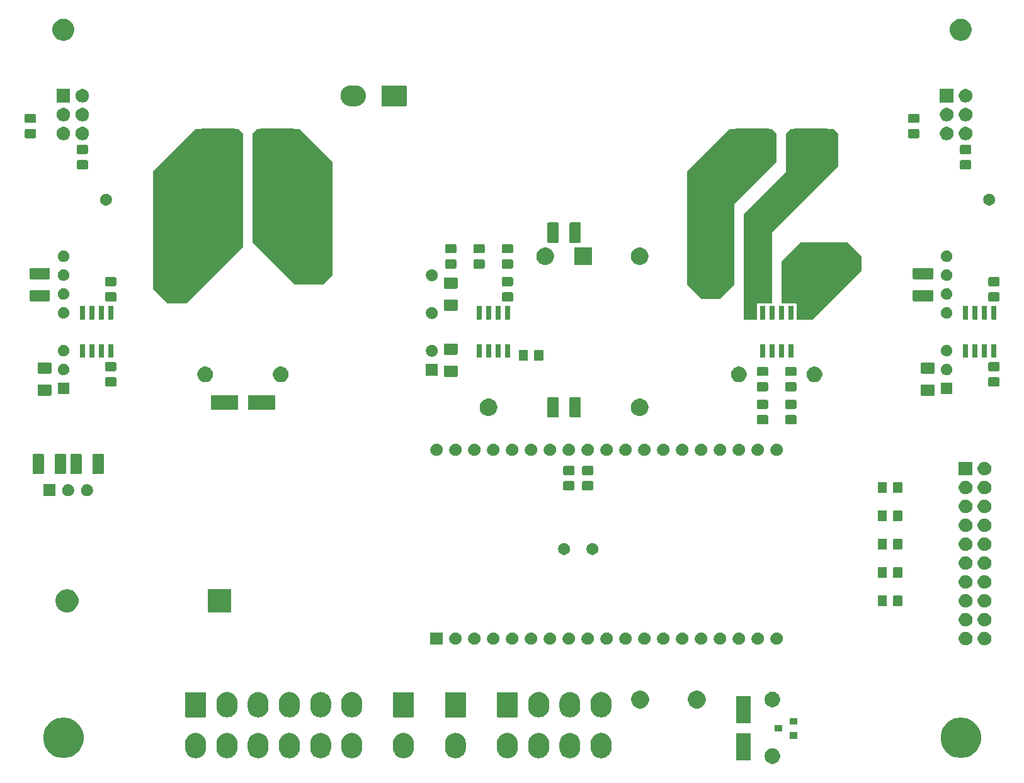
<source format=gbr>
G04 #@! TF.GenerationSoftware,KiCad,Pcbnew,(5.1.5)-3*
G04 #@! TF.CreationDate,2020-02-03T16:01:36-05:00*
G04 #@! TF.ProjectId,PacMan,5061634d-616e-42e6-9b69-6361645f7063,1.2*
G04 #@! TF.SameCoordinates,Original*
G04 #@! TF.FileFunction,Soldermask,Bot*
G04 #@! TF.FilePolarity,Negative*
%FSLAX46Y46*%
G04 Gerber Fmt 4.6, Leading zero omitted, Abs format (unit mm)*
G04 Created by KiCad (PCBNEW (5.1.5)-3) date 2020-02-03 16:01:36*
%MOMM*%
%LPD*%
G04 APERTURE LIST*
%ADD10C,0.100000*%
G04 APERTURE END LIST*
D10*
G36*
X178805064Y-148150889D02*
G01*
X178996333Y-148230115D01*
X178996335Y-148230116D01*
X179122840Y-148314644D01*
X179168473Y-148345135D01*
X179314865Y-148491527D01*
X179429885Y-148663667D01*
X179509111Y-148854936D01*
X179549500Y-149057984D01*
X179549500Y-149265016D01*
X179509111Y-149468064D01*
X179429885Y-149659333D01*
X179429884Y-149659335D01*
X179314865Y-149831473D01*
X179168473Y-149977865D01*
X178996335Y-150092884D01*
X178996334Y-150092885D01*
X178996333Y-150092885D01*
X178805064Y-150172111D01*
X178602016Y-150212500D01*
X178394984Y-150212500D01*
X178191936Y-150172111D01*
X178000667Y-150092885D01*
X178000666Y-150092885D01*
X178000665Y-150092884D01*
X177828527Y-149977865D01*
X177682135Y-149831473D01*
X177567116Y-149659335D01*
X177567115Y-149659333D01*
X177487889Y-149468064D01*
X177447500Y-149265016D01*
X177447500Y-149057984D01*
X177487889Y-148854936D01*
X177567115Y-148663667D01*
X177682135Y-148491527D01*
X177828527Y-148345135D01*
X177874160Y-148314644D01*
X178000665Y-148230116D01*
X178000667Y-148230115D01*
X178191936Y-148150889D01*
X178394984Y-148110500D01*
X178602016Y-148110500D01*
X178805064Y-148150889D01*
G37*
G36*
X175576000Y-149716000D02*
G01*
X173674000Y-149716000D01*
X173674000Y-146114000D01*
X175576000Y-146114000D01*
X175576000Y-149716000D01*
G37*
G36*
X136164643Y-146059272D02*
G01*
X136345056Y-146114000D01*
X136428736Y-146139384D01*
X136658201Y-146262036D01*
X136672119Y-146269475D01*
X136713797Y-146303680D01*
X136885450Y-146444550D01*
X137028092Y-146618360D01*
X137060525Y-146657880D01*
X137060526Y-146657882D01*
X137190616Y-146901263D01*
X137206219Y-146952700D01*
X137270728Y-147165356D01*
X137291000Y-147371182D01*
X137291000Y-148108817D01*
X137270728Y-148314643D01*
X137261478Y-148345135D01*
X137190616Y-148578737D01*
X137074375Y-148796208D01*
X137060525Y-148822120D01*
X137033594Y-148854935D01*
X136885450Y-149035450D01*
X136727691Y-149164918D01*
X136672120Y-149210525D01*
X136672118Y-149210526D01*
X136428737Y-149340616D01*
X136360017Y-149361462D01*
X136164644Y-149420728D01*
X135890000Y-149447778D01*
X135615357Y-149420728D01*
X135419984Y-149361462D01*
X135351264Y-149340616D01*
X135107883Y-149210526D01*
X135107881Y-149210525D01*
X135066203Y-149176320D01*
X134894550Y-149035450D01*
X134746406Y-148854935D01*
X134719475Y-148822120D01*
X134705625Y-148796208D01*
X134589384Y-148578737D01*
X134540511Y-148417623D01*
X134509272Y-148314644D01*
X134493144Y-148150890D01*
X134489000Y-148108820D01*
X134489000Y-147371181D01*
X134509272Y-147165359D01*
X134509272Y-147165357D01*
X134589383Y-146901268D01*
X134589384Y-146901264D01*
X134719474Y-146657883D01*
X134719475Y-146657881D01*
X134753680Y-146616203D01*
X134894550Y-146444550D01*
X135068360Y-146301908D01*
X135107880Y-146269475D01*
X135121798Y-146262036D01*
X135351263Y-146139384D01*
X135434943Y-146114000D01*
X135615356Y-146059272D01*
X135890000Y-146032222D01*
X136164643Y-146059272D01*
G37*
G36*
X101239643Y-146059272D02*
G01*
X101420056Y-146114000D01*
X101503736Y-146139384D01*
X101733201Y-146262036D01*
X101747119Y-146269475D01*
X101788797Y-146303680D01*
X101960450Y-146444550D01*
X102103092Y-146618360D01*
X102135525Y-146657880D01*
X102135526Y-146657882D01*
X102265616Y-146901263D01*
X102281219Y-146952700D01*
X102345728Y-147165356D01*
X102366000Y-147371182D01*
X102366000Y-148108817D01*
X102345728Y-148314643D01*
X102336478Y-148345135D01*
X102265616Y-148578737D01*
X102149375Y-148796208D01*
X102135525Y-148822120D01*
X102108594Y-148854935D01*
X101960450Y-149035450D01*
X101802691Y-149164918D01*
X101747120Y-149210525D01*
X101747118Y-149210526D01*
X101503737Y-149340616D01*
X101435017Y-149361462D01*
X101239644Y-149420728D01*
X100965000Y-149447778D01*
X100690357Y-149420728D01*
X100494984Y-149361462D01*
X100426264Y-149340616D01*
X100182883Y-149210526D01*
X100182881Y-149210525D01*
X100141203Y-149176320D01*
X99969550Y-149035450D01*
X99821406Y-148854935D01*
X99794475Y-148822120D01*
X99780625Y-148796208D01*
X99664384Y-148578737D01*
X99615511Y-148417623D01*
X99584272Y-148314644D01*
X99568144Y-148150890D01*
X99564000Y-148108820D01*
X99564000Y-147371181D01*
X99584272Y-147165359D01*
X99584272Y-147165357D01*
X99664383Y-146901268D01*
X99664384Y-146901264D01*
X99794474Y-146657883D01*
X99794475Y-146657881D01*
X99828680Y-146616203D01*
X99969550Y-146444550D01*
X100143360Y-146301908D01*
X100182880Y-146269475D01*
X100196798Y-146262036D01*
X100426263Y-146139384D01*
X100509943Y-146114000D01*
X100690356Y-146059272D01*
X100965000Y-146032222D01*
X101239643Y-146059272D01*
G37*
G36*
X105439643Y-146059272D02*
G01*
X105620056Y-146114000D01*
X105703736Y-146139384D01*
X105933201Y-146262036D01*
X105947119Y-146269475D01*
X105988797Y-146303680D01*
X106160450Y-146444550D01*
X106303092Y-146618360D01*
X106335525Y-146657880D01*
X106335526Y-146657882D01*
X106465616Y-146901263D01*
X106481219Y-146952700D01*
X106545728Y-147165356D01*
X106566000Y-147371182D01*
X106566000Y-148108817D01*
X106545728Y-148314643D01*
X106536478Y-148345135D01*
X106465616Y-148578737D01*
X106349375Y-148796208D01*
X106335525Y-148822120D01*
X106308594Y-148854935D01*
X106160450Y-149035450D01*
X106002691Y-149164918D01*
X105947120Y-149210525D01*
X105947118Y-149210526D01*
X105703737Y-149340616D01*
X105635017Y-149361462D01*
X105439644Y-149420728D01*
X105165000Y-149447778D01*
X104890357Y-149420728D01*
X104694984Y-149361462D01*
X104626264Y-149340616D01*
X104382883Y-149210526D01*
X104382881Y-149210525D01*
X104341203Y-149176320D01*
X104169550Y-149035450D01*
X104021406Y-148854935D01*
X103994475Y-148822120D01*
X103980625Y-148796208D01*
X103864384Y-148578737D01*
X103815511Y-148417623D01*
X103784272Y-148314644D01*
X103768144Y-148150890D01*
X103764000Y-148108820D01*
X103764000Y-147371181D01*
X103784272Y-147165359D01*
X103784272Y-147165357D01*
X103864383Y-146901268D01*
X103864384Y-146901264D01*
X103994474Y-146657883D01*
X103994475Y-146657881D01*
X104028680Y-146616203D01*
X104169550Y-146444550D01*
X104343360Y-146301908D01*
X104382880Y-146269475D01*
X104396798Y-146262036D01*
X104626263Y-146139384D01*
X104709943Y-146114000D01*
X104890356Y-146059272D01*
X105165000Y-146032222D01*
X105439643Y-146059272D01*
G37*
G36*
X109639643Y-146059272D02*
G01*
X109820056Y-146114000D01*
X109903736Y-146139384D01*
X110133201Y-146262036D01*
X110147119Y-146269475D01*
X110188797Y-146303680D01*
X110360450Y-146444550D01*
X110503092Y-146618360D01*
X110535525Y-146657880D01*
X110535526Y-146657882D01*
X110665616Y-146901263D01*
X110681219Y-146952700D01*
X110745728Y-147165356D01*
X110766000Y-147371182D01*
X110766000Y-148108817D01*
X110745728Y-148314643D01*
X110736478Y-148345135D01*
X110665616Y-148578737D01*
X110549375Y-148796208D01*
X110535525Y-148822120D01*
X110508594Y-148854935D01*
X110360450Y-149035450D01*
X110202691Y-149164918D01*
X110147120Y-149210525D01*
X110147118Y-149210526D01*
X109903737Y-149340616D01*
X109835017Y-149361462D01*
X109639644Y-149420728D01*
X109365000Y-149447778D01*
X109090357Y-149420728D01*
X108894984Y-149361462D01*
X108826264Y-149340616D01*
X108582883Y-149210526D01*
X108582881Y-149210525D01*
X108541203Y-149176320D01*
X108369550Y-149035450D01*
X108221406Y-148854935D01*
X108194475Y-148822120D01*
X108180625Y-148796208D01*
X108064384Y-148578737D01*
X108015511Y-148417623D01*
X107984272Y-148314644D01*
X107968144Y-148150890D01*
X107964000Y-148108820D01*
X107964000Y-147371181D01*
X107984272Y-147165359D01*
X107984272Y-147165357D01*
X108064383Y-146901268D01*
X108064384Y-146901264D01*
X108194474Y-146657883D01*
X108194475Y-146657881D01*
X108228680Y-146616203D01*
X108369550Y-146444550D01*
X108543360Y-146301908D01*
X108582880Y-146269475D01*
X108596798Y-146262036D01*
X108826263Y-146139384D01*
X108909943Y-146114000D01*
X109090356Y-146059272D01*
X109365000Y-146032222D01*
X109639643Y-146059272D01*
G37*
G36*
X113839643Y-146059272D02*
G01*
X114020056Y-146114000D01*
X114103736Y-146139384D01*
X114333201Y-146262036D01*
X114347119Y-146269475D01*
X114388797Y-146303680D01*
X114560450Y-146444550D01*
X114703092Y-146618360D01*
X114735525Y-146657880D01*
X114735526Y-146657882D01*
X114865616Y-146901263D01*
X114881219Y-146952700D01*
X114945728Y-147165356D01*
X114966000Y-147371182D01*
X114966000Y-148108817D01*
X114945728Y-148314643D01*
X114936478Y-148345135D01*
X114865616Y-148578737D01*
X114749375Y-148796208D01*
X114735525Y-148822120D01*
X114708594Y-148854935D01*
X114560450Y-149035450D01*
X114402691Y-149164918D01*
X114347120Y-149210525D01*
X114347118Y-149210526D01*
X114103737Y-149340616D01*
X114035017Y-149361462D01*
X113839644Y-149420728D01*
X113565000Y-149447778D01*
X113290357Y-149420728D01*
X113094984Y-149361462D01*
X113026264Y-149340616D01*
X112782883Y-149210526D01*
X112782881Y-149210525D01*
X112741203Y-149176320D01*
X112569550Y-149035450D01*
X112421406Y-148854935D01*
X112394475Y-148822120D01*
X112380625Y-148796208D01*
X112264384Y-148578737D01*
X112215511Y-148417623D01*
X112184272Y-148314644D01*
X112168144Y-148150890D01*
X112164000Y-148108820D01*
X112164000Y-147371181D01*
X112184272Y-147165359D01*
X112184272Y-147165357D01*
X112264383Y-146901268D01*
X112264384Y-146901264D01*
X112394474Y-146657883D01*
X112394475Y-146657881D01*
X112428680Y-146616203D01*
X112569550Y-146444550D01*
X112743360Y-146301908D01*
X112782880Y-146269475D01*
X112796798Y-146262036D01*
X113026263Y-146139384D01*
X113109943Y-146114000D01*
X113290356Y-146059272D01*
X113565000Y-146032222D01*
X113839643Y-146059272D01*
G37*
G36*
X118039643Y-146059272D02*
G01*
X118220056Y-146114000D01*
X118303736Y-146139384D01*
X118533201Y-146262036D01*
X118547119Y-146269475D01*
X118588797Y-146303680D01*
X118760450Y-146444550D01*
X118903092Y-146618360D01*
X118935525Y-146657880D01*
X118935526Y-146657882D01*
X119065616Y-146901263D01*
X119081219Y-146952700D01*
X119145728Y-147165356D01*
X119166000Y-147371182D01*
X119166000Y-148108817D01*
X119145728Y-148314643D01*
X119136478Y-148345135D01*
X119065616Y-148578737D01*
X118949375Y-148796208D01*
X118935525Y-148822120D01*
X118908594Y-148854935D01*
X118760450Y-149035450D01*
X118602691Y-149164918D01*
X118547120Y-149210525D01*
X118547118Y-149210526D01*
X118303737Y-149340616D01*
X118235017Y-149361462D01*
X118039644Y-149420728D01*
X117765000Y-149447778D01*
X117490357Y-149420728D01*
X117294984Y-149361462D01*
X117226264Y-149340616D01*
X116982883Y-149210526D01*
X116982881Y-149210525D01*
X116941203Y-149176320D01*
X116769550Y-149035450D01*
X116621406Y-148854935D01*
X116594475Y-148822120D01*
X116580625Y-148796208D01*
X116464384Y-148578737D01*
X116415511Y-148417623D01*
X116384272Y-148314644D01*
X116368144Y-148150890D01*
X116364000Y-148108820D01*
X116364000Y-147371181D01*
X116384272Y-147165359D01*
X116384272Y-147165357D01*
X116464383Y-146901268D01*
X116464384Y-146901264D01*
X116594474Y-146657883D01*
X116594475Y-146657881D01*
X116628680Y-146616203D01*
X116769550Y-146444550D01*
X116943360Y-146301908D01*
X116982880Y-146269475D01*
X116996798Y-146262036D01*
X117226263Y-146139384D01*
X117309943Y-146114000D01*
X117490356Y-146059272D01*
X117765000Y-146032222D01*
X118039643Y-146059272D01*
G37*
G36*
X122239643Y-146059272D02*
G01*
X122420056Y-146114000D01*
X122503736Y-146139384D01*
X122733201Y-146262036D01*
X122747119Y-146269475D01*
X122788797Y-146303680D01*
X122960450Y-146444550D01*
X123103092Y-146618360D01*
X123135525Y-146657880D01*
X123135526Y-146657882D01*
X123265616Y-146901263D01*
X123281219Y-146952700D01*
X123345728Y-147165356D01*
X123366000Y-147371182D01*
X123366000Y-148108817D01*
X123345728Y-148314643D01*
X123336478Y-148345135D01*
X123265616Y-148578737D01*
X123149375Y-148796208D01*
X123135525Y-148822120D01*
X123108594Y-148854935D01*
X122960450Y-149035450D01*
X122802691Y-149164918D01*
X122747120Y-149210525D01*
X122747118Y-149210526D01*
X122503737Y-149340616D01*
X122435017Y-149361462D01*
X122239644Y-149420728D01*
X121965000Y-149447778D01*
X121690357Y-149420728D01*
X121494984Y-149361462D01*
X121426264Y-149340616D01*
X121182883Y-149210526D01*
X121182881Y-149210525D01*
X121141203Y-149176320D01*
X120969550Y-149035450D01*
X120821406Y-148854935D01*
X120794475Y-148822120D01*
X120780625Y-148796208D01*
X120664384Y-148578737D01*
X120615511Y-148417623D01*
X120584272Y-148314644D01*
X120568144Y-148150890D01*
X120564000Y-148108820D01*
X120564000Y-147371181D01*
X120584272Y-147165359D01*
X120584272Y-147165357D01*
X120664383Y-146901268D01*
X120664384Y-146901264D01*
X120794474Y-146657883D01*
X120794475Y-146657881D01*
X120828680Y-146616203D01*
X120969550Y-146444550D01*
X121143360Y-146301908D01*
X121182880Y-146269475D01*
X121196798Y-146262036D01*
X121426263Y-146139384D01*
X121509943Y-146114000D01*
X121690356Y-146059272D01*
X121965000Y-146032222D01*
X122239643Y-146059272D01*
G37*
G36*
X147349643Y-146059272D02*
G01*
X147530056Y-146114000D01*
X147613736Y-146139384D01*
X147843201Y-146262036D01*
X147857119Y-146269475D01*
X147898797Y-146303680D01*
X148070450Y-146444550D01*
X148213092Y-146618360D01*
X148245525Y-146657880D01*
X148245526Y-146657882D01*
X148375616Y-146901263D01*
X148391219Y-146952700D01*
X148455728Y-147165356D01*
X148476000Y-147371182D01*
X148476000Y-148108817D01*
X148455728Y-148314643D01*
X148446478Y-148345135D01*
X148375616Y-148578737D01*
X148259375Y-148796208D01*
X148245525Y-148822120D01*
X148218594Y-148854935D01*
X148070450Y-149035450D01*
X147912691Y-149164918D01*
X147857120Y-149210525D01*
X147857118Y-149210526D01*
X147613737Y-149340616D01*
X147545017Y-149361462D01*
X147349644Y-149420728D01*
X147075000Y-149447778D01*
X146800357Y-149420728D01*
X146604984Y-149361462D01*
X146536264Y-149340616D01*
X146292883Y-149210526D01*
X146292881Y-149210525D01*
X146251203Y-149176320D01*
X146079550Y-149035450D01*
X145931406Y-148854935D01*
X145904475Y-148822120D01*
X145890625Y-148796208D01*
X145774384Y-148578737D01*
X145725511Y-148417623D01*
X145694272Y-148314644D01*
X145678144Y-148150890D01*
X145674000Y-148108820D01*
X145674000Y-147371181D01*
X145694272Y-147165359D01*
X145694272Y-147165357D01*
X145774383Y-146901268D01*
X145774384Y-146901264D01*
X145904474Y-146657883D01*
X145904475Y-146657881D01*
X145938680Y-146616203D01*
X146079550Y-146444550D01*
X146253360Y-146301908D01*
X146292880Y-146269475D01*
X146306798Y-146262036D01*
X146536263Y-146139384D01*
X146619943Y-146114000D01*
X146800356Y-146059272D01*
X147075000Y-146032222D01*
X147349643Y-146059272D01*
G37*
G36*
X151549643Y-146059272D02*
G01*
X151730056Y-146114000D01*
X151813736Y-146139384D01*
X152043201Y-146262036D01*
X152057119Y-146269475D01*
X152098797Y-146303680D01*
X152270450Y-146444550D01*
X152413092Y-146618360D01*
X152445525Y-146657880D01*
X152445526Y-146657882D01*
X152575616Y-146901263D01*
X152591219Y-146952700D01*
X152655728Y-147165356D01*
X152676000Y-147371182D01*
X152676000Y-148108817D01*
X152655728Y-148314643D01*
X152646478Y-148345135D01*
X152575616Y-148578737D01*
X152459375Y-148796208D01*
X152445525Y-148822120D01*
X152418594Y-148854935D01*
X152270450Y-149035450D01*
X152112691Y-149164918D01*
X152057120Y-149210525D01*
X152057118Y-149210526D01*
X151813737Y-149340616D01*
X151745017Y-149361462D01*
X151549644Y-149420728D01*
X151275000Y-149447778D01*
X151000357Y-149420728D01*
X150804984Y-149361462D01*
X150736264Y-149340616D01*
X150492883Y-149210526D01*
X150492881Y-149210525D01*
X150451203Y-149176320D01*
X150279550Y-149035450D01*
X150131406Y-148854935D01*
X150104475Y-148822120D01*
X150090625Y-148796208D01*
X149974384Y-148578737D01*
X149925511Y-148417623D01*
X149894272Y-148314644D01*
X149878144Y-148150890D01*
X149874000Y-148108820D01*
X149874000Y-147371181D01*
X149894272Y-147165359D01*
X149894272Y-147165357D01*
X149974383Y-146901268D01*
X149974384Y-146901264D01*
X150104474Y-146657883D01*
X150104475Y-146657881D01*
X150138680Y-146616203D01*
X150279550Y-146444550D01*
X150453360Y-146301908D01*
X150492880Y-146269475D01*
X150506798Y-146262036D01*
X150736263Y-146139384D01*
X150819943Y-146114000D01*
X151000356Y-146059272D01*
X151275000Y-146032222D01*
X151549643Y-146059272D01*
G37*
G36*
X155749643Y-146059272D02*
G01*
X155930056Y-146114000D01*
X156013736Y-146139384D01*
X156243201Y-146262036D01*
X156257119Y-146269475D01*
X156298797Y-146303680D01*
X156470450Y-146444550D01*
X156613092Y-146618360D01*
X156645525Y-146657880D01*
X156645526Y-146657882D01*
X156775616Y-146901263D01*
X156791219Y-146952700D01*
X156855728Y-147165356D01*
X156876000Y-147371182D01*
X156876000Y-148108817D01*
X156855728Y-148314643D01*
X156846478Y-148345135D01*
X156775616Y-148578737D01*
X156659375Y-148796208D01*
X156645525Y-148822120D01*
X156618594Y-148854935D01*
X156470450Y-149035450D01*
X156312691Y-149164918D01*
X156257120Y-149210525D01*
X156257118Y-149210526D01*
X156013737Y-149340616D01*
X155945017Y-149361462D01*
X155749644Y-149420728D01*
X155475000Y-149447778D01*
X155200357Y-149420728D01*
X155004984Y-149361462D01*
X154936264Y-149340616D01*
X154692883Y-149210526D01*
X154692881Y-149210525D01*
X154651203Y-149176320D01*
X154479550Y-149035450D01*
X154331406Y-148854935D01*
X154304475Y-148822120D01*
X154290625Y-148796208D01*
X154174384Y-148578737D01*
X154125511Y-148417623D01*
X154094272Y-148314644D01*
X154078144Y-148150890D01*
X154074000Y-148108820D01*
X154074000Y-147371181D01*
X154094272Y-147165359D01*
X154094272Y-147165357D01*
X154174383Y-146901268D01*
X154174384Y-146901264D01*
X154304474Y-146657883D01*
X154304475Y-146657881D01*
X154338680Y-146616203D01*
X154479550Y-146444550D01*
X154653360Y-146301908D01*
X154692880Y-146269475D01*
X154706798Y-146262036D01*
X154936263Y-146139384D01*
X155019943Y-146114000D01*
X155200356Y-146059272D01*
X155475000Y-146032222D01*
X155749643Y-146059272D01*
G37*
G36*
X129179643Y-146059272D02*
G01*
X129360056Y-146114000D01*
X129443736Y-146139384D01*
X129673201Y-146262036D01*
X129687119Y-146269475D01*
X129728797Y-146303680D01*
X129900450Y-146444550D01*
X130043092Y-146618360D01*
X130075525Y-146657880D01*
X130075526Y-146657882D01*
X130205616Y-146901263D01*
X130221219Y-146952700D01*
X130285728Y-147165356D01*
X130306000Y-147371182D01*
X130306000Y-148108817D01*
X130285728Y-148314643D01*
X130276478Y-148345135D01*
X130205616Y-148578737D01*
X130089375Y-148796208D01*
X130075525Y-148822120D01*
X130048594Y-148854935D01*
X129900450Y-149035450D01*
X129742691Y-149164918D01*
X129687120Y-149210525D01*
X129687118Y-149210526D01*
X129443737Y-149340616D01*
X129375017Y-149361462D01*
X129179644Y-149420728D01*
X128905000Y-149447778D01*
X128630357Y-149420728D01*
X128434984Y-149361462D01*
X128366264Y-149340616D01*
X128122883Y-149210526D01*
X128122881Y-149210525D01*
X128081203Y-149176320D01*
X127909550Y-149035450D01*
X127761406Y-148854935D01*
X127734475Y-148822120D01*
X127720625Y-148796208D01*
X127604384Y-148578737D01*
X127555511Y-148417623D01*
X127524272Y-148314644D01*
X127508144Y-148150890D01*
X127504000Y-148108820D01*
X127504000Y-147371181D01*
X127524272Y-147165359D01*
X127524272Y-147165357D01*
X127604383Y-146901268D01*
X127604384Y-146901264D01*
X127734474Y-146657883D01*
X127734475Y-146657881D01*
X127768680Y-146616203D01*
X127909550Y-146444550D01*
X128083360Y-146301908D01*
X128122880Y-146269475D01*
X128136798Y-146262036D01*
X128366263Y-146139384D01*
X128449943Y-146114000D01*
X128630356Y-146059272D01*
X128905000Y-146032222D01*
X129179643Y-146059272D01*
G37*
G36*
X143149643Y-146059272D02*
G01*
X143330056Y-146114000D01*
X143413736Y-146139384D01*
X143643201Y-146262036D01*
X143657119Y-146269475D01*
X143698797Y-146303680D01*
X143870450Y-146444550D01*
X144013092Y-146618360D01*
X144045525Y-146657880D01*
X144045526Y-146657882D01*
X144175616Y-146901263D01*
X144191219Y-146952700D01*
X144255728Y-147165356D01*
X144276000Y-147371182D01*
X144276000Y-148108817D01*
X144255728Y-148314643D01*
X144246478Y-148345135D01*
X144175616Y-148578737D01*
X144059375Y-148796208D01*
X144045525Y-148822120D01*
X144018594Y-148854935D01*
X143870450Y-149035450D01*
X143712691Y-149164918D01*
X143657120Y-149210525D01*
X143657118Y-149210526D01*
X143413737Y-149340616D01*
X143345017Y-149361462D01*
X143149644Y-149420728D01*
X142875000Y-149447778D01*
X142600357Y-149420728D01*
X142404984Y-149361462D01*
X142336264Y-149340616D01*
X142092883Y-149210526D01*
X142092881Y-149210525D01*
X142051203Y-149176320D01*
X141879550Y-149035450D01*
X141731406Y-148854935D01*
X141704475Y-148822120D01*
X141690625Y-148796208D01*
X141574384Y-148578737D01*
X141525511Y-148417623D01*
X141494272Y-148314644D01*
X141478144Y-148150890D01*
X141474000Y-148108820D01*
X141474000Y-147371181D01*
X141494272Y-147165359D01*
X141494272Y-147165357D01*
X141574383Y-146901268D01*
X141574384Y-146901264D01*
X141704474Y-146657883D01*
X141704475Y-146657881D01*
X141738680Y-146616203D01*
X141879550Y-146444550D01*
X142053360Y-146301908D01*
X142092880Y-146269475D01*
X142106798Y-146262036D01*
X142336263Y-146139384D01*
X142419943Y-146114000D01*
X142600356Y-146059272D01*
X142875000Y-146032222D01*
X143149643Y-146059272D01*
G37*
G36*
X83688985Y-144014000D02*
G01*
X83977811Y-144071451D01*
X84472456Y-144276340D01*
X84917624Y-144573792D01*
X85296208Y-144952376D01*
X85593660Y-145397544D01*
X85798549Y-145892189D01*
X85903000Y-146417300D01*
X85903000Y-146952700D01*
X85798549Y-147477811D01*
X85593660Y-147972456D01*
X85296208Y-148417624D01*
X84917624Y-148796208D01*
X84472456Y-149093660D01*
X83977811Y-149298549D01*
X83766326Y-149340616D01*
X83452701Y-149403000D01*
X82917299Y-149403000D01*
X82603674Y-149340616D01*
X82392189Y-149298549D01*
X81897544Y-149093660D01*
X81452376Y-148796208D01*
X81073792Y-148417624D01*
X80776340Y-147972456D01*
X80571451Y-147477811D01*
X80467000Y-146952700D01*
X80467000Y-146417300D01*
X80571451Y-145892189D01*
X80776340Y-145397544D01*
X81073792Y-144952376D01*
X81452376Y-144573792D01*
X81897544Y-144276340D01*
X82392189Y-144071451D01*
X82681015Y-144014000D01*
X82917299Y-143967000D01*
X83452701Y-143967000D01*
X83688985Y-144014000D01*
G37*
G36*
X204338985Y-144014000D02*
G01*
X204627811Y-144071451D01*
X205122456Y-144276340D01*
X205567624Y-144573792D01*
X205946208Y-144952376D01*
X206243660Y-145397544D01*
X206448549Y-145892189D01*
X206553000Y-146417300D01*
X206553000Y-146952700D01*
X206448549Y-147477811D01*
X206243660Y-147972456D01*
X205946208Y-148417624D01*
X205567624Y-148796208D01*
X205122456Y-149093660D01*
X204627811Y-149298549D01*
X204416326Y-149340616D01*
X204102701Y-149403000D01*
X203567299Y-149403000D01*
X203253674Y-149340616D01*
X203042189Y-149298549D01*
X202547544Y-149093660D01*
X202102376Y-148796208D01*
X201723792Y-148417624D01*
X201426340Y-147972456D01*
X201221451Y-147477811D01*
X201117000Y-146952700D01*
X201117000Y-146417300D01*
X201221451Y-145892189D01*
X201426340Y-145397544D01*
X201723792Y-144952376D01*
X202102376Y-144573792D01*
X202547544Y-144276340D01*
X203042189Y-144071451D01*
X203331015Y-144014000D01*
X203567299Y-143967000D01*
X204102701Y-143967000D01*
X204338985Y-144014000D01*
G37*
G36*
X181841000Y-146816000D02*
G01*
X180839000Y-146816000D01*
X180839000Y-145914000D01*
X181841000Y-145914000D01*
X181841000Y-146816000D01*
G37*
G36*
X179841000Y-145866000D02*
G01*
X178839000Y-145866000D01*
X178839000Y-144964000D01*
X179841000Y-144964000D01*
X179841000Y-145866000D01*
G37*
G36*
X181841000Y-144916000D02*
G01*
X180839000Y-144916000D01*
X180839000Y-144014000D01*
X181841000Y-144014000D01*
X181841000Y-144916000D01*
G37*
G36*
X175576000Y-144716000D02*
G01*
X173674000Y-144716000D01*
X173674000Y-141114000D01*
X175576000Y-141114000D01*
X175576000Y-144716000D01*
G37*
G36*
X122239643Y-140559272D02*
G01*
X122435016Y-140618538D01*
X122503736Y-140639384D01*
X122706624Y-140747830D01*
X122747119Y-140769475D01*
X122782419Y-140798445D01*
X122960450Y-140944550D01*
X123099513Y-141114000D01*
X123135525Y-141157880D01*
X123135526Y-141157882D01*
X123265616Y-141401263D01*
X123272274Y-141423212D01*
X123345728Y-141665356D01*
X123366000Y-141871182D01*
X123366000Y-142608817D01*
X123345728Y-142814643D01*
X123286461Y-143010018D01*
X123265616Y-143078737D01*
X123142964Y-143308202D01*
X123135525Y-143322120D01*
X123089918Y-143377691D01*
X122960450Y-143535450D01*
X122802691Y-143664918D01*
X122747120Y-143710525D01*
X122747118Y-143710526D01*
X122503737Y-143840616D01*
X122435017Y-143861462D01*
X122239644Y-143920728D01*
X121965000Y-143947778D01*
X121690357Y-143920728D01*
X121494984Y-143861462D01*
X121426264Y-143840616D01*
X121182883Y-143710526D01*
X121182881Y-143710525D01*
X121141203Y-143676320D01*
X120969550Y-143535450D01*
X120826908Y-143361640D01*
X120794475Y-143322120D01*
X120787036Y-143308202D01*
X120664384Y-143078737D01*
X120643538Y-143010017D01*
X120584272Y-142814644D01*
X120564000Y-142608818D01*
X120564000Y-141871183D01*
X120584272Y-141665357D01*
X120664383Y-141401268D01*
X120664384Y-141401264D01*
X120794474Y-141157883D01*
X120794475Y-141157881D01*
X120830487Y-141114000D01*
X120969550Y-140944550D01*
X121143360Y-140801908D01*
X121182880Y-140769475D01*
X121223375Y-140747830D01*
X121426263Y-140639384D01*
X121494983Y-140618538D01*
X121690356Y-140559272D01*
X121965000Y-140532222D01*
X122239643Y-140559272D01*
G37*
G36*
X155749643Y-140559272D02*
G01*
X155945016Y-140618538D01*
X156013736Y-140639384D01*
X156216624Y-140747830D01*
X156257119Y-140769475D01*
X156292419Y-140798445D01*
X156470450Y-140944550D01*
X156609513Y-141114000D01*
X156645525Y-141157880D01*
X156645526Y-141157882D01*
X156775616Y-141401263D01*
X156782274Y-141423212D01*
X156855728Y-141665356D01*
X156876000Y-141871182D01*
X156876000Y-142608817D01*
X156855728Y-142814643D01*
X156796461Y-143010018D01*
X156775616Y-143078737D01*
X156652964Y-143308202D01*
X156645525Y-143322120D01*
X156599918Y-143377691D01*
X156470450Y-143535450D01*
X156312691Y-143664918D01*
X156257120Y-143710525D01*
X156257118Y-143710526D01*
X156013737Y-143840616D01*
X155945017Y-143861462D01*
X155749644Y-143920728D01*
X155475000Y-143947778D01*
X155200357Y-143920728D01*
X155004984Y-143861462D01*
X154936264Y-143840616D01*
X154692883Y-143710526D01*
X154692881Y-143710525D01*
X154651203Y-143676320D01*
X154479550Y-143535450D01*
X154336908Y-143361640D01*
X154304475Y-143322120D01*
X154297036Y-143308202D01*
X154174384Y-143078737D01*
X154153538Y-143010017D01*
X154094272Y-142814644D01*
X154074000Y-142608818D01*
X154074000Y-141871183D01*
X154094272Y-141665357D01*
X154174383Y-141401268D01*
X154174384Y-141401264D01*
X154304474Y-141157883D01*
X154304475Y-141157881D01*
X154340487Y-141114000D01*
X154479550Y-140944550D01*
X154653360Y-140801908D01*
X154692880Y-140769475D01*
X154733375Y-140747830D01*
X154936263Y-140639384D01*
X155004983Y-140618538D01*
X155200356Y-140559272D01*
X155475000Y-140532222D01*
X155749643Y-140559272D01*
G37*
G36*
X151549643Y-140559272D02*
G01*
X151745016Y-140618538D01*
X151813736Y-140639384D01*
X152016624Y-140747830D01*
X152057119Y-140769475D01*
X152092419Y-140798445D01*
X152270450Y-140944550D01*
X152409513Y-141114000D01*
X152445525Y-141157880D01*
X152445526Y-141157882D01*
X152575616Y-141401263D01*
X152582274Y-141423212D01*
X152655728Y-141665356D01*
X152676000Y-141871182D01*
X152676000Y-142608817D01*
X152655728Y-142814643D01*
X152596461Y-143010018D01*
X152575616Y-143078737D01*
X152452964Y-143308202D01*
X152445525Y-143322120D01*
X152399918Y-143377691D01*
X152270450Y-143535450D01*
X152112691Y-143664918D01*
X152057120Y-143710525D01*
X152057118Y-143710526D01*
X151813737Y-143840616D01*
X151745017Y-143861462D01*
X151549644Y-143920728D01*
X151275000Y-143947778D01*
X151000357Y-143920728D01*
X150804984Y-143861462D01*
X150736264Y-143840616D01*
X150492883Y-143710526D01*
X150492881Y-143710525D01*
X150451203Y-143676320D01*
X150279550Y-143535450D01*
X150136908Y-143361640D01*
X150104475Y-143322120D01*
X150097036Y-143308202D01*
X149974384Y-143078737D01*
X149953538Y-143010017D01*
X149894272Y-142814644D01*
X149874000Y-142608818D01*
X149874000Y-141871183D01*
X149894272Y-141665357D01*
X149974383Y-141401268D01*
X149974384Y-141401264D01*
X150104474Y-141157883D01*
X150104475Y-141157881D01*
X150140487Y-141114000D01*
X150279550Y-140944550D01*
X150453360Y-140801908D01*
X150492880Y-140769475D01*
X150533375Y-140747830D01*
X150736263Y-140639384D01*
X150804983Y-140618538D01*
X151000356Y-140559272D01*
X151275000Y-140532222D01*
X151549643Y-140559272D01*
G37*
G36*
X147349643Y-140559272D02*
G01*
X147545016Y-140618538D01*
X147613736Y-140639384D01*
X147816624Y-140747830D01*
X147857119Y-140769475D01*
X147892419Y-140798445D01*
X148070450Y-140944550D01*
X148209513Y-141114000D01*
X148245525Y-141157880D01*
X148245526Y-141157882D01*
X148375616Y-141401263D01*
X148382274Y-141423212D01*
X148455728Y-141665356D01*
X148476000Y-141871182D01*
X148476000Y-142608817D01*
X148455728Y-142814643D01*
X148396461Y-143010018D01*
X148375616Y-143078737D01*
X148252964Y-143308202D01*
X148245525Y-143322120D01*
X148199918Y-143377691D01*
X148070450Y-143535450D01*
X147912691Y-143664918D01*
X147857120Y-143710525D01*
X147857118Y-143710526D01*
X147613737Y-143840616D01*
X147545017Y-143861462D01*
X147349644Y-143920728D01*
X147075000Y-143947778D01*
X146800357Y-143920728D01*
X146604984Y-143861462D01*
X146536264Y-143840616D01*
X146292883Y-143710526D01*
X146292881Y-143710525D01*
X146251203Y-143676320D01*
X146079550Y-143535450D01*
X145936908Y-143361640D01*
X145904475Y-143322120D01*
X145897036Y-143308202D01*
X145774384Y-143078737D01*
X145753538Y-143010017D01*
X145694272Y-142814644D01*
X145674000Y-142608818D01*
X145674000Y-141871183D01*
X145694272Y-141665357D01*
X145774383Y-141401268D01*
X145774384Y-141401264D01*
X145904474Y-141157883D01*
X145904475Y-141157881D01*
X145940487Y-141114000D01*
X146079550Y-140944550D01*
X146253360Y-140801908D01*
X146292880Y-140769475D01*
X146333375Y-140747830D01*
X146536263Y-140639384D01*
X146604983Y-140618538D01*
X146800356Y-140559272D01*
X147075000Y-140532222D01*
X147349643Y-140559272D01*
G37*
G36*
X118039643Y-140559272D02*
G01*
X118235016Y-140618538D01*
X118303736Y-140639384D01*
X118506624Y-140747830D01*
X118547119Y-140769475D01*
X118582419Y-140798445D01*
X118760450Y-140944550D01*
X118899513Y-141114000D01*
X118935525Y-141157880D01*
X118935526Y-141157882D01*
X119065616Y-141401263D01*
X119072274Y-141423212D01*
X119145728Y-141665356D01*
X119166000Y-141871182D01*
X119166000Y-142608817D01*
X119145728Y-142814643D01*
X119086461Y-143010018D01*
X119065616Y-143078737D01*
X118942964Y-143308202D01*
X118935525Y-143322120D01*
X118889918Y-143377691D01*
X118760450Y-143535450D01*
X118602691Y-143664918D01*
X118547120Y-143710525D01*
X118547118Y-143710526D01*
X118303737Y-143840616D01*
X118235017Y-143861462D01*
X118039644Y-143920728D01*
X117765000Y-143947778D01*
X117490357Y-143920728D01*
X117294984Y-143861462D01*
X117226264Y-143840616D01*
X116982883Y-143710526D01*
X116982881Y-143710525D01*
X116941203Y-143676320D01*
X116769550Y-143535450D01*
X116626908Y-143361640D01*
X116594475Y-143322120D01*
X116587036Y-143308202D01*
X116464384Y-143078737D01*
X116443538Y-143010017D01*
X116384272Y-142814644D01*
X116364000Y-142608818D01*
X116364000Y-141871183D01*
X116384272Y-141665357D01*
X116464383Y-141401268D01*
X116464384Y-141401264D01*
X116594474Y-141157883D01*
X116594475Y-141157881D01*
X116630487Y-141114000D01*
X116769550Y-140944550D01*
X116943360Y-140801908D01*
X116982880Y-140769475D01*
X117023375Y-140747830D01*
X117226263Y-140639384D01*
X117294983Y-140618538D01*
X117490356Y-140559272D01*
X117765000Y-140532222D01*
X118039643Y-140559272D01*
G37*
G36*
X113839643Y-140559272D02*
G01*
X114035016Y-140618538D01*
X114103736Y-140639384D01*
X114306624Y-140747830D01*
X114347119Y-140769475D01*
X114382419Y-140798445D01*
X114560450Y-140944550D01*
X114699513Y-141114000D01*
X114735525Y-141157880D01*
X114735526Y-141157882D01*
X114865616Y-141401263D01*
X114872274Y-141423212D01*
X114945728Y-141665356D01*
X114966000Y-141871182D01*
X114966000Y-142608817D01*
X114945728Y-142814643D01*
X114886461Y-143010018D01*
X114865616Y-143078737D01*
X114742964Y-143308202D01*
X114735525Y-143322120D01*
X114689918Y-143377691D01*
X114560450Y-143535450D01*
X114402691Y-143664918D01*
X114347120Y-143710525D01*
X114347118Y-143710526D01*
X114103737Y-143840616D01*
X114035017Y-143861462D01*
X113839644Y-143920728D01*
X113565000Y-143947778D01*
X113290357Y-143920728D01*
X113094984Y-143861462D01*
X113026264Y-143840616D01*
X112782883Y-143710526D01*
X112782881Y-143710525D01*
X112741203Y-143676320D01*
X112569550Y-143535450D01*
X112426908Y-143361640D01*
X112394475Y-143322120D01*
X112387036Y-143308202D01*
X112264384Y-143078737D01*
X112243538Y-143010017D01*
X112184272Y-142814644D01*
X112164000Y-142608818D01*
X112164000Y-141871183D01*
X112184272Y-141665357D01*
X112264383Y-141401268D01*
X112264384Y-141401264D01*
X112394474Y-141157883D01*
X112394475Y-141157881D01*
X112430487Y-141114000D01*
X112569550Y-140944550D01*
X112743360Y-140801908D01*
X112782880Y-140769475D01*
X112823375Y-140747830D01*
X113026263Y-140639384D01*
X113094983Y-140618538D01*
X113290356Y-140559272D01*
X113565000Y-140532222D01*
X113839643Y-140559272D01*
G37*
G36*
X109639643Y-140559272D02*
G01*
X109835016Y-140618538D01*
X109903736Y-140639384D01*
X110106624Y-140747830D01*
X110147119Y-140769475D01*
X110182419Y-140798445D01*
X110360450Y-140944550D01*
X110499513Y-141114000D01*
X110535525Y-141157880D01*
X110535526Y-141157882D01*
X110665616Y-141401263D01*
X110672274Y-141423212D01*
X110745728Y-141665356D01*
X110766000Y-141871182D01*
X110766000Y-142608817D01*
X110745728Y-142814643D01*
X110686461Y-143010018D01*
X110665616Y-143078737D01*
X110542964Y-143308202D01*
X110535525Y-143322120D01*
X110489918Y-143377691D01*
X110360450Y-143535450D01*
X110202691Y-143664918D01*
X110147120Y-143710525D01*
X110147118Y-143710526D01*
X109903737Y-143840616D01*
X109835017Y-143861462D01*
X109639644Y-143920728D01*
X109365000Y-143947778D01*
X109090357Y-143920728D01*
X108894984Y-143861462D01*
X108826264Y-143840616D01*
X108582883Y-143710526D01*
X108582881Y-143710525D01*
X108541203Y-143676320D01*
X108369550Y-143535450D01*
X108226908Y-143361640D01*
X108194475Y-143322120D01*
X108187036Y-143308202D01*
X108064384Y-143078737D01*
X108043538Y-143010017D01*
X107984272Y-142814644D01*
X107964000Y-142608818D01*
X107964000Y-141871183D01*
X107984272Y-141665357D01*
X108064383Y-141401268D01*
X108064384Y-141401264D01*
X108194474Y-141157883D01*
X108194475Y-141157881D01*
X108230487Y-141114000D01*
X108369550Y-140944550D01*
X108543360Y-140801908D01*
X108582880Y-140769475D01*
X108623375Y-140747830D01*
X108826263Y-140639384D01*
X108894983Y-140618538D01*
X109090356Y-140559272D01*
X109365000Y-140532222D01*
X109639643Y-140559272D01*
G37*
G36*
X105439643Y-140559272D02*
G01*
X105635016Y-140618538D01*
X105703736Y-140639384D01*
X105906624Y-140747830D01*
X105947119Y-140769475D01*
X105982419Y-140798445D01*
X106160450Y-140944550D01*
X106299513Y-141114000D01*
X106335525Y-141157880D01*
X106335526Y-141157882D01*
X106465616Y-141401263D01*
X106472274Y-141423212D01*
X106545728Y-141665356D01*
X106566000Y-141871182D01*
X106566000Y-142608817D01*
X106545728Y-142814643D01*
X106486461Y-143010018D01*
X106465616Y-143078737D01*
X106342964Y-143308202D01*
X106335525Y-143322120D01*
X106289918Y-143377691D01*
X106160450Y-143535450D01*
X106002691Y-143664918D01*
X105947120Y-143710525D01*
X105947118Y-143710526D01*
X105703737Y-143840616D01*
X105635017Y-143861462D01*
X105439644Y-143920728D01*
X105165000Y-143947778D01*
X104890357Y-143920728D01*
X104694984Y-143861462D01*
X104626264Y-143840616D01*
X104382883Y-143710526D01*
X104382881Y-143710525D01*
X104341203Y-143676320D01*
X104169550Y-143535450D01*
X104026908Y-143361640D01*
X103994475Y-143322120D01*
X103987036Y-143308202D01*
X103864384Y-143078737D01*
X103843538Y-143010017D01*
X103784272Y-142814644D01*
X103764000Y-142608818D01*
X103764000Y-141871183D01*
X103784272Y-141665357D01*
X103864383Y-141401268D01*
X103864384Y-141401264D01*
X103994474Y-141157883D01*
X103994475Y-141157881D01*
X104030487Y-141114000D01*
X104169550Y-140944550D01*
X104343360Y-140801908D01*
X104382880Y-140769475D01*
X104423375Y-140747830D01*
X104626263Y-140639384D01*
X104694983Y-140618538D01*
X104890356Y-140559272D01*
X105165000Y-140532222D01*
X105439643Y-140559272D01*
G37*
G36*
X102239031Y-140542621D02*
G01*
X102268486Y-140551556D01*
X102295623Y-140566062D01*
X102319414Y-140585586D01*
X102338938Y-140609377D01*
X102353444Y-140636514D01*
X102362379Y-140665969D01*
X102366000Y-140702734D01*
X102366000Y-143777266D01*
X102362379Y-143814031D01*
X102353444Y-143843486D01*
X102338938Y-143870623D01*
X102319414Y-143894414D01*
X102295623Y-143913938D01*
X102268486Y-143928444D01*
X102239031Y-143937379D01*
X102202266Y-143941000D01*
X99727734Y-143941000D01*
X99690969Y-143937379D01*
X99661514Y-143928444D01*
X99634377Y-143913938D01*
X99610586Y-143894414D01*
X99591062Y-143870623D01*
X99576556Y-143843486D01*
X99567621Y-143814031D01*
X99564000Y-143777266D01*
X99564000Y-140702734D01*
X99567621Y-140665969D01*
X99576556Y-140636514D01*
X99591062Y-140609377D01*
X99610586Y-140585586D01*
X99634377Y-140566062D01*
X99661514Y-140551556D01*
X99690969Y-140542621D01*
X99727734Y-140539000D01*
X102202266Y-140539000D01*
X102239031Y-140542621D01*
G37*
G36*
X144149031Y-140542621D02*
G01*
X144178486Y-140551556D01*
X144205623Y-140566062D01*
X144229414Y-140585586D01*
X144248938Y-140609377D01*
X144263444Y-140636514D01*
X144272379Y-140665969D01*
X144276000Y-140702734D01*
X144276000Y-143777266D01*
X144272379Y-143814031D01*
X144263444Y-143843486D01*
X144248938Y-143870623D01*
X144229414Y-143894414D01*
X144205623Y-143913938D01*
X144178486Y-143928444D01*
X144149031Y-143937379D01*
X144112266Y-143941000D01*
X141637734Y-143941000D01*
X141600969Y-143937379D01*
X141571514Y-143928444D01*
X141544377Y-143913938D01*
X141520586Y-143894414D01*
X141501062Y-143870623D01*
X141486556Y-143843486D01*
X141477621Y-143814031D01*
X141474000Y-143777266D01*
X141474000Y-140702734D01*
X141477621Y-140665969D01*
X141486556Y-140636514D01*
X141501062Y-140609377D01*
X141520586Y-140585586D01*
X141544377Y-140566062D01*
X141571514Y-140551556D01*
X141600969Y-140542621D01*
X141637734Y-140539000D01*
X144112266Y-140539000D01*
X144149031Y-140542621D01*
G37*
G36*
X130179031Y-140542621D02*
G01*
X130208486Y-140551556D01*
X130235623Y-140566062D01*
X130259414Y-140585586D01*
X130278938Y-140609377D01*
X130293444Y-140636514D01*
X130302379Y-140665969D01*
X130306000Y-140702734D01*
X130306000Y-143777266D01*
X130302379Y-143814031D01*
X130293444Y-143843486D01*
X130278938Y-143870623D01*
X130259414Y-143894414D01*
X130235623Y-143913938D01*
X130208486Y-143928444D01*
X130179031Y-143937379D01*
X130142266Y-143941000D01*
X127667734Y-143941000D01*
X127630969Y-143937379D01*
X127601514Y-143928444D01*
X127574377Y-143913938D01*
X127550586Y-143894414D01*
X127531062Y-143870623D01*
X127516556Y-143843486D01*
X127507621Y-143814031D01*
X127504000Y-143777266D01*
X127504000Y-140702734D01*
X127507621Y-140665969D01*
X127516556Y-140636514D01*
X127531062Y-140609377D01*
X127550586Y-140585586D01*
X127574377Y-140566062D01*
X127601514Y-140551556D01*
X127630969Y-140542621D01*
X127667734Y-140539000D01*
X130142266Y-140539000D01*
X130179031Y-140542621D01*
G37*
G36*
X137164031Y-140542621D02*
G01*
X137193486Y-140551556D01*
X137220623Y-140566062D01*
X137244414Y-140585586D01*
X137263938Y-140609377D01*
X137278444Y-140636514D01*
X137287379Y-140665969D01*
X137291000Y-140702734D01*
X137291000Y-143777266D01*
X137287379Y-143814031D01*
X137278444Y-143843486D01*
X137263938Y-143870623D01*
X137244414Y-143894414D01*
X137220623Y-143913938D01*
X137193486Y-143928444D01*
X137164031Y-143937379D01*
X137127266Y-143941000D01*
X134652734Y-143941000D01*
X134615969Y-143937379D01*
X134586514Y-143928444D01*
X134559377Y-143913938D01*
X134535586Y-143894414D01*
X134516062Y-143870623D01*
X134501556Y-143843486D01*
X134492621Y-143814031D01*
X134489000Y-143777266D01*
X134489000Y-140702734D01*
X134492621Y-140665969D01*
X134501556Y-140636514D01*
X134516062Y-140609377D01*
X134535586Y-140585586D01*
X134559377Y-140566062D01*
X134586514Y-140551556D01*
X134615969Y-140542621D01*
X134652734Y-140539000D01*
X137127266Y-140539000D01*
X137164031Y-140542621D01*
G37*
G36*
X161068818Y-140386653D02*
G01*
X161287385Y-140477187D01*
X161287387Y-140477188D01*
X161484093Y-140608622D01*
X161651378Y-140775907D01*
X161764062Y-140944552D01*
X161782813Y-140972615D01*
X161873347Y-141191182D01*
X161919500Y-141423210D01*
X161919500Y-141659790D01*
X161873347Y-141891818D01*
X161812244Y-142039333D01*
X161782812Y-142110387D01*
X161651378Y-142307093D01*
X161484093Y-142474378D01*
X161287387Y-142605812D01*
X161287386Y-142605813D01*
X161287385Y-142605813D01*
X161068818Y-142696347D01*
X160836790Y-142742500D01*
X160600210Y-142742500D01*
X160368182Y-142696347D01*
X160149615Y-142605813D01*
X160149614Y-142605813D01*
X160149613Y-142605812D01*
X159952907Y-142474378D01*
X159785622Y-142307093D01*
X159654188Y-142110387D01*
X159624756Y-142039333D01*
X159563653Y-141891818D01*
X159517500Y-141659790D01*
X159517500Y-141423210D01*
X159563653Y-141191182D01*
X159654187Y-140972615D01*
X159672938Y-140944552D01*
X159785622Y-140775907D01*
X159952907Y-140608622D01*
X160149613Y-140477188D01*
X160149615Y-140477187D01*
X160368182Y-140386653D01*
X160600210Y-140340500D01*
X160836790Y-140340500D01*
X161068818Y-140386653D01*
G37*
G36*
X168688818Y-140386653D02*
G01*
X168907385Y-140477187D01*
X168907387Y-140477188D01*
X169104093Y-140608622D01*
X169271378Y-140775907D01*
X169384062Y-140944552D01*
X169402813Y-140972615D01*
X169493347Y-141191182D01*
X169539500Y-141423210D01*
X169539500Y-141659790D01*
X169493347Y-141891818D01*
X169432244Y-142039333D01*
X169402812Y-142110387D01*
X169271378Y-142307093D01*
X169104093Y-142474378D01*
X168907387Y-142605812D01*
X168907386Y-142605813D01*
X168907385Y-142605813D01*
X168688818Y-142696347D01*
X168456790Y-142742500D01*
X168220210Y-142742500D01*
X167988182Y-142696347D01*
X167769615Y-142605813D01*
X167769614Y-142605813D01*
X167769613Y-142605812D01*
X167572907Y-142474378D01*
X167405622Y-142307093D01*
X167274188Y-142110387D01*
X167244756Y-142039333D01*
X167183653Y-141891818D01*
X167137500Y-141659790D01*
X167137500Y-141423210D01*
X167183653Y-141191182D01*
X167274187Y-140972615D01*
X167292938Y-140944552D01*
X167405622Y-140775907D01*
X167572907Y-140608622D01*
X167769613Y-140477188D01*
X167769615Y-140477187D01*
X167988182Y-140386653D01*
X168220210Y-140340500D01*
X168456790Y-140340500D01*
X168688818Y-140386653D01*
G37*
G36*
X178805064Y-140530889D02*
G01*
X178994551Y-140609377D01*
X178996335Y-140610116D01*
X179168473Y-140725135D01*
X179314865Y-140871527D01*
X179382409Y-140972613D01*
X179429885Y-141043667D01*
X179509111Y-141234936D01*
X179549500Y-141437984D01*
X179549500Y-141645016D01*
X179509111Y-141848064D01*
X179490987Y-141891819D01*
X179429884Y-142039335D01*
X179314865Y-142211473D01*
X179168473Y-142357865D01*
X178996335Y-142472884D01*
X178996334Y-142472885D01*
X178996333Y-142472885D01*
X178805064Y-142552111D01*
X178602016Y-142592500D01*
X178394984Y-142592500D01*
X178191936Y-142552111D01*
X178000667Y-142472885D01*
X178000666Y-142472885D01*
X178000665Y-142472884D01*
X177828527Y-142357865D01*
X177682135Y-142211473D01*
X177567116Y-142039335D01*
X177506013Y-141891819D01*
X177487889Y-141848064D01*
X177447500Y-141645016D01*
X177447500Y-141437984D01*
X177487889Y-141234936D01*
X177567115Y-141043667D01*
X177614592Y-140972613D01*
X177682135Y-140871527D01*
X177828527Y-140725135D01*
X178000665Y-140610116D01*
X178002449Y-140609377D01*
X178191936Y-140530889D01*
X178394984Y-140490500D01*
X178602016Y-140490500D01*
X178805064Y-140530889D01*
G37*
G36*
X204736778Y-132470547D02*
G01*
X204903224Y-132539491D01*
X205053022Y-132639583D01*
X205180417Y-132766978D01*
X205280509Y-132916776D01*
X205349453Y-133083222D01*
X205384600Y-133259918D01*
X205384600Y-133440082D01*
X205349453Y-133616778D01*
X205280509Y-133783224D01*
X205180417Y-133933022D01*
X205053022Y-134060417D01*
X204903224Y-134160509D01*
X204736778Y-134229453D01*
X204560082Y-134264600D01*
X204379918Y-134264600D01*
X204203222Y-134229453D01*
X204036776Y-134160509D01*
X203886978Y-134060417D01*
X203759583Y-133933022D01*
X203659491Y-133783224D01*
X203590547Y-133616778D01*
X203555400Y-133440082D01*
X203555400Y-133259918D01*
X203590547Y-133083222D01*
X203659491Y-132916776D01*
X203759583Y-132766978D01*
X203886978Y-132639583D01*
X204036776Y-132539491D01*
X204203222Y-132470547D01*
X204379918Y-132435400D01*
X204560082Y-132435400D01*
X204736778Y-132470547D01*
G37*
G36*
X207276778Y-132470547D02*
G01*
X207443224Y-132539491D01*
X207593022Y-132639583D01*
X207720417Y-132766978D01*
X207820509Y-132916776D01*
X207889453Y-133083222D01*
X207924600Y-133259918D01*
X207924600Y-133440082D01*
X207889453Y-133616778D01*
X207820509Y-133783224D01*
X207720417Y-133933022D01*
X207593022Y-134060417D01*
X207443224Y-134160509D01*
X207276778Y-134229453D01*
X207100082Y-134264600D01*
X206919918Y-134264600D01*
X206743222Y-134229453D01*
X206576776Y-134160509D01*
X206426978Y-134060417D01*
X206299583Y-133933022D01*
X206199491Y-133783224D01*
X206130547Y-133616778D01*
X206095400Y-133440082D01*
X206095400Y-133259918D01*
X206130547Y-133083222D01*
X206199491Y-132916776D01*
X206299583Y-132766978D01*
X206426978Y-132639583D01*
X206576776Y-132539491D01*
X206743222Y-132470547D01*
X206919918Y-132435400D01*
X207100082Y-132435400D01*
X207276778Y-132470547D01*
G37*
G36*
X174232394Y-132550934D02*
G01*
X174383624Y-132613576D01*
X174383626Y-132613577D01*
X174519732Y-132704520D01*
X174635480Y-132820268D01*
X174699964Y-132916776D01*
X174726424Y-132956376D01*
X174789066Y-133107606D01*
X174821000Y-133268152D01*
X174821000Y-133431848D01*
X174789066Y-133592394D01*
X174726424Y-133743624D01*
X174726423Y-133743626D01*
X174635480Y-133879732D01*
X174519732Y-133995480D01*
X174383626Y-134086423D01*
X174383625Y-134086424D01*
X174383624Y-134086424D01*
X174232394Y-134149066D01*
X174071848Y-134181000D01*
X173908152Y-134181000D01*
X173747606Y-134149066D01*
X173596376Y-134086424D01*
X173596375Y-134086424D01*
X173596374Y-134086423D01*
X173460268Y-133995480D01*
X173344520Y-133879732D01*
X173253577Y-133743626D01*
X173253576Y-133743624D01*
X173190934Y-133592394D01*
X173159000Y-133431848D01*
X173159000Y-133268152D01*
X173190934Y-133107606D01*
X173253576Y-132956376D01*
X173280036Y-132916776D01*
X173344520Y-132820268D01*
X173460268Y-132704520D01*
X173596374Y-132613577D01*
X173596376Y-132613576D01*
X173747606Y-132550934D01*
X173908152Y-132519000D01*
X174071848Y-132519000D01*
X174232394Y-132550934D01*
G37*
G36*
X153912394Y-132550934D02*
G01*
X154063624Y-132613576D01*
X154063626Y-132613577D01*
X154199732Y-132704520D01*
X154315480Y-132820268D01*
X154379964Y-132916776D01*
X154406424Y-132956376D01*
X154469066Y-133107606D01*
X154501000Y-133268152D01*
X154501000Y-133431848D01*
X154469066Y-133592394D01*
X154406424Y-133743624D01*
X154406423Y-133743626D01*
X154315480Y-133879732D01*
X154199732Y-133995480D01*
X154063626Y-134086423D01*
X154063625Y-134086424D01*
X154063624Y-134086424D01*
X153912394Y-134149066D01*
X153751848Y-134181000D01*
X153588152Y-134181000D01*
X153427606Y-134149066D01*
X153276376Y-134086424D01*
X153276375Y-134086424D01*
X153276374Y-134086423D01*
X153140268Y-133995480D01*
X153024520Y-133879732D01*
X152933577Y-133743626D01*
X152933576Y-133743624D01*
X152870934Y-133592394D01*
X152839000Y-133431848D01*
X152839000Y-133268152D01*
X152870934Y-133107606D01*
X152933576Y-132956376D01*
X152960036Y-132916776D01*
X153024520Y-132820268D01*
X153140268Y-132704520D01*
X153276374Y-132613577D01*
X153276376Y-132613576D01*
X153427606Y-132550934D01*
X153588152Y-132519000D01*
X153751848Y-132519000D01*
X153912394Y-132550934D01*
G37*
G36*
X156452394Y-132550934D02*
G01*
X156603624Y-132613576D01*
X156603626Y-132613577D01*
X156739732Y-132704520D01*
X156855480Y-132820268D01*
X156919964Y-132916776D01*
X156946424Y-132956376D01*
X157009066Y-133107606D01*
X157041000Y-133268152D01*
X157041000Y-133431848D01*
X157009066Y-133592394D01*
X156946424Y-133743624D01*
X156946423Y-133743626D01*
X156855480Y-133879732D01*
X156739732Y-133995480D01*
X156603626Y-134086423D01*
X156603625Y-134086424D01*
X156603624Y-134086424D01*
X156452394Y-134149066D01*
X156291848Y-134181000D01*
X156128152Y-134181000D01*
X155967606Y-134149066D01*
X155816376Y-134086424D01*
X155816375Y-134086424D01*
X155816374Y-134086423D01*
X155680268Y-133995480D01*
X155564520Y-133879732D01*
X155473577Y-133743626D01*
X155473576Y-133743624D01*
X155410934Y-133592394D01*
X155379000Y-133431848D01*
X155379000Y-133268152D01*
X155410934Y-133107606D01*
X155473576Y-132956376D01*
X155500036Y-132916776D01*
X155564520Y-132820268D01*
X155680268Y-132704520D01*
X155816374Y-132613577D01*
X155816376Y-132613576D01*
X155967606Y-132550934D01*
X156128152Y-132519000D01*
X156291848Y-132519000D01*
X156452394Y-132550934D01*
G37*
G36*
X158992394Y-132550934D02*
G01*
X159143624Y-132613576D01*
X159143626Y-132613577D01*
X159279732Y-132704520D01*
X159395480Y-132820268D01*
X159459964Y-132916776D01*
X159486424Y-132956376D01*
X159549066Y-133107606D01*
X159581000Y-133268152D01*
X159581000Y-133431848D01*
X159549066Y-133592394D01*
X159486424Y-133743624D01*
X159486423Y-133743626D01*
X159395480Y-133879732D01*
X159279732Y-133995480D01*
X159143626Y-134086423D01*
X159143625Y-134086424D01*
X159143624Y-134086424D01*
X158992394Y-134149066D01*
X158831848Y-134181000D01*
X158668152Y-134181000D01*
X158507606Y-134149066D01*
X158356376Y-134086424D01*
X158356375Y-134086424D01*
X158356374Y-134086423D01*
X158220268Y-133995480D01*
X158104520Y-133879732D01*
X158013577Y-133743626D01*
X158013576Y-133743624D01*
X157950934Y-133592394D01*
X157919000Y-133431848D01*
X157919000Y-133268152D01*
X157950934Y-133107606D01*
X158013576Y-132956376D01*
X158040036Y-132916776D01*
X158104520Y-132820268D01*
X158220268Y-132704520D01*
X158356374Y-132613577D01*
X158356376Y-132613576D01*
X158507606Y-132550934D01*
X158668152Y-132519000D01*
X158831848Y-132519000D01*
X158992394Y-132550934D01*
G37*
G36*
X171692394Y-132550934D02*
G01*
X171843624Y-132613576D01*
X171843626Y-132613577D01*
X171979732Y-132704520D01*
X172095480Y-132820268D01*
X172159964Y-132916776D01*
X172186424Y-132956376D01*
X172249066Y-133107606D01*
X172281000Y-133268152D01*
X172281000Y-133431848D01*
X172249066Y-133592394D01*
X172186424Y-133743624D01*
X172186423Y-133743626D01*
X172095480Y-133879732D01*
X171979732Y-133995480D01*
X171843626Y-134086423D01*
X171843625Y-134086424D01*
X171843624Y-134086424D01*
X171692394Y-134149066D01*
X171531848Y-134181000D01*
X171368152Y-134181000D01*
X171207606Y-134149066D01*
X171056376Y-134086424D01*
X171056375Y-134086424D01*
X171056374Y-134086423D01*
X170920268Y-133995480D01*
X170804520Y-133879732D01*
X170713577Y-133743626D01*
X170713576Y-133743624D01*
X170650934Y-133592394D01*
X170619000Y-133431848D01*
X170619000Y-133268152D01*
X170650934Y-133107606D01*
X170713576Y-132956376D01*
X170740036Y-132916776D01*
X170804520Y-132820268D01*
X170920268Y-132704520D01*
X171056374Y-132613577D01*
X171056376Y-132613576D01*
X171207606Y-132550934D01*
X171368152Y-132519000D01*
X171531848Y-132519000D01*
X171692394Y-132550934D01*
G37*
G36*
X169152394Y-132550934D02*
G01*
X169303624Y-132613576D01*
X169303626Y-132613577D01*
X169439732Y-132704520D01*
X169555480Y-132820268D01*
X169619964Y-132916776D01*
X169646424Y-132956376D01*
X169709066Y-133107606D01*
X169741000Y-133268152D01*
X169741000Y-133431848D01*
X169709066Y-133592394D01*
X169646424Y-133743624D01*
X169646423Y-133743626D01*
X169555480Y-133879732D01*
X169439732Y-133995480D01*
X169303626Y-134086423D01*
X169303625Y-134086424D01*
X169303624Y-134086424D01*
X169152394Y-134149066D01*
X168991848Y-134181000D01*
X168828152Y-134181000D01*
X168667606Y-134149066D01*
X168516376Y-134086424D01*
X168516375Y-134086424D01*
X168516374Y-134086423D01*
X168380268Y-133995480D01*
X168264520Y-133879732D01*
X168173577Y-133743626D01*
X168173576Y-133743624D01*
X168110934Y-133592394D01*
X168079000Y-133431848D01*
X168079000Y-133268152D01*
X168110934Y-133107606D01*
X168173576Y-132956376D01*
X168200036Y-132916776D01*
X168264520Y-132820268D01*
X168380268Y-132704520D01*
X168516374Y-132613577D01*
X168516376Y-132613576D01*
X168667606Y-132550934D01*
X168828152Y-132519000D01*
X168991848Y-132519000D01*
X169152394Y-132550934D01*
G37*
G36*
X166612394Y-132550934D02*
G01*
X166763624Y-132613576D01*
X166763626Y-132613577D01*
X166899732Y-132704520D01*
X167015480Y-132820268D01*
X167079964Y-132916776D01*
X167106424Y-132956376D01*
X167169066Y-133107606D01*
X167201000Y-133268152D01*
X167201000Y-133431848D01*
X167169066Y-133592394D01*
X167106424Y-133743624D01*
X167106423Y-133743626D01*
X167015480Y-133879732D01*
X166899732Y-133995480D01*
X166763626Y-134086423D01*
X166763625Y-134086424D01*
X166763624Y-134086424D01*
X166612394Y-134149066D01*
X166451848Y-134181000D01*
X166288152Y-134181000D01*
X166127606Y-134149066D01*
X165976376Y-134086424D01*
X165976375Y-134086424D01*
X165976374Y-134086423D01*
X165840268Y-133995480D01*
X165724520Y-133879732D01*
X165633577Y-133743626D01*
X165633576Y-133743624D01*
X165570934Y-133592394D01*
X165539000Y-133431848D01*
X165539000Y-133268152D01*
X165570934Y-133107606D01*
X165633576Y-132956376D01*
X165660036Y-132916776D01*
X165724520Y-132820268D01*
X165840268Y-132704520D01*
X165976374Y-132613577D01*
X165976376Y-132613576D01*
X166127606Y-132550934D01*
X166288152Y-132519000D01*
X166451848Y-132519000D01*
X166612394Y-132550934D01*
G37*
G36*
X164072394Y-132550934D02*
G01*
X164223624Y-132613576D01*
X164223626Y-132613577D01*
X164359732Y-132704520D01*
X164475480Y-132820268D01*
X164539964Y-132916776D01*
X164566424Y-132956376D01*
X164629066Y-133107606D01*
X164661000Y-133268152D01*
X164661000Y-133431848D01*
X164629066Y-133592394D01*
X164566424Y-133743624D01*
X164566423Y-133743626D01*
X164475480Y-133879732D01*
X164359732Y-133995480D01*
X164223626Y-134086423D01*
X164223625Y-134086424D01*
X164223624Y-134086424D01*
X164072394Y-134149066D01*
X163911848Y-134181000D01*
X163748152Y-134181000D01*
X163587606Y-134149066D01*
X163436376Y-134086424D01*
X163436375Y-134086424D01*
X163436374Y-134086423D01*
X163300268Y-133995480D01*
X163184520Y-133879732D01*
X163093577Y-133743626D01*
X163093576Y-133743624D01*
X163030934Y-133592394D01*
X162999000Y-133431848D01*
X162999000Y-133268152D01*
X163030934Y-133107606D01*
X163093576Y-132956376D01*
X163120036Y-132916776D01*
X163184520Y-132820268D01*
X163300268Y-132704520D01*
X163436374Y-132613577D01*
X163436376Y-132613576D01*
X163587606Y-132550934D01*
X163748152Y-132519000D01*
X163911848Y-132519000D01*
X164072394Y-132550934D01*
G37*
G36*
X161532394Y-132550934D02*
G01*
X161683624Y-132613576D01*
X161683626Y-132613577D01*
X161819732Y-132704520D01*
X161935480Y-132820268D01*
X161999964Y-132916776D01*
X162026424Y-132956376D01*
X162089066Y-133107606D01*
X162121000Y-133268152D01*
X162121000Y-133431848D01*
X162089066Y-133592394D01*
X162026424Y-133743624D01*
X162026423Y-133743626D01*
X161935480Y-133879732D01*
X161819732Y-133995480D01*
X161683626Y-134086423D01*
X161683625Y-134086424D01*
X161683624Y-134086424D01*
X161532394Y-134149066D01*
X161371848Y-134181000D01*
X161208152Y-134181000D01*
X161047606Y-134149066D01*
X160896376Y-134086424D01*
X160896375Y-134086424D01*
X160896374Y-134086423D01*
X160760268Y-133995480D01*
X160644520Y-133879732D01*
X160553577Y-133743626D01*
X160553576Y-133743624D01*
X160490934Y-133592394D01*
X160459000Y-133431848D01*
X160459000Y-133268152D01*
X160490934Y-133107606D01*
X160553576Y-132956376D01*
X160580036Y-132916776D01*
X160644520Y-132820268D01*
X160760268Y-132704520D01*
X160896374Y-132613577D01*
X160896376Y-132613576D01*
X161047606Y-132550934D01*
X161208152Y-132519000D01*
X161371848Y-132519000D01*
X161532394Y-132550934D01*
G37*
G36*
X151372394Y-132550934D02*
G01*
X151523624Y-132613576D01*
X151523626Y-132613577D01*
X151659732Y-132704520D01*
X151775480Y-132820268D01*
X151839964Y-132916776D01*
X151866424Y-132956376D01*
X151929066Y-133107606D01*
X151961000Y-133268152D01*
X151961000Y-133431848D01*
X151929066Y-133592394D01*
X151866424Y-133743624D01*
X151866423Y-133743626D01*
X151775480Y-133879732D01*
X151659732Y-133995480D01*
X151523626Y-134086423D01*
X151523625Y-134086424D01*
X151523624Y-134086424D01*
X151372394Y-134149066D01*
X151211848Y-134181000D01*
X151048152Y-134181000D01*
X150887606Y-134149066D01*
X150736376Y-134086424D01*
X150736375Y-134086424D01*
X150736374Y-134086423D01*
X150600268Y-133995480D01*
X150484520Y-133879732D01*
X150393577Y-133743626D01*
X150393576Y-133743624D01*
X150330934Y-133592394D01*
X150299000Y-133431848D01*
X150299000Y-133268152D01*
X150330934Y-133107606D01*
X150393576Y-132956376D01*
X150420036Y-132916776D01*
X150484520Y-132820268D01*
X150600268Y-132704520D01*
X150736374Y-132613577D01*
X150736376Y-132613576D01*
X150887606Y-132550934D01*
X151048152Y-132519000D01*
X151211848Y-132519000D01*
X151372394Y-132550934D01*
G37*
G36*
X146292394Y-132550934D02*
G01*
X146443624Y-132613576D01*
X146443626Y-132613577D01*
X146579732Y-132704520D01*
X146695480Y-132820268D01*
X146759964Y-132916776D01*
X146786424Y-132956376D01*
X146849066Y-133107606D01*
X146881000Y-133268152D01*
X146881000Y-133431848D01*
X146849066Y-133592394D01*
X146786424Y-133743624D01*
X146786423Y-133743626D01*
X146695480Y-133879732D01*
X146579732Y-133995480D01*
X146443626Y-134086423D01*
X146443625Y-134086424D01*
X146443624Y-134086424D01*
X146292394Y-134149066D01*
X146131848Y-134181000D01*
X145968152Y-134181000D01*
X145807606Y-134149066D01*
X145656376Y-134086424D01*
X145656375Y-134086424D01*
X145656374Y-134086423D01*
X145520268Y-133995480D01*
X145404520Y-133879732D01*
X145313577Y-133743626D01*
X145313576Y-133743624D01*
X145250934Y-133592394D01*
X145219000Y-133431848D01*
X145219000Y-133268152D01*
X145250934Y-133107606D01*
X145313576Y-132956376D01*
X145340036Y-132916776D01*
X145404520Y-132820268D01*
X145520268Y-132704520D01*
X145656374Y-132613577D01*
X145656376Y-132613576D01*
X145807606Y-132550934D01*
X145968152Y-132519000D01*
X146131848Y-132519000D01*
X146292394Y-132550934D01*
G37*
G36*
X143752394Y-132550934D02*
G01*
X143903624Y-132613576D01*
X143903626Y-132613577D01*
X144039732Y-132704520D01*
X144155480Y-132820268D01*
X144219964Y-132916776D01*
X144246424Y-132956376D01*
X144309066Y-133107606D01*
X144341000Y-133268152D01*
X144341000Y-133431848D01*
X144309066Y-133592394D01*
X144246424Y-133743624D01*
X144246423Y-133743626D01*
X144155480Y-133879732D01*
X144039732Y-133995480D01*
X143903626Y-134086423D01*
X143903625Y-134086424D01*
X143903624Y-134086424D01*
X143752394Y-134149066D01*
X143591848Y-134181000D01*
X143428152Y-134181000D01*
X143267606Y-134149066D01*
X143116376Y-134086424D01*
X143116375Y-134086424D01*
X143116374Y-134086423D01*
X142980268Y-133995480D01*
X142864520Y-133879732D01*
X142773577Y-133743626D01*
X142773576Y-133743624D01*
X142710934Y-133592394D01*
X142679000Y-133431848D01*
X142679000Y-133268152D01*
X142710934Y-133107606D01*
X142773576Y-132956376D01*
X142800036Y-132916776D01*
X142864520Y-132820268D01*
X142980268Y-132704520D01*
X143116374Y-132613577D01*
X143116376Y-132613576D01*
X143267606Y-132550934D01*
X143428152Y-132519000D01*
X143591848Y-132519000D01*
X143752394Y-132550934D01*
G37*
G36*
X141212394Y-132550934D02*
G01*
X141363624Y-132613576D01*
X141363626Y-132613577D01*
X141499732Y-132704520D01*
X141615480Y-132820268D01*
X141679964Y-132916776D01*
X141706424Y-132956376D01*
X141769066Y-133107606D01*
X141801000Y-133268152D01*
X141801000Y-133431848D01*
X141769066Y-133592394D01*
X141706424Y-133743624D01*
X141706423Y-133743626D01*
X141615480Y-133879732D01*
X141499732Y-133995480D01*
X141363626Y-134086423D01*
X141363625Y-134086424D01*
X141363624Y-134086424D01*
X141212394Y-134149066D01*
X141051848Y-134181000D01*
X140888152Y-134181000D01*
X140727606Y-134149066D01*
X140576376Y-134086424D01*
X140576375Y-134086424D01*
X140576374Y-134086423D01*
X140440268Y-133995480D01*
X140324520Y-133879732D01*
X140233577Y-133743626D01*
X140233576Y-133743624D01*
X140170934Y-133592394D01*
X140139000Y-133431848D01*
X140139000Y-133268152D01*
X140170934Y-133107606D01*
X140233576Y-132956376D01*
X140260036Y-132916776D01*
X140324520Y-132820268D01*
X140440268Y-132704520D01*
X140576374Y-132613577D01*
X140576376Y-132613576D01*
X140727606Y-132550934D01*
X140888152Y-132519000D01*
X141051848Y-132519000D01*
X141212394Y-132550934D01*
G37*
G36*
X138672394Y-132550934D02*
G01*
X138823624Y-132613576D01*
X138823626Y-132613577D01*
X138959732Y-132704520D01*
X139075480Y-132820268D01*
X139139964Y-132916776D01*
X139166424Y-132956376D01*
X139229066Y-133107606D01*
X139261000Y-133268152D01*
X139261000Y-133431848D01*
X139229066Y-133592394D01*
X139166424Y-133743624D01*
X139166423Y-133743626D01*
X139075480Y-133879732D01*
X138959732Y-133995480D01*
X138823626Y-134086423D01*
X138823625Y-134086424D01*
X138823624Y-134086424D01*
X138672394Y-134149066D01*
X138511848Y-134181000D01*
X138348152Y-134181000D01*
X138187606Y-134149066D01*
X138036376Y-134086424D01*
X138036375Y-134086424D01*
X138036374Y-134086423D01*
X137900268Y-133995480D01*
X137784520Y-133879732D01*
X137693577Y-133743626D01*
X137693576Y-133743624D01*
X137630934Y-133592394D01*
X137599000Y-133431848D01*
X137599000Y-133268152D01*
X137630934Y-133107606D01*
X137693576Y-132956376D01*
X137720036Y-132916776D01*
X137784520Y-132820268D01*
X137900268Y-132704520D01*
X138036374Y-132613577D01*
X138036376Y-132613576D01*
X138187606Y-132550934D01*
X138348152Y-132519000D01*
X138511848Y-132519000D01*
X138672394Y-132550934D01*
G37*
G36*
X136132394Y-132550934D02*
G01*
X136283624Y-132613576D01*
X136283626Y-132613577D01*
X136419732Y-132704520D01*
X136535480Y-132820268D01*
X136599964Y-132916776D01*
X136626424Y-132956376D01*
X136689066Y-133107606D01*
X136721000Y-133268152D01*
X136721000Y-133431848D01*
X136689066Y-133592394D01*
X136626424Y-133743624D01*
X136626423Y-133743626D01*
X136535480Y-133879732D01*
X136419732Y-133995480D01*
X136283626Y-134086423D01*
X136283625Y-134086424D01*
X136283624Y-134086424D01*
X136132394Y-134149066D01*
X135971848Y-134181000D01*
X135808152Y-134181000D01*
X135647606Y-134149066D01*
X135496376Y-134086424D01*
X135496375Y-134086424D01*
X135496374Y-134086423D01*
X135360268Y-133995480D01*
X135244520Y-133879732D01*
X135153577Y-133743626D01*
X135153576Y-133743624D01*
X135090934Y-133592394D01*
X135059000Y-133431848D01*
X135059000Y-133268152D01*
X135090934Y-133107606D01*
X135153576Y-132956376D01*
X135180036Y-132916776D01*
X135244520Y-132820268D01*
X135360268Y-132704520D01*
X135496374Y-132613577D01*
X135496376Y-132613576D01*
X135647606Y-132550934D01*
X135808152Y-132519000D01*
X135971848Y-132519000D01*
X136132394Y-132550934D01*
G37*
G36*
X134181000Y-134181000D02*
G01*
X132519000Y-134181000D01*
X132519000Y-132519000D01*
X134181000Y-132519000D01*
X134181000Y-134181000D01*
G37*
G36*
X179312394Y-132550934D02*
G01*
X179463624Y-132613576D01*
X179463626Y-132613577D01*
X179599732Y-132704520D01*
X179715480Y-132820268D01*
X179779964Y-132916776D01*
X179806424Y-132956376D01*
X179869066Y-133107606D01*
X179901000Y-133268152D01*
X179901000Y-133431848D01*
X179869066Y-133592394D01*
X179806424Y-133743624D01*
X179806423Y-133743626D01*
X179715480Y-133879732D01*
X179599732Y-133995480D01*
X179463626Y-134086423D01*
X179463625Y-134086424D01*
X179463624Y-134086424D01*
X179312394Y-134149066D01*
X179151848Y-134181000D01*
X178988152Y-134181000D01*
X178827606Y-134149066D01*
X178676376Y-134086424D01*
X178676375Y-134086424D01*
X178676374Y-134086423D01*
X178540268Y-133995480D01*
X178424520Y-133879732D01*
X178333577Y-133743626D01*
X178333576Y-133743624D01*
X178270934Y-133592394D01*
X178239000Y-133431848D01*
X178239000Y-133268152D01*
X178270934Y-133107606D01*
X178333576Y-132956376D01*
X178360036Y-132916776D01*
X178424520Y-132820268D01*
X178540268Y-132704520D01*
X178676374Y-132613577D01*
X178676376Y-132613576D01*
X178827606Y-132550934D01*
X178988152Y-132519000D01*
X179151848Y-132519000D01*
X179312394Y-132550934D01*
G37*
G36*
X176772394Y-132550934D02*
G01*
X176923624Y-132613576D01*
X176923626Y-132613577D01*
X177059732Y-132704520D01*
X177175480Y-132820268D01*
X177239964Y-132916776D01*
X177266424Y-132956376D01*
X177329066Y-133107606D01*
X177361000Y-133268152D01*
X177361000Y-133431848D01*
X177329066Y-133592394D01*
X177266424Y-133743624D01*
X177266423Y-133743626D01*
X177175480Y-133879732D01*
X177059732Y-133995480D01*
X176923626Y-134086423D01*
X176923625Y-134086424D01*
X176923624Y-134086424D01*
X176772394Y-134149066D01*
X176611848Y-134181000D01*
X176448152Y-134181000D01*
X176287606Y-134149066D01*
X176136376Y-134086424D01*
X176136375Y-134086424D01*
X176136374Y-134086423D01*
X176000268Y-133995480D01*
X175884520Y-133879732D01*
X175793577Y-133743626D01*
X175793576Y-133743624D01*
X175730934Y-133592394D01*
X175699000Y-133431848D01*
X175699000Y-133268152D01*
X175730934Y-133107606D01*
X175793576Y-132956376D01*
X175820036Y-132916776D01*
X175884520Y-132820268D01*
X176000268Y-132704520D01*
X176136374Y-132613577D01*
X176136376Y-132613576D01*
X176287606Y-132550934D01*
X176448152Y-132519000D01*
X176611848Y-132519000D01*
X176772394Y-132550934D01*
G37*
G36*
X148832394Y-132550934D02*
G01*
X148983624Y-132613576D01*
X148983626Y-132613577D01*
X149119732Y-132704520D01*
X149235480Y-132820268D01*
X149299964Y-132916776D01*
X149326424Y-132956376D01*
X149389066Y-133107606D01*
X149421000Y-133268152D01*
X149421000Y-133431848D01*
X149389066Y-133592394D01*
X149326424Y-133743624D01*
X149326423Y-133743626D01*
X149235480Y-133879732D01*
X149119732Y-133995480D01*
X148983626Y-134086423D01*
X148983625Y-134086424D01*
X148983624Y-134086424D01*
X148832394Y-134149066D01*
X148671848Y-134181000D01*
X148508152Y-134181000D01*
X148347606Y-134149066D01*
X148196376Y-134086424D01*
X148196375Y-134086424D01*
X148196374Y-134086423D01*
X148060268Y-133995480D01*
X147944520Y-133879732D01*
X147853577Y-133743626D01*
X147853576Y-133743624D01*
X147790934Y-133592394D01*
X147759000Y-133431848D01*
X147759000Y-133268152D01*
X147790934Y-133107606D01*
X147853576Y-132956376D01*
X147880036Y-132916776D01*
X147944520Y-132820268D01*
X148060268Y-132704520D01*
X148196374Y-132613577D01*
X148196376Y-132613576D01*
X148347606Y-132550934D01*
X148508152Y-132519000D01*
X148671848Y-132519000D01*
X148832394Y-132550934D01*
G37*
G36*
X207276778Y-129930547D02*
G01*
X207443224Y-129999491D01*
X207593022Y-130099583D01*
X207720417Y-130226978D01*
X207820509Y-130376776D01*
X207889453Y-130543222D01*
X207924600Y-130719918D01*
X207924600Y-130900082D01*
X207889453Y-131076778D01*
X207820509Y-131243224D01*
X207720417Y-131393022D01*
X207593022Y-131520417D01*
X207443224Y-131620509D01*
X207276778Y-131689453D01*
X207100082Y-131724600D01*
X206919918Y-131724600D01*
X206743222Y-131689453D01*
X206576776Y-131620509D01*
X206426978Y-131520417D01*
X206299583Y-131393022D01*
X206199491Y-131243224D01*
X206130547Y-131076778D01*
X206095400Y-130900082D01*
X206095400Y-130719918D01*
X206130547Y-130543222D01*
X206199491Y-130376776D01*
X206299583Y-130226978D01*
X206426978Y-130099583D01*
X206576776Y-129999491D01*
X206743222Y-129930547D01*
X206919918Y-129895400D01*
X207100082Y-129895400D01*
X207276778Y-129930547D01*
G37*
G36*
X204736778Y-129930547D02*
G01*
X204903224Y-129999491D01*
X205053022Y-130099583D01*
X205180417Y-130226978D01*
X205280509Y-130376776D01*
X205349453Y-130543222D01*
X205384600Y-130719918D01*
X205384600Y-130900082D01*
X205349453Y-131076778D01*
X205280509Y-131243224D01*
X205180417Y-131393022D01*
X205053022Y-131520417D01*
X204903224Y-131620509D01*
X204736778Y-131689453D01*
X204560082Y-131724600D01*
X204379918Y-131724600D01*
X204203222Y-131689453D01*
X204036776Y-131620509D01*
X203886978Y-131520417D01*
X203759583Y-131393022D01*
X203659491Y-131243224D01*
X203590547Y-131076778D01*
X203555400Y-130900082D01*
X203555400Y-130719918D01*
X203590547Y-130543222D01*
X203659491Y-130376776D01*
X203759583Y-130226978D01*
X203886978Y-130099583D01*
X204036776Y-129999491D01*
X204203222Y-129930547D01*
X204379918Y-129895400D01*
X204560082Y-129895400D01*
X204736778Y-129930547D01*
G37*
G36*
X83952585Y-126748802D02*
G01*
X84102410Y-126778604D01*
X84384674Y-126895521D01*
X84638705Y-127065259D01*
X84854741Y-127281295D01*
X85024479Y-127535326D01*
X85141396Y-127817590D01*
X85201000Y-128117240D01*
X85201000Y-128422760D01*
X85141396Y-128722410D01*
X85024479Y-129004674D01*
X84854741Y-129258705D01*
X84638705Y-129474741D01*
X84384674Y-129644479D01*
X84102410Y-129761396D01*
X83952585Y-129791198D01*
X83802761Y-129821000D01*
X83497239Y-129821000D01*
X83347415Y-129791198D01*
X83197590Y-129761396D01*
X82915326Y-129644479D01*
X82661295Y-129474741D01*
X82445259Y-129258705D01*
X82275521Y-129004674D01*
X82158604Y-128722410D01*
X82099000Y-128422760D01*
X82099000Y-128117240D01*
X82158604Y-127817590D01*
X82275521Y-127535326D01*
X82445259Y-127281295D01*
X82661295Y-127065259D01*
X82915326Y-126895521D01*
X83197590Y-126778604D01*
X83347415Y-126748802D01*
X83497239Y-126719000D01*
X83802761Y-126719000D01*
X83952585Y-126748802D01*
G37*
G36*
X105691000Y-129821000D02*
G01*
X102589000Y-129821000D01*
X102589000Y-126719000D01*
X105691000Y-126719000D01*
X105691000Y-129821000D01*
G37*
G36*
X207276778Y-127390547D02*
G01*
X207443224Y-127459491D01*
X207593022Y-127559583D01*
X207720417Y-127686978D01*
X207820509Y-127836776D01*
X207889453Y-128003222D01*
X207924600Y-128179918D01*
X207924600Y-128360082D01*
X207889453Y-128536778D01*
X207820509Y-128703224D01*
X207720417Y-128853022D01*
X207593022Y-128980417D01*
X207443224Y-129080509D01*
X207276778Y-129149453D01*
X207100082Y-129184600D01*
X206919918Y-129184600D01*
X206743222Y-129149453D01*
X206576776Y-129080509D01*
X206426978Y-128980417D01*
X206299583Y-128853022D01*
X206199491Y-128703224D01*
X206130547Y-128536778D01*
X206095400Y-128360082D01*
X206095400Y-128179918D01*
X206130547Y-128003222D01*
X206199491Y-127836776D01*
X206299583Y-127686978D01*
X206426978Y-127559583D01*
X206576776Y-127459491D01*
X206743222Y-127390547D01*
X206919918Y-127355400D01*
X207100082Y-127355400D01*
X207276778Y-127390547D01*
G37*
G36*
X204736778Y-127390547D02*
G01*
X204903224Y-127459491D01*
X205053022Y-127559583D01*
X205180417Y-127686978D01*
X205280509Y-127836776D01*
X205349453Y-128003222D01*
X205384600Y-128179918D01*
X205384600Y-128360082D01*
X205349453Y-128536778D01*
X205280509Y-128703224D01*
X205180417Y-128853022D01*
X205053022Y-128980417D01*
X204903224Y-129080509D01*
X204736778Y-129149453D01*
X204560082Y-129184600D01*
X204379918Y-129184600D01*
X204203222Y-129149453D01*
X204036776Y-129080509D01*
X203886978Y-128980417D01*
X203759583Y-128853022D01*
X203659491Y-128703224D01*
X203590547Y-128536778D01*
X203555400Y-128360082D01*
X203555400Y-128179918D01*
X203590547Y-128003222D01*
X203659491Y-127836776D01*
X203759583Y-127686978D01*
X203886978Y-127559583D01*
X204036776Y-127459491D01*
X204203222Y-127390547D01*
X204379918Y-127355400D01*
X204560082Y-127355400D01*
X204736778Y-127390547D01*
G37*
G36*
X193748674Y-127523465D02*
G01*
X193786367Y-127534899D01*
X193821103Y-127553466D01*
X193851548Y-127578452D01*
X193876534Y-127608897D01*
X193895101Y-127643633D01*
X193906535Y-127681326D01*
X193911000Y-127726661D01*
X193911000Y-128813339D01*
X193906535Y-128858674D01*
X193895101Y-128896367D01*
X193876534Y-128931103D01*
X193851548Y-128961548D01*
X193821103Y-128986534D01*
X193786367Y-129005101D01*
X193748674Y-129016535D01*
X193703339Y-129021000D01*
X192866661Y-129021000D01*
X192821326Y-129016535D01*
X192783633Y-129005101D01*
X192748897Y-128986534D01*
X192718452Y-128961548D01*
X192693466Y-128931103D01*
X192674899Y-128896367D01*
X192663465Y-128858674D01*
X192659000Y-128813339D01*
X192659000Y-127726661D01*
X192663465Y-127681326D01*
X192674899Y-127643633D01*
X192693466Y-127608897D01*
X192718452Y-127578452D01*
X192748897Y-127553466D01*
X192783633Y-127534899D01*
X192821326Y-127523465D01*
X192866661Y-127519000D01*
X193703339Y-127519000D01*
X193748674Y-127523465D01*
G37*
G36*
X195798674Y-127523465D02*
G01*
X195836367Y-127534899D01*
X195871103Y-127553466D01*
X195901548Y-127578452D01*
X195926534Y-127608897D01*
X195945101Y-127643633D01*
X195956535Y-127681326D01*
X195961000Y-127726661D01*
X195961000Y-128813339D01*
X195956535Y-128858674D01*
X195945101Y-128896367D01*
X195926534Y-128931103D01*
X195901548Y-128961548D01*
X195871103Y-128986534D01*
X195836367Y-129005101D01*
X195798674Y-129016535D01*
X195753339Y-129021000D01*
X194916661Y-129021000D01*
X194871326Y-129016535D01*
X194833633Y-129005101D01*
X194798897Y-128986534D01*
X194768452Y-128961548D01*
X194743466Y-128931103D01*
X194724899Y-128896367D01*
X194713465Y-128858674D01*
X194709000Y-128813339D01*
X194709000Y-127726661D01*
X194713465Y-127681326D01*
X194724899Y-127643633D01*
X194743466Y-127608897D01*
X194768452Y-127578452D01*
X194798897Y-127553466D01*
X194833633Y-127534899D01*
X194871326Y-127523465D01*
X194916661Y-127519000D01*
X195753339Y-127519000D01*
X195798674Y-127523465D01*
G37*
G36*
X204736778Y-124850547D02*
G01*
X204903224Y-124919491D01*
X205053022Y-125019583D01*
X205180417Y-125146978D01*
X205280509Y-125296776D01*
X205349453Y-125463222D01*
X205384600Y-125639918D01*
X205384600Y-125820082D01*
X205349453Y-125996778D01*
X205280509Y-126163224D01*
X205180417Y-126313022D01*
X205053022Y-126440417D01*
X204903224Y-126540509D01*
X204736778Y-126609453D01*
X204560082Y-126644600D01*
X204379918Y-126644600D01*
X204203222Y-126609453D01*
X204036776Y-126540509D01*
X203886978Y-126440417D01*
X203759583Y-126313022D01*
X203659491Y-126163224D01*
X203590547Y-125996778D01*
X203555400Y-125820082D01*
X203555400Y-125639918D01*
X203590547Y-125463222D01*
X203659491Y-125296776D01*
X203759583Y-125146978D01*
X203886978Y-125019583D01*
X204036776Y-124919491D01*
X204203222Y-124850547D01*
X204379918Y-124815400D01*
X204560082Y-124815400D01*
X204736778Y-124850547D01*
G37*
G36*
X207276778Y-124850547D02*
G01*
X207443224Y-124919491D01*
X207593022Y-125019583D01*
X207720417Y-125146978D01*
X207820509Y-125296776D01*
X207889453Y-125463222D01*
X207924600Y-125639918D01*
X207924600Y-125820082D01*
X207889453Y-125996778D01*
X207820509Y-126163224D01*
X207720417Y-126313022D01*
X207593022Y-126440417D01*
X207443224Y-126540509D01*
X207276778Y-126609453D01*
X207100082Y-126644600D01*
X206919918Y-126644600D01*
X206743222Y-126609453D01*
X206576776Y-126540509D01*
X206426978Y-126440417D01*
X206299583Y-126313022D01*
X206199491Y-126163224D01*
X206130547Y-125996778D01*
X206095400Y-125820082D01*
X206095400Y-125639918D01*
X206130547Y-125463222D01*
X206199491Y-125296776D01*
X206299583Y-125146978D01*
X206426978Y-125019583D01*
X206576776Y-124919491D01*
X206743222Y-124850547D01*
X206919918Y-124815400D01*
X207100082Y-124815400D01*
X207276778Y-124850547D01*
G37*
G36*
X193748674Y-123713465D02*
G01*
X193786367Y-123724899D01*
X193821103Y-123743466D01*
X193851548Y-123768452D01*
X193876534Y-123798897D01*
X193895101Y-123833633D01*
X193906535Y-123871326D01*
X193911000Y-123916661D01*
X193911000Y-125003339D01*
X193906535Y-125048674D01*
X193895101Y-125086367D01*
X193876534Y-125121103D01*
X193851548Y-125151548D01*
X193821103Y-125176534D01*
X193786367Y-125195101D01*
X193748674Y-125206535D01*
X193703339Y-125211000D01*
X192866661Y-125211000D01*
X192821326Y-125206535D01*
X192783633Y-125195101D01*
X192748897Y-125176534D01*
X192718452Y-125151548D01*
X192693466Y-125121103D01*
X192674899Y-125086367D01*
X192663465Y-125048674D01*
X192659000Y-125003339D01*
X192659000Y-123916661D01*
X192663465Y-123871326D01*
X192674899Y-123833633D01*
X192693466Y-123798897D01*
X192718452Y-123768452D01*
X192748897Y-123743466D01*
X192783633Y-123724899D01*
X192821326Y-123713465D01*
X192866661Y-123709000D01*
X193703339Y-123709000D01*
X193748674Y-123713465D01*
G37*
G36*
X195798674Y-123713465D02*
G01*
X195836367Y-123724899D01*
X195871103Y-123743466D01*
X195901548Y-123768452D01*
X195926534Y-123798897D01*
X195945101Y-123833633D01*
X195956535Y-123871326D01*
X195961000Y-123916661D01*
X195961000Y-125003339D01*
X195956535Y-125048674D01*
X195945101Y-125086367D01*
X195926534Y-125121103D01*
X195901548Y-125151548D01*
X195871103Y-125176534D01*
X195836367Y-125195101D01*
X195798674Y-125206535D01*
X195753339Y-125211000D01*
X194916661Y-125211000D01*
X194871326Y-125206535D01*
X194833633Y-125195101D01*
X194798897Y-125176534D01*
X194768452Y-125151548D01*
X194743466Y-125121103D01*
X194724899Y-125086367D01*
X194713465Y-125048674D01*
X194709000Y-125003339D01*
X194709000Y-123916661D01*
X194713465Y-123871326D01*
X194724899Y-123833633D01*
X194743466Y-123798897D01*
X194768452Y-123768452D01*
X194798897Y-123743466D01*
X194833633Y-123724899D01*
X194871326Y-123713465D01*
X194916661Y-123709000D01*
X195753339Y-123709000D01*
X195798674Y-123713465D01*
G37*
G36*
X207276778Y-122310547D02*
G01*
X207443224Y-122379491D01*
X207593022Y-122479583D01*
X207720417Y-122606978D01*
X207820509Y-122756776D01*
X207889453Y-122923222D01*
X207924600Y-123099918D01*
X207924600Y-123280082D01*
X207889453Y-123456778D01*
X207820509Y-123623224D01*
X207720417Y-123773022D01*
X207593022Y-123900417D01*
X207443224Y-124000509D01*
X207276778Y-124069453D01*
X207100082Y-124104600D01*
X206919918Y-124104600D01*
X206743222Y-124069453D01*
X206576776Y-124000509D01*
X206426978Y-123900417D01*
X206299583Y-123773022D01*
X206199491Y-123623224D01*
X206130547Y-123456778D01*
X206095400Y-123280082D01*
X206095400Y-123099918D01*
X206130547Y-122923222D01*
X206199491Y-122756776D01*
X206299583Y-122606978D01*
X206426978Y-122479583D01*
X206576776Y-122379491D01*
X206743222Y-122310547D01*
X206919918Y-122275400D01*
X207100082Y-122275400D01*
X207276778Y-122310547D01*
G37*
G36*
X204736778Y-122310547D02*
G01*
X204903224Y-122379491D01*
X205053022Y-122479583D01*
X205180417Y-122606978D01*
X205280509Y-122756776D01*
X205349453Y-122923222D01*
X205384600Y-123099918D01*
X205384600Y-123280082D01*
X205349453Y-123456778D01*
X205280509Y-123623224D01*
X205180417Y-123773022D01*
X205053022Y-123900417D01*
X204903224Y-124000509D01*
X204736778Y-124069453D01*
X204560082Y-124104600D01*
X204379918Y-124104600D01*
X204203222Y-124069453D01*
X204036776Y-124000509D01*
X203886978Y-123900417D01*
X203759583Y-123773022D01*
X203659491Y-123623224D01*
X203590547Y-123456778D01*
X203555400Y-123280082D01*
X203555400Y-123099918D01*
X203590547Y-122923222D01*
X203659491Y-122756776D01*
X203759583Y-122606978D01*
X203886978Y-122479583D01*
X204036776Y-122379491D01*
X204203222Y-122310547D01*
X204379918Y-122275400D01*
X204560082Y-122275400D01*
X204736778Y-122310547D01*
G37*
G36*
X150728642Y-120514781D02*
G01*
X150874414Y-120575162D01*
X150874416Y-120575163D01*
X151005608Y-120662822D01*
X151117178Y-120774392D01*
X151204837Y-120905584D01*
X151204838Y-120905586D01*
X151265219Y-121051358D01*
X151296000Y-121206107D01*
X151296000Y-121363893D01*
X151265219Y-121518642D01*
X151246182Y-121564600D01*
X151204837Y-121664416D01*
X151117178Y-121795608D01*
X151005608Y-121907178D01*
X150874416Y-121994837D01*
X150874415Y-121994838D01*
X150874414Y-121994838D01*
X150728642Y-122055219D01*
X150573893Y-122086000D01*
X150416107Y-122086000D01*
X150261358Y-122055219D01*
X150115586Y-121994838D01*
X150115585Y-121994838D01*
X150115584Y-121994837D01*
X149984392Y-121907178D01*
X149872822Y-121795608D01*
X149785163Y-121664416D01*
X149743818Y-121564600D01*
X149724781Y-121518642D01*
X149694000Y-121363893D01*
X149694000Y-121206107D01*
X149724781Y-121051358D01*
X149785162Y-120905586D01*
X149785163Y-120905584D01*
X149872822Y-120774392D01*
X149984392Y-120662822D01*
X150115584Y-120575163D01*
X150115586Y-120575162D01*
X150261358Y-120514781D01*
X150416107Y-120484000D01*
X150573893Y-120484000D01*
X150728642Y-120514781D01*
G37*
G36*
X154538642Y-120514781D02*
G01*
X154684414Y-120575162D01*
X154684416Y-120575163D01*
X154815608Y-120662822D01*
X154927178Y-120774392D01*
X155014837Y-120905584D01*
X155014838Y-120905586D01*
X155075219Y-121051358D01*
X155106000Y-121206107D01*
X155106000Y-121363893D01*
X155075219Y-121518642D01*
X155056182Y-121564600D01*
X155014837Y-121664416D01*
X154927178Y-121795608D01*
X154815608Y-121907178D01*
X154684416Y-121994837D01*
X154684415Y-121994838D01*
X154684414Y-121994838D01*
X154538642Y-122055219D01*
X154383893Y-122086000D01*
X154226107Y-122086000D01*
X154071358Y-122055219D01*
X153925586Y-121994838D01*
X153925585Y-121994838D01*
X153925584Y-121994837D01*
X153794392Y-121907178D01*
X153682822Y-121795608D01*
X153595163Y-121664416D01*
X153553818Y-121564600D01*
X153534781Y-121518642D01*
X153504000Y-121363893D01*
X153504000Y-121206107D01*
X153534781Y-121051358D01*
X153595162Y-120905586D01*
X153595163Y-120905584D01*
X153682822Y-120774392D01*
X153794392Y-120662822D01*
X153925584Y-120575163D01*
X153925586Y-120575162D01*
X154071358Y-120514781D01*
X154226107Y-120484000D01*
X154383893Y-120484000D01*
X154538642Y-120514781D01*
G37*
G36*
X204736778Y-119770547D02*
G01*
X204903224Y-119839491D01*
X205053022Y-119939583D01*
X205180417Y-120066978D01*
X205280509Y-120216776D01*
X205349453Y-120383222D01*
X205384600Y-120559918D01*
X205384600Y-120740082D01*
X205349453Y-120916778D01*
X205280509Y-121083224D01*
X205180417Y-121233022D01*
X205053022Y-121360417D01*
X204903224Y-121460509D01*
X204736778Y-121529453D01*
X204560082Y-121564600D01*
X204379918Y-121564600D01*
X204203222Y-121529453D01*
X204036776Y-121460509D01*
X203886978Y-121360417D01*
X203759583Y-121233022D01*
X203659491Y-121083224D01*
X203590547Y-120916778D01*
X203555400Y-120740082D01*
X203555400Y-120559918D01*
X203590547Y-120383222D01*
X203659491Y-120216776D01*
X203759583Y-120066978D01*
X203886978Y-119939583D01*
X204036776Y-119839491D01*
X204203222Y-119770547D01*
X204379918Y-119735400D01*
X204560082Y-119735400D01*
X204736778Y-119770547D01*
G37*
G36*
X207276778Y-119770547D02*
G01*
X207443224Y-119839491D01*
X207593022Y-119939583D01*
X207720417Y-120066978D01*
X207820509Y-120216776D01*
X207889453Y-120383222D01*
X207924600Y-120559918D01*
X207924600Y-120740082D01*
X207889453Y-120916778D01*
X207820509Y-121083224D01*
X207720417Y-121233022D01*
X207593022Y-121360417D01*
X207443224Y-121460509D01*
X207276778Y-121529453D01*
X207100082Y-121564600D01*
X206919918Y-121564600D01*
X206743222Y-121529453D01*
X206576776Y-121460509D01*
X206426978Y-121360417D01*
X206299583Y-121233022D01*
X206199491Y-121083224D01*
X206130547Y-120916778D01*
X206095400Y-120740082D01*
X206095400Y-120559918D01*
X206130547Y-120383222D01*
X206199491Y-120216776D01*
X206299583Y-120066978D01*
X206426978Y-119939583D01*
X206576776Y-119839491D01*
X206743222Y-119770547D01*
X206919918Y-119735400D01*
X207100082Y-119735400D01*
X207276778Y-119770547D01*
G37*
G36*
X193748674Y-119903465D02*
G01*
X193786367Y-119914899D01*
X193821103Y-119933466D01*
X193851548Y-119958452D01*
X193876534Y-119988897D01*
X193895101Y-120023633D01*
X193906535Y-120061326D01*
X193911000Y-120106661D01*
X193911000Y-121193339D01*
X193906535Y-121238674D01*
X193895101Y-121276367D01*
X193876534Y-121311103D01*
X193851548Y-121341548D01*
X193821103Y-121366534D01*
X193786367Y-121385101D01*
X193748674Y-121396535D01*
X193703339Y-121401000D01*
X192866661Y-121401000D01*
X192821326Y-121396535D01*
X192783633Y-121385101D01*
X192748897Y-121366534D01*
X192718452Y-121341548D01*
X192693466Y-121311103D01*
X192674899Y-121276367D01*
X192663465Y-121238674D01*
X192659000Y-121193339D01*
X192659000Y-120106661D01*
X192663465Y-120061326D01*
X192674899Y-120023633D01*
X192693466Y-119988897D01*
X192718452Y-119958452D01*
X192748897Y-119933466D01*
X192783633Y-119914899D01*
X192821326Y-119903465D01*
X192866661Y-119899000D01*
X193703339Y-119899000D01*
X193748674Y-119903465D01*
G37*
G36*
X195798674Y-119903465D02*
G01*
X195836367Y-119914899D01*
X195871103Y-119933466D01*
X195901548Y-119958452D01*
X195926534Y-119988897D01*
X195945101Y-120023633D01*
X195956535Y-120061326D01*
X195961000Y-120106661D01*
X195961000Y-121193339D01*
X195956535Y-121238674D01*
X195945101Y-121276367D01*
X195926534Y-121311103D01*
X195901548Y-121341548D01*
X195871103Y-121366534D01*
X195836367Y-121385101D01*
X195798674Y-121396535D01*
X195753339Y-121401000D01*
X194916661Y-121401000D01*
X194871326Y-121396535D01*
X194833633Y-121385101D01*
X194798897Y-121366534D01*
X194768452Y-121341548D01*
X194743466Y-121311103D01*
X194724899Y-121276367D01*
X194713465Y-121238674D01*
X194709000Y-121193339D01*
X194709000Y-120106661D01*
X194713465Y-120061326D01*
X194724899Y-120023633D01*
X194743466Y-119988897D01*
X194768452Y-119958452D01*
X194798897Y-119933466D01*
X194833633Y-119914899D01*
X194871326Y-119903465D01*
X194916661Y-119899000D01*
X195753339Y-119899000D01*
X195798674Y-119903465D01*
G37*
G36*
X207276778Y-117230547D02*
G01*
X207443224Y-117299491D01*
X207593022Y-117399583D01*
X207720417Y-117526978D01*
X207820509Y-117676776D01*
X207889453Y-117843222D01*
X207924600Y-118019918D01*
X207924600Y-118200082D01*
X207889453Y-118376778D01*
X207820509Y-118543224D01*
X207720417Y-118693022D01*
X207593022Y-118820417D01*
X207443224Y-118920509D01*
X207276778Y-118989453D01*
X207100082Y-119024600D01*
X206919918Y-119024600D01*
X206743222Y-118989453D01*
X206576776Y-118920509D01*
X206426978Y-118820417D01*
X206299583Y-118693022D01*
X206199491Y-118543224D01*
X206130547Y-118376778D01*
X206095400Y-118200082D01*
X206095400Y-118019918D01*
X206130547Y-117843222D01*
X206199491Y-117676776D01*
X206299583Y-117526978D01*
X206426978Y-117399583D01*
X206576776Y-117299491D01*
X206743222Y-117230547D01*
X206919918Y-117195400D01*
X207100082Y-117195400D01*
X207276778Y-117230547D01*
G37*
G36*
X204736778Y-117230547D02*
G01*
X204903224Y-117299491D01*
X205053022Y-117399583D01*
X205180417Y-117526978D01*
X205280509Y-117676776D01*
X205349453Y-117843222D01*
X205384600Y-118019918D01*
X205384600Y-118200082D01*
X205349453Y-118376778D01*
X205280509Y-118543224D01*
X205180417Y-118693022D01*
X205053022Y-118820417D01*
X204903224Y-118920509D01*
X204736778Y-118989453D01*
X204560082Y-119024600D01*
X204379918Y-119024600D01*
X204203222Y-118989453D01*
X204036776Y-118920509D01*
X203886978Y-118820417D01*
X203759583Y-118693022D01*
X203659491Y-118543224D01*
X203590547Y-118376778D01*
X203555400Y-118200082D01*
X203555400Y-118019918D01*
X203590547Y-117843222D01*
X203659491Y-117676776D01*
X203759583Y-117526978D01*
X203886978Y-117399583D01*
X204036776Y-117299491D01*
X204203222Y-117230547D01*
X204379918Y-117195400D01*
X204560082Y-117195400D01*
X204736778Y-117230547D01*
G37*
G36*
X195798674Y-116093465D02*
G01*
X195836367Y-116104899D01*
X195871103Y-116123466D01*
X195901548Y-116148452D01*
X195926534Y-116178897D01*
X195945101Y-116213633D01*
X195956535Y-116251326D01*
X195961000Y-116296661D01*
X195961000Y-117383339D01*
X195956535Y-117428674D01*
X195945101Y-117466367D01*
X195926534Y-117501103D01*
X195901548Y-117531548D01*
X195871103Y-117556534D01*
X195836367Y-117575101D01*
X195798674Y-117586535D01*
X195753339Y-117591000D01*
X194916661Y-117591000D01*
X194871326Y-117586535D01*
X194833633Y-117575101D01*
X194798897Y-117556534D01*
X194768452Y-117531548D01*
X194743466Y-117501103D01*
X194724899Y-117466367D01*
X194713465Y-117428674D01*
X194709000Y-117383339D01*
X194709000Y-116296661D01*
X194713465Y-116251326D01*
X194724899Y-116213633D01*
X194743466Y-116178897D01*
X194768452Y-116148452D01*
X194798897Y-116123466D01*
X194833633Y-116104899D01*
X194871326Y-116093465D01*
X194916661Y-116089000D01*
X195753339Y-116089000D01*
X195798674Y-116093465D01*
G37*
G36*
X193748674Y-116093465D02*
G01*
X193786367Y-116104899D01*
X193821103Y-116123466D01*
X193851548Y-116148452D01*
X193876534Y-116178897D01*
X193895101Y-116213633D01*
X193906535Y-116251326D01*
X193911000Y-116296661D01*
X193911000Y-117383339D01*
X193906535Y-117428674D01*
X193895101Y-117466367D01*
X193876534Y-117501103D01*
X193851548Y-117531548D01*
X193821103Y-117556534D01*
X193786367Y-117575101D01*
X193748674Y-117586535D01*
X193703339Y-117591000D01*
X192866661Y-117591000D01*
X192821326Y-117586535D01*
X192783633Y-117575101D01*
X192748897Y-117556534D01*
X192718452Y-117531548D01*
X192693466Y-117501103D01*
X192674899Y-117466367D01*
X192663465Y-117428674D01*
X192659000Y-117383339D01*
X192659000Y-116296661D01*
X192663465Y-116251326D01*
X192674899Y-116213633D01*
X192693466Y-116178897D01*
X192718452Y-116148452D01*
X192748897Y-116123466D01*
X192783633Y-116104899D01*
X192821326Y-116093465D01*
X192866661Y-116089000D01*
X193703339Y-116089000D01*
X193748674Y-116093465D01*
G37*
G36*
X207276778Y-114690547D02*
G01*
X207443224Y-114759491D01*
X207593022Y-114859583D01*
X207720417Y-114986978D01*
X207820509Y-115136776D01*
X207889453Y-115303222D01*
X207924600Y-115479918D01*
X207924600Y-115660082D01*
X207889453Y-115836778D01*
X207820509Y-116003224D01*
X207720417Y-116153022D01*
X207593022Y-116280417D01*
X207443224Y-116380509D01*
X207276778Y-116449453D01*
X207100082Y-116484600D01*
X206919918Y-116484600D01*
X206743222Y-116449453D01*
X206576776Y-116380509D01*
X206426978Y-116280417D01*
X206299583Y-116153022D01*
X206199491Y-116003224D01*
X206130547Y-115836778D01*
X206095400Y-115660082D01*
X206095400Y-115479918D01*
X206130547Y-115303222D01*
X206199491Y-115136776D01*
X206299583Y-114986978D01*
X206426978Y-114859583D01*
X206576776Y-114759491D01*
X206743222Y-114690547D01*
X206919918Y-114655400D01*
X207100082Y-114655400D01*
X207276778Y-114690547D01*
G37*
G36*
X204736778Y-114690547D02*
G01*
X204903224Y-114759491D01*
X205053022Y-114859583D01*
X205180417Y-114986978D01*
X205280509Y-115136776D01*
X205349453Y-115303222D01*
X205384600Y-115479918D01*
X205384600Y-115660082D01*
X205349453Y-115836778D01*
X205280509Y-116003224D01*
X205180417Y-116153022D01*
X205053022Y-116280417D01*
X204903224Y-116380509D01*
X204736778Y-116449453D01*
X204560082Y-116484600D01*
X204379918Y-116484600D01*
X204203222Y-116449453D01*
X204036776Y-116380509D01*
X203886978Y-116280417D01*
X203759583Y-116153022D01*
X203659491Y-116003224D01*
X203590547Y-115836778D01*
X203555400Y-115660082D01*
X203555400Y-115479918D01*
X203590547Y-115303222D01*
X203659491Y-115136776D01*
X203759583Y-114986978D01*
X203886978Y-114859583D01*
X204036776Y-114759491D01*
X204203222Y-114690547D01*
X204379918Y-114655400D01*
X204560082Y-114655400D01*
X204736778Y-114690547D01*
G37*
G36*
X86594810Y-112610935D02*
G01*
X86741309Y-112671617D01*
X86741310Y-112671618D01*
X86873158Y-112759716D01*
X86985284Y-112871842D01*
X86985285Y-112871844D01*
X87073383Y-113003691D01*
X87134065Y-113150190D01*
X87165000Y-113305713D01*
X87165000Y-113464287D01*
X87134065Y-113619810D01*
X87073383Y-113766309D01*
X87029633Y-113831785D01*
X86985284Y-113898158D01*
X86873158Y-114010284D01*
X86806785Y-114054633D01*
X86741309Y-114098383D01*
X86594810Y-114159065D01*
X86439287Y-114190000D01*
X86280713Y-114190000D01*
X86125190Y-114159065D01*
X85978691Y-114098383D01*
X85913215Y-114054633D01*
X85846842Y-114010284D01*
X85734716Y-113898158D01*
X85690367Y-113831785D01*
X85646617Y-113766309D01*
X85585935Y-113619810D01*
X85555000Y-113464287D01*
X85555000Y-113305713D01*
X85585935Y-113150190D01*
X85646617Y-113003691D01*
X85734715Y-112871844D01*
X85734716Y-112871842D01*
X85846842Y-112759716D01*
X85978690Y-112671618D01*
X85978691Y-112671617D01*
X86125190Y-112610935D01*
X86280713Y-112580000D01*
X86439287Y-112580000D01*
X86594810Y-112610935D01*
G37*
G36*
X82085000Y-114190000D02*
G01*
X80475000Y-114190000D01*
X80475000Y-112580000D01*
X82085000Y-112580000D01*
X82085000Y-114190000D01*
G37*
G36*
X84054810Y-112610935D02*
G01*
X84201309Y-112671617D01*
X84201310Y-112671618D01*
X84333158Y-112759716D01*
X84445284Y-112871842D01*
X84445285Y-112871844D01*
X84533383Y-113003691D01*
X84594065Y-113150190D01*
X84625000Y-113305713D01*
X84625000Y-113464287D01*
X84594065Y-113619810D01*
X84533383Y-113766309D01*
X84489633Y-113831785D01*
X84445284Y-113898158D01*
X84333158Y-114010284D01*
X84266785Y-114054633D01*
X84201309Y-114098383D01*
X84054810Y-114159065D01*
X83899287Y-114190000D01*
X83740713Y-114190000D01*
X83585190Y-114159065D01*
X83438691Y-114098383D01*
X83373215Y-114054633D01*
X83306842Y-114010284D01*
X83194716Y-113898158D01*
X83150367Y-113831785D01*
X83106617Y-113766309D01*
X83045935Y-113619810D01*
X83015000Y-113464287D01*
X83015000Y-113305713D01*
X83045935Y-113150190D01*
X83106617Y-113003691D01*
X83194715Y-112871844D01*
X83194716Y-112871842D01*
X83306842Y-112759716D01*
X83438690Y-112671618D01*
X83438691Y-112671617D01*
X83585190Y-112610935D01*
X83740713Y-112580000D01*
X83899287Y-112580000D01*
X84054810Y-112610935D01*
G37*
G36*
X207276778Y-112150547D02*
G01*
X207443224Y-112219491D01*
X207593022Y-112319583D01*
X207720417Y-112446978D01*
X207820509Y-112596776D01*
X207889453Y-112763222D01*
X207924600Y-112939918D01*
X207924600Y-113120082D01*
X207889453Y-113296778D01*
X207820509Y-113463224D01*
X207720417Y-113613022D01*
X207593022Y-113740417D01*
X207443224Y-113840509D01*
X207276778Y-113909453D01*
X207100082Y-113944600D01*
X206919918Y-113944600D01*
X206743222Y-113909453D01*
X206576776Y-113840509D01*
X206426978Y-113740417D01*
X206299583Y-113613022D01*
X206199491Y-113463224D01*
X206130547Y-113296778D01*
X206095400Y-113120082D01*
X206095400Y-112939918D01*
X206130547Y-112763222D01*
X206199491Y-112596776D01*
X206299583Y-112446978D01*
X206426978Y-112319583D01*
X206576776Y-112219491D01*
X206743222Y-112150547D01*
X206919918Y-112115400D01*
X207100082Y-112115400D01*
X207276778Y-112150547D01*
G37*
G36*
X204736778Y-112150547D02*
G01*
X204903224Y-112219491D01*
X205053022Y-112319583D01*
X205180417Y-112446978D01*
X205280509Y-112596776D01*
X205349453Y-112763222D01*
X205384600Y-112939918D01*
X205384600Y-113120082D01*
X205349453Y-113296778D01*
X205280509Y-113463224D01*
X205180417Y-113613022D01*
X205053022Y-113740417D01*
X204903224Y-113840509D01*
X204736778Y-113909453D01*
X204560082Y-113944600D01*
X204379918Y-113944600D01*
X204203222Y-113909453D01*
X204036776Y-113840509D01*
X203886978Y-113740417D01*
X203759583Y-113613022D01*
X203659491Y-113463224D01*
X203590547Y-113296778D01*
X203555400Y-113120082D01*
X203555400Y-112939918D01*
X203590547Y-112763222D01*
X203659491Y-112596776D01*
X203759583Y-112446978D01*
X203886978Y-112319583D01*
X204036776Y-112219491D01*
X204203222Y-112150547D01*
X204379918Y-112115400D01*
X204560082Y-112115400D01*
X204736778Y-112150547D01*
G37*
G36*
X193748674Y-112283465D02*
G01*
X193786367Y-112294899D01*
X193821103Y-112313466D01*
X193851548Y-112338452D01*
X193876534Y-112368897D01*
X193895101Y-112403633D01*
X193906535Y-112441326D01*
X193911000Y-112486661D01*
X193911000Y-113573339D01*
X193906535Y-113618674D01*
X193895101Y-113656367D01*
X193876534Y-113691103D01*
X193851548Y-113721548D01*
X193821103Y-113746534D01*
X193786367Y-113765101D01*
X193748674Y-113776535D01*
X193703339Y-113781000D01*
X192866661Y-113781000D01*
X192821326Y-113776535D01*
X192783633Y-113765101D01*
X192748897Y-113746534D01*
X192718452Y-113721548D01*
X192693466Y-113691103D01*
X192674899Y-113656367D01*
X192663465Y-113618674D01*
X192659000Y-113573339D01*
X192659000Y-112486661D01*
X192663465Y-112441326D01*
X192674899Y-112403633D01*
X192693466Y-112368897D01*
X192718452Y-112338452D01*
X192748897Y-112313466D01*
X192783633Y-112294899D01*
X192821326Y-112283465D01*
X192866661Y-112279000D01*
X193703339Y-112279000D01*
X193748674Y-112283465D01*
G37*
G36*
X195798674Y-112283465D02*
G01*
X195836367Y-112294899D01*
X195871103Y-112313466D01*
X195901548Y-112338452D01*
X195926534Y-112368897D01*
X195945101Y-112403633D01*
X195956535Y-112441326D01*
X195961000Y-112486661D01*
X195961000Y-113573339D01*
X195956535Y-113618674D01*
X195945101Y-113656367D01*
X195926534Y-113691103D01*
X195901548Y-113721548D01*
X195871103Y-113746534D01*
X195836367Y-113765101D01*
X195798674Y-113776535D01*
X195753339Y-113781000D01*
X194916661Y-113781000D01*
X194871326Y-113776535D01*
X194833633Y-113765101D01*
X194798897Y-113746534D01*
X194768452Y-113721548D01*
X194743466Y-113691103D01*
X194724899Y-113656367D01*
X194713465Y-113618674D01*
X194709000Y-113573339D01*
X194709000Y-112486661D01*
X194713465Y-112441326D01*
X194724899Y-112403633D01*
X194743466Y-112368897D01*
X194768452Y-112338452D01*
X194798897Y-112313466D01*
X194833633Y-112294899D01*
X194871326Y-112283465D01*
X194916661Y-112279000D01*
X195753339Y-112279000D01*
X195798674Y-112283465D01*
G37*
G36*
X151718674Y-112163465D02*
G01*
X151756367Y-112174899D01*
X151791103Y-112193466D01*
X151821548Y-112218452D01*
X151846534Y-112248897D01*
X151865101Y-112283633D01*
X151876535Y-112321326D01*
X151881000Y-112366661D01*
X151881000Y-113203339D01*
X151876535Y-113248674D01*
X151865101Y-113286367D01*
X151846534Y-113321103D01*
X151821548Y-113351548D01*
X151791103Y-113376534D01*
X151756367Y-113395101D01*
X151718674Y-113406535D01*
X151673339Y-113411000D01*
X150586661Y-113411000D01*
X150541326Y-113406535D01*
X150503633Y-113395101D01*
X150468897Y-113376534D01*
X150438452Y-113351548D01*
X150413466Y-113321103D01*
X150394899Y-113286367D01*
X150383465Y-113248674D01*
X150379000Y-113203339D01*
X150379000Y-112366661D01*
X150383465Y-112321326D01*
X150394899Y-112283633D01*
X150413466Y-112248897D01*
X150438452Y-112218452D01*
X150468897Y-112193466D01*
X150503633Y-112174899D01*
X150541326Y-112163465D01*
X150586661Y-112159000D01*
X151673339Y-112159000D01*
X151718674Y-112163465D01*
G37*
G36*
X154258674Y-112163465D02*
G01*
X154296367Y-112174899D01*
X154331103Y-112193466D01*
X154361548Y-112218452D01*
X154386534Y-112248897D01*
X154405101Y-112283633D01*
X154416535Y-112321326D01*
X154421000Y-112366661D01*
X154421000Y-113203339D01*
X154416535Y-113248674D01*
X154405101Y-113286367D01*
X154386534Y-113321103D01*
X154361548Y-113351548D01*
X154331103Y-113376534D01*
X154296367Y-113395101D01*
X154258674Y-113406535D01*
X154213339Y-113411000D01*
X153126661Y-113411000D01*
X153081326Y-113406535D01*
X153043633Y-113395101D01*
X153008897Y-113376534D01*
X152978452Y-113351548D01*
X152953466Y-113321103D01*
X152934899Y-113286367D01*
X152923465Y-113248674D01*
X152919000Y-113203339D01*
X152919000Y-112366661D01*
X152923465Y-112321326D01*
X152934899Y-112283633D01*
X152953466Y-112248897D01*
X152978452Y-112218452D01*
X153008897Y-112193466D01*
X153043633Y-112174899D01*
X153081326Y-112163465D01*
X153126661Y-112159000D01*
X154213339Y-112159000D01*
X154258674Y-112163465D01*
G37*
G36*
X207276778Y-109610547D02*
G01*
X207443224Y-109679491D01*
X207593022Y-109779583D01*
X207720417Y-109906978D01*
X207820509Y-110056776D01*
X207889453Y-110223222D01*
X207924600Y-110399918D01*
X207924600Y-110580082D01*
X207889453Y-110756778D01*
X207820509Y-110923224D01*
X207720417Y-111073022D01*
X207593022Y-111200417D01*
X207443224Y-111300509D01*
X207276778Y-111369453D01*
X207100082Y-111404600D01*
X206919918Y-111404600D01*
X206743222Y-111369453D01*
X206576776Y-111300509D01*
X206426978Y-111200417D01*
X206299583Y-111073022D01*
X206199491Y-110923224D01*
X206130547Y-110756778D01*
X206095400Y-110580082D01*
X206095400Y-110399918D01*
X206130547Y-110223222D01*
X206199491Y-110056776D01*
X206299583Y-109906978D01*
X206426978Y-109779583D01*
X206576776Y-109679491D01*
X206743222Y-109610547D01*
X206919918Y-109575400D01*
X207100082Y-109575400D01*
X207276778Y-109610547D01*
G37*
G36*
X205384600Y-111404600D02*
G01*
X203555400Y-111404600D01*
X203555400Y-109575400D01*
X205384600Y-109575400D01*
X205384600Y-111404600D01*
G37*
G36*
X154258674Y-110113465D02*
G01*
X154296367Y-110124899D01*
X154331103Y-110143466D01*
X154361548Y-110168452D01*
X154386534Y-110198897D01*
X154405101Y-110233633D01*
X154416535Y-110271326D01*
X154421000Y-110316661D01*
X154421000Y-111153339D01*
X154416535Y-111198674D01*
X154405101Y-111236367D01*
X154386534Y-111271103D01*
X154361548Y-111301548D01*
X154331103Y-111326534D01*
X154296367Y-111345101D01*
X154258674Y-111356535D01*
X154213339Y-111361000D01*
X153126661Y-111361000D01*
X153081326Y-111356535D01*
X153043633Y-111345101D01*
X153008897Y-111326534D01*
X152978452Y-111301548D01*
X152953466Y-111271103D01*
X152934899Y-111236367D01*
X152923465Y-111198674D01*
X152919000Y-111153339D01*
X152919000Y-110316661D01*
X152923465Y-110271326D01*
X152934899Y-110233633D01*
X152953466Y-110198897D01*
X152978452Y-110168452D01*
X153008897Y-110143466D01*
X153043633Y-110124899D01*
X153081326Y-110113465D01*
X153126661Y-110109000D01*
X154213339Y-110109000D01*
X154258674Y-110113465D01*
G37*
G36*
X151718674Y-110113465D02*
G01*
X151756367Y-110124899D01*
X151791103Y-110143466D01*
X151821548Y-110168452D01*
X151846534Y-110198897D01*
X151865101Y-110233633D01*
X151876535Y-110271326D01*
X151881000Y-110316661D01*
X151881000Y-111153339D01*
X151876535Y-111198674D01*
X151865101Y-111236367D01*
X151846534Y-111271103D01*
X151821548Y-111301548D01*
X151791103Y-111326534D01*
X151756367Y-111345101D01*
X151718674Y-111356535D01*
X151673339Y-111361000D01*
X150586661Y-111361000D01*
X150541326Y-111356535D01*
X150503633Y-111345101D01*
X150468897Y-111326534D01*
X150438452Y-111301548D01*
X150413466Y-111271103D01*
X150394899Y-111236367D01*
X150383465Y-111198674D01*
X150379000Y-111153339D01*
X150379000Y-110316661D01*
X150383465Y-110271326D01*
X150394899Y-110233633D01*
X150413466Y-110198897D01*
X150438452Y-110168452D01*
X150468897Y-110143466D01*
X150503633Y-110124899D01*
X150541326Y-110113465D01*
X150586661Y-110109000D01*
X151673339Y-110109000D01*
X151718674Y-110113465D01*
G37*
G36*
X88460562Y-108483181D02*
G01*
X88495481Y-108493774D01*
X88527663Y-108510976D01*
X88555873Y-108534127D01*
X88579024Y-108562337D01*
X88596226Y-108594519D01*
X88606819Y-108629438D01*
X88611000Y-108671895D01*
X88611000Y-111038105D01*
X88606819Y-111080562D01*
X88596226Y-111115481D01*
X88579024Y-111147663D01*
X88555873Y-111175873D01*
X88527663Y-111199024D01*
X88495481Y-111216226D01*
X88460562Y-111226819D01*
X88418105Y-111231000D01*
X87276895Y-111231000D01*
X87234438Y-111226819D01*
X87199519Y-111216226D01*
X87167337Y-111199024D01*
X87139127Y-111175873D01*
X87115976Y-111147663D01*
X87098774Y-111115481D01*
X87088181Y-111080562D01*
X87084000Y-111038105D01*
X87084000Y-108671895D01*
X87088181Y-108629438D01*
X87098774Y-108594519D01*
X87115976Y-108562337D01*
X87139127Y-108534127D01*
X87167337Y-108510976D01*
X87199519Y-108493774D01*
X87234438Y-108483181D01*
X87276895Y-108479000D01*
X88418105Y-108479000D01*
X88460562Y-108483181D01*
G37*
G36*
X80405562Y-108483181D02*
G01*
X80440481Y-108493774D01*
X80472663Y-108510976D01*
X80500873Y-108534127D01*
X80524024Y-108562337D01*
X80541226Y-108594519D01*
X80551819Y-108629438D01*
X80556000Y-108671895D01*
X80556000Y-111038105D01*
X80551819Y-111080562D01*
X80541226Y-111115481D01*
X80524024Y-111147663D01*
X80500873Y-111175873D01*
X80472663Y-111199024D01*
X80440481Y-111216226D01*
X80405562Y-111226819D01*
X80363105Y-111231000D01*
X79221895Y-111231000D01*
X79179438Y-111226819D01*
X79144519Y-111216226D01*
X79112337Y-111199024D01*
X79084127Y-111175873D01*
X79060976Y-111147663D01*
X79043774Y-111115481D01*
X79033181Y-111080562D01*
X79029000Y-111038105D01*
X79029000Y-108671895D01*
X79033181Y-108629438D01*
X79043774Y-108594519D01*
X79060976Y-108562337D01*
X79084127Y-108534127D01*
X79112337Y-108510976D01*
X79144519Y-108493774D01*
X79179438Y-108483181D01*
X79221895Y-108479000D01*
X80363105Y-108479000D01*
X80405562Y-108483181D01*
G37*
G36*
X85485562Y-108483181D02*
G01*
X85520481Y-108493774D01*
X85552663Y-108510976D01*
X85580873Y-108534127D01*
X85604024Y-108562337D01*
X85621226Y-108594519D01*
X85631819Y-108629438D01*
X85636000Y-108671895D01*
X85636000Y-111038105D01*
X85631819Y-111080562D01*
X85621226Y-111115481D01*
X85604024Y-111147663D01*
X85580873Y-111175873D01*
X85552663Y-111199024D01*
X85520481Y-111216226D01*
X85485562Y-111226819D01*
X85443105Y-111231000D01*
X84301895Y-111231000D01*
X84259438Y-111226819D01*
X84224519Y-111216226D01*
X84192337Y-111199024D01*
X84164127Y-111175873D01*
X84140976Y-111147663D01*
X84123774Y-111115481D01*
X84113181Y-111080562D01*
X84109000Y-111038105D01*
X84109000Y-108671895D01*
X84113181Y-108629438D01*
X84123774Y-108594519D01*
X84140976Y-108562337D01*
X84164127Y-108534127D01*
X84192337Y-108510976D01*
X84224519Y-108493774D01*
X84259438Y-108483181D01*
X84301895Y-108479000D01*
X85443105Y-108479000D01*
X85485562Y-108483181D01*
G37*
G36*
X83380562Y-108483181D02*
G01*
X83415481Y-108493774D01*
X83447663Y-108510976D01*
X83475873Y-108534127D01*
X83499024Y-108562337D01*
X83516226Y-108594519D01*
X83526819Y-108629438D01*
X83531000Y-108671895D01*
X83531000Y-111038105D01*
X83526819Y-111080562D01*
X83516226Y-111115481D01*
X83499024Y-111147663D01*
X83475873Y-111175873D01*
X83447663Y-111199024D01*
X83415481Y-111216226D01*
X83380562Y-111226819D01*
X83338105Y-111231000D01*
X82196895Y-111231000D01*
X82154438Y-111226819D01*
X82119519Y-111216226D01*
X82087337Y-111199024D01*
X82059127Y-111175873D01*
X82035976Y-111147663D01*
X82018774Y-111115481D01*
X82008181Y-111080562D01*
X82004000Y-111038105D01*
X82004000Y-108671895D01*
X82008181Y-108629438D01*
X82018774Y-108594519D01*
X82035976Y-108562337D01*
X82059127Y-108534127D01*
X82087337Y-108510976D01*
X82119519Y-108493774D01*
X82154438Y-108483181D01*
X82196895Y-108479000D01*
X83338105Y-108479000D01*
X83380562Y-108483181D01*
G37*
G36*
X161532394Y-107150934D02*
G01*
X161683624Y-107213576D01*
X161683626Y-107213577D01*
X161819732Y-107304520D01*
X161935480Y-107420268D01*
X162026423Y-107556374D01*
X162026424Y-107556376D01*
X162089066Y-107707606D01*
X162121000Y-107868152D01*
X162121000Y-108031848D01*
X162089066Y-108192394D01*
X162026424Y-108343624D01*
X162026423Y-108343626D01*
X161935480Y-108479732D01*
X161819732Y-108595480D01*
X161683626Y-108686423D01*
X161683625Y-108686424D01*
X161683624Y-108686424D01*
X161532394Y-108749066D01*
X161371848Y-108781000D01*
X161208152Y-108781000D01*
X161047606Y-108749066D01*
X160896376Y-108686424D01*
X160896375Y-108686424D01*
X160896374Y-108686423D01*
X160760268Y-108595480D01*
X160644520Y-108479732D01*
X160553577Y-108343626D01*
X160553576Y-108343624D01*
X160490934Y-108192394D01*
X160459000Y-108031848D01*
X160459000Y-107868152D01*
X160490934Y-107707606D01*
X160553576Y-107556376D01*
X160553577Y-107556374D01*
X160644520Y-107420268D01*
X160760268Y-107304520D01*
X160896374Y-107213577D01*
X160896376Y-107213576D01*
X161047606Y-107150934D01*
X161208152Y-107119000D01*
X161371848Y-107119000D01*
X161532394Y-107150934D01*
G37*
G36*
X176772394Y-107150934D02*
G01*
X176923624Y-107213576D01*
X176923626Y-107213577D01*
X177059732Y-107304520D01*
X177175480Y-107420268D01*
X177266423Y-107556374D01*
X177266424Y-107556376D01*
X177329066Y-107707606D01*
X177361000Y-107868152D01*
X177361000Y-108031848D01*
X177329066Y-108192394D01*
X177266424Y-108343624D01*
X177266423Y-108343626D01*
X177175480Y-108479732D01*
X177059732Y-108595480D01*
X176923626Y-108686423D01*
X176923625Y-108686424D01*
X176923624Y-108686424D01*
X176772394Y-108749066D01*
X176611848Y-108781000D01*
X176448152Y-108781000D01*
X176287606Y-108749066D01*
X176136376Y-108686424D01*
X176136375Y-108686424D01*
X176136374Y-108686423D01*
X176000268Y-108595480D01*
X175884520Y-108479732D01*
X175793577Y-108343626D01*
X175793576Y-108343624D01*
X175730934Y-108192394D01*
X175699000Y-108031848D01*
X175699000Y-107868152D01*
X175730934Y-107707606D01*
X175793576Y-107556376D01*
X175793577Y-107556374D01*
X175884520Y-107420268D01*
X176000268Y-107304520D01*
X176136374Y-107213577D01*
X176136376Y-107213576D01*
X176287606Y-107150934D01*
X176448152Y-107119000D01*
X176611848Y-107119000D01*
X176772394Y-107150934D01*
G37*
G36*
X174232394Y-107150934D02*
G01*
X174383624Y-107213576D01*
X174383626Y-107213577D01*
X174519732Y-107304520D01*
X174635480Y-107420268D01*
X174726423Y-107556374D01*
X174726424Y-107556376D01*
X174789066Y-107707606D01*
X174821000Y-107868152D01*
X174821000Y-108031848D01*
X174789066Y-108192394D01*
X174726424Y-108343624D01*
X174726423Y-108343626D01*
X174635480Y-108479732D01*
X174519732Y-108595480D01*
X174383626Y-108686423D01*
X174383625Y-108686424D01*
X174383624Y-108686424D01*
X174232394Y-108749066D01*
X174071848Y-108781000D01*
X173908152Y-108781000D01*
X173747606Y-108749066D01*
X173596376Y-108686424D01*
X173596375Y-108686424D01*
X173596374Y-108686423D01*
X173460268Y-108595480D01*
X173344520Y-108479732D01*
X173253577Y-108343626D01*
X173253576Y-108343624D01*
X173190934Y-108192394D01*
X173159000Y-108031848D01*
X173159000Y-107868152D01*
X173190934Y-107707606D01*
X173253576Y-107556376D01*
X173253577Y-107556374D01*
X173344520Y-107420268D01*
X173460268Y-107304520D01*
X173596374Y-107213577D01*
X173596376Y-107213576D01*
X173747606Y-107150934D01*
X173908152Y-107119000D01*
X174071848Y-107119000D01*
X174232394Y-107150934D01*
G37*
G36*
X171692394Y-107150934D02*
G01*
X171843624Y-107213576D01*
X171843626Y-107213577D01*
X171979732Y-107304520D01*
X172095480Y-107420268D01*
X172186423Y-107556374D01*
X172186424Y-107556376D01*
X172249066Y-107707606D01*
X172281000Y-107868152D01*
X172281000Y-108031848D01*
X172249066Y-108192394D01*
X172186424Y-108343624D01*
X172186423Y-108343626D01*
X172095480Y-108479732D01*
X171979732Y-108595480D01*
X171843626Y-108686423D01*
X171843625Y-108686424D01*
X171843624Y-108686424D01*
X171692394Y-108749066D01*
X171531848Y-108781000D01*
X171368152Y-108781000D01*
X171207606Y-108749066D01*
X171056376Y-108686424D01*
X171056375Y-108686424D01*
X171056374Y-108686423D01*
X170920268Y-108595480D01*
X170804520Y-108479732D01*
X170713577Y-108343626D01*
X170713576Y-108343624D01*
X170650934Y-108192394D01*
X170619000Y-108031848D01*
X170619000Y-107868152D01*
X170650934Y-107707606D01*
X170713576Y-107556376D01*
X170713577Y-107556374D01*
X170804520Y-107420268D01*
X170920268Y-107304520D01*
X171056374Y-107213577D01*
X171056376Y-107213576D01*
X171207606Y-107150934D01*
X171368152Y-107119000D01*
X171531848Y-107119000D01*
X171692394Y-107150934D01*
G37*
G36*
X169152394Y-107150934D02*
G01*
X169303624Y-107213576D01*
X169303626Y-107213577D01*
X169439732Y-107304520D01*
X169555480Y-107420268D01*
X169646423Y-107556374D01*
X169646424Y-107556376D01*
X169709066Y-107707606D01*
X169741000Y-107868152D01*
X169741000Y-108031848D01*
X169709066Y-108192394D01*
X169646424Y-108343624D01*
X169646423Y-108343626D01*
X169555480Y-108479732D01*
X169439732Y-108595480D01*
X169303626Y-108686423D01*
X169303625Y-108686424D01*
X169303624Y-108686424D01*
X169152394Y-108749066D01*
X168991848Y-108781000D01*
X168828152Y-108781000D01*
X168667606Y-108749066D01*
X168516376Y-108686424D01*
X168516375Y-108686424D01*
X168516374Y-108686423D01*
X168380268Y-108595480D01*
X168264520Y-108479732D01*
X168173577Y-108343626D01*
X168173576Y-108343624D01*
X168110934Y-108192394D01*
X168079000Y-108031848D01*
X168079000Y-107868152D01*
X168110934Y-107707606D01*
X168173576Y-107556376D01*
X168173577Y-107556374D01*
X168264520Y-107420268D01*
X168380268Y-107304520D01*
X168516374Y-107213577D01*
X168516376Y-107213576D01*
X168667606Y-107150934D01*
X168828152Y-107119000D01*
X168991848Y-107119000D01*
X169152394Y-107150934D01*
G37*
G36*
X166612394Y-107150934D02*
G01*
X166763624Y-107213576D01*
X166763626Y-107213577D01*
X166899732Y-107304520D01*
X167015480Y-107420268D01*
X167106423Y-107556374D01*
X167106424Y-107556376D01*
X167169066Y-107707606D01*
X167201000Y-107868152D01*
X167201000Y-108031848D01*
X167169066Y-108192394D01*
X167106424Y-108343624D01*
X167106423Y-108343626D01*
X167015480Y-108479732D01*
X166899732Y-108595480D01*
X166763626Y-108686423D01*
X166763625Y-108686424D01*
X166763624Y-108686424D01*
X166612394Y-108749066D01*
X166451848Y-108781000D01*
X166288152Y-108781000D01*
X166127606Y-108749066D01*
X165976376Y-108686424D01*
X165976375Y-108686424D01*
X165976374Y-108686423D01*
X165840268Y-108595480D01*
X165724520Y-108479732D01*
X165633577Y-108343626D01*
X165633576Y-108343624D01*
X165570934Y-108192394D01*
X165539000Y-108031848D01*
X165539000Y-107868152D01*
X165570934Y-107707606D01*
X165633576Y-107556376D01*
X165633577Y-107556374D01*
X165724520Y-107420268D01*
X165840268Y-107304520D01*
X165976374Y-107213577D01*
X165976376Y-107213576D01*
X166127606Y-107150934D01*
X166288152Y-107119000D01*
X166451848Y-107119000D01*
X166612394Y-107150934D01*
G37*
G36*
X158992394Y-107150934D02*
G01*
X159143624Y-107213576D01*
X159143626Y-107213577D01*
X159279732Y-107304520D01*
X159395480Y-107420268D01*
X159486423Y-107556374D01*
X159486424Y-107556376D01*
X159549066Y-107707606D01*
X159581000Y-107868152D01*
X159581000Y-108031848D01*
X159549066Y-108192394D01*
X159486424Y-108343624D01*
X159486423Y-108343626D01*
X159395480Y-108479732D01*
X159279732Y-108595480D01*
X159143626Y-108686423D01*
X159143625Y-108686424D01*
X159143624Y-108686424D01*
X158992394Y-108749066D01*
X158831848Y-108781000D01*
X158668152Y-108781000D01*
X158507606Y-108749066D01*
X158356376Y-108686424D01*
X158356375Y-108686424D01*
X158356374Y-108686423D01*
X158220268Y-108595480D01*
X158104520Y-108479732D01*
X158013577Y-108343626D01*
X158013576Y-108343624D01*
X157950934Y-108192394D01*
X157919000Y-108031848D01*
X157919000Y-107868152D01*
X157950934Y-107707606D01*
X158013576Y-107556376D01*
X158013577Y-107556374D01*
X158104520Y-107420268D01*
X158220268Y-107304520D01*
X158356374Y-107213577D01*
X158356376Y-107213576D01*
X158507606Y-107150934D01*
X158668152Y-107119000D01*
X158831848Y-107119000D01*
X158992394Y-107150934D01*
G37*
G36*
X179312394Y-107150934D02*
G01*
X179463624Y-107213576D01*
X179463626Y-107213577D01*
X179599732Y-107304520D01*
X179715480Y-107420268D01*
X179806423Y-107556374D01*
X179806424Y-107556376D01*
X179869066Y-107707606D01*
X179901000Y-107868152D01*
X179901000Y-108031848D01*
X179869066Y-108192394D01*
X179806424Y-108343624D01*
X179806423Y-108343626D01*
X179715480Y-108479732D01*
X179599732Y-108595480D01*
X179463626Y-108686423D01*
X179463625Y-108686424D01*
X179463624Y-108686424D01*
X179312394Y-108749066D01*
X179151848Y-108781000D01*
X178988152Y-108781000D01*
X178827606Y-108749066D01*
X178676376Y-108686424D01*
X178676375Y-108686424D01*
X178676374Y-108686423D01*
X178540268Y-108595480D01*
X178424520Y-108479732D01*
X178333577Y-108343626D01*
X178333576Y-108343624D01*
X178270934Y-108192394D01*
X178239000Y-108031848D01*
X178239000Y-107868152D01*
X178270934Y-107707606D01*
X178333576Y-107556376D01*
X178333577Y-107556374D01*
X178424520Y-107420268D01*
X178540268Y-107304520D01*
X178676374Y-107213577D01*
X178676376Y-107213576D01*
X178827606Y-107150934D01*
X178988152Y-107119000D01*
X179151848Y-107119000D01*
X179312394Y-107150934D01*
G37*
G36*
X153912394Y-107150934D02*
G01*
X154063624Y-107213576D01*
X154063626Y-107213577D01*
X154199732Y-107304520D01*
X154315480Y-107420268D01*
X154406423Y-107556374D01*
X154406424Y-107556376D01*
X154469066Y-107707606D01*
X154501000Y-107868152D01*
X154501000Y-108031848D01*
X154469066Y-108192394D01*
X154406424Y-108343624D01*
X154406423Y-108343626D01*
X154315480Y-108479732D01*
X154199732Y-108595480D01*
X154063626Y-108686423D01*
X154063625Y-108686424D01*
X154063624Y-108686424D01*
X153912394Y-108749066D01*
X153751848Y-108781000D01*
X153588152Y-108781000D01*
X153427606Y-108749066D01*
X153276376Y-108686424D01*
X153276375Y-108686424D01*
X153276374Y-108686423D01*
X153140268Y-108595480D01*
X153024520Y-108479732D01*
X152933577Y-108343626D01*
X152933576Y-108343624D01*
X152870934Y-108192394D01*
X152839000Y-108031848D01*
X152839000Y-107868152D01*
X152870934Y-107707606D01*
X152933576Y-107556376D01*
X152933577Y-107556374D01*
X153024520Y-107420268D01*
X153140268Y-107304520D01*
X153276374Y-107213577D01*
X153276376Y-107213576D01*
X153427606Y-107150934D01*
X153588152Y-107119000D01*
X153751848Y-107119000D01*
X153912394Y-107150934D01*
G37*
G36*
X148832394Y-107150934D02*
G01*
X148983624Y-107213576D01*
X148983626Y-107213577D01*
X149119732Y-107304520D01*
X149235480Y-107420268D01*
X149326423Y-107556374D01*
X149326424Y-107556376D01*
X149389066Y-107707606D01*
X149421000Y-107868152D01*
X149421000Y-108031848D01*
X149389066Y-108192394D01*
X149326424Y-108343624D01*
X149326423Y-108343626D01*
X149235480Y-108479732D01*
X149119732Y-108595480D01*
X148983626Y-108686423D01*
X148983625Y-108686424D01*
X148983624Y-108686424D01*
X148832394Y-108749066D01*
X148671848Y-108781000D01*
X148508152Y-108781000D01*
X148347606Y-108749066D01*
X148196376Y-108686424D01*
X148196375Y-108686424D01*
X148196374Y-108686423D01*
X148060268Y-108595480D01*
X147944520Y-108479732D01*
X147853577Y-108343626D01*
X147853576Y-108343624D01*
X147790934Y-108192394D01*
X147759000Y-108031848D01*
X147759000Y-107868152D01*
X147790934Y-107707606D01*
X147853576Y-107556376D01*
X147853577Y-107556374D01*
X147944520Y-107420268D01*
X148060268Y-107304520D01*
X148196374Y-107213577D01*
X148196376Y-107213576D01*
X148347606Y-107150934D01*
X148508152Y-107119000D01*
X148671848Y-107119000D01*
X148832394Y-107150934D01*
G37*
G36*
X164072394Y-107150934D02*
G01*
X164223624Y-107213576D01*
X164223626Y-107213577D01*
X164359732Y-107304520D01*
X164475480Y-107420268D01*
X164566423Y-107556374D01*
X164566424Y-107556376D01*
X164629066Y-107707606D01*
X164661000Y-107868152D01*
X164661000Y-108031848D01*
X164629066Y-108192394D01*
X164566424Y-108343624D01*
X164566423Y-108343626D01*
X164475480Y-108479732D01*
X164359732Y-108595480D01*
X164223626Y-108686423D01*
X164223625Y-108686424D01*
X164223624Y-108686424D01*
X164072394Y-108749066D01*
X163911848Y-108781000D01*
X163748152Y-108781000D01*
X163587606Y-108749066D01*
X163436376Y-108686424D01*
X163436375Y-108686424D01*
X163436374Y-108686423D01*
X163300268Y-108595480D01*
X163184520Y-108479732D01*
X163093577Y-108343626D01*
X163093576Y-108343624D01*
X163030934Y-108192394D01*
X162999000Y-108031848D01*
X162999000Y-107868152D01*
X163030934Y-107707606D01*
X163093576Y-107556376D01*
X163093577Y-107556374D01*
X163184520Y-107420268D01*
X163300268Y-107304520D01*
X163436374Y-107213577D01*
X163436376Y-107213576D01*
X163587606Y-107150934D01*
X163748152Y-107119000D01*
X163911848Y-107119000D01*
X164072394Y-107150934D01*
G37*
G36*
X133592394Y-107150934D02*
G01*
X133743624Y-107213576D01*
X133743626Y-107213577D01*
X133879732Y-107304520D01*
X133995480Y-107420268D01*
X134086423Y-107556374D01*
X134086424Y-107556376D01*
X134149066Y-107707606D01*
X134181000Y-107868152D01*
X134181000Y-108031848D01*
X134149066Y-108192394D01*
X134086424Y-108343624D01*
X134086423Y-108343626D01*
X133995480Y-108479732D01*
X133879732Y-108595480D01*
X133743626Y-108686423D01*
X133743625Y-108686424D01*
X133743624Y-108686424D01*
X133592394Y-108749066D01*
X133431848Y-108781000D01*
X133268152Y-108781000D01*
X133107606Y-108749066D01*
X132956376Y-108686424D01*
X132956375Y-108686424D01*
X132956374Y-108686423D01*
X132820268Y-108595480D01*
X132704520Y-108479732D01*
X132613577Y-108343626D01*
X132613576Y-108343624D01*
X132550934Y-108192394D01*
X132519000Y-108031848D01*
X132519000Y-107868152D01*
X132550934Y-107707606D01*
X132613576Y-107556376D01*
X132613577Y-107556374D01*
X132704520Y-107420268D01*
X132820268Y-107304520D01*
X132956374Y-107213577D01*
X132956376Y-107213576D01*
X133107606Y-107150934D01*
X133268152Y-107119000D01*
X133431848Y-107119000D01*
X133592394Y-107150934D01*
G37*
G36*
X156452394Y-107150934D02*
G01*
X156603624Y-107213576D01*
X156603626Y-107213577D01*
X156739732Y-107304520D01*
X156855480Y-107420268D01*
X156946423Y-107556374D01*
X156946424Y-107556376D01*
X157009066Y-107707606D01*
X157041000Y-107868152D01*
X157041000Y-108031848D01*
X157009066Y-108192394D01*
X156946424Y-108343624D01*
X156946423Y-108343626D01*
X156855480Y-108479732D01*
X156739732Y-108595480D01*
X156603626Y-108686423D01*
X156603625Y-108686424D01*
X156603624Y-108686424D01*
X156452394Y-108749066D01*
X156291848Y-108781000D01*
X156128152Y-108781000D01*
X155967606Y-108749066D01*
X155816376Y-108686424D01*
X155816375Y-108686424D01*
X155816374Y-108686423D01*
X155680268Y-108595480D01*
X155564520Y-108479732D01*
X155473577Y-108343626D01*
X155473576Y-108343624D01*
X155410934Y-108192394D01*
X155379000Y-108031848D01*
X155379000Y-107868152D01*
X155410934Y-107707606D01*
X155473576Y-107556376D01*
X155473577Y-107556374D01*
X155564520Y-107420268D01*
X155680268Y-107304520D01*
X155816374Y-107213577D01*
X155816376Y-107213576D01*
X155967606Y-107150934D01*
X156128152Y-107119000D01*
X156291848Y-107119000D01*
X156452394Y-107150934D01*
G37*
G36*
X136132394Y-107150934D02*
G01*
X136283624Y-107213576D01*
X136283626Y-107213577D01*
X136419732Y-107304520D01*
X136535480Y-107420268D01*
X136626423Y-107556374D01*
X136626424Y-107556376D01*
X136689066Y-107707606D01*
X136721000Y-107868152D01*
X136721000Y-108031848D01*
X136689066Y-108192394D01*
X136626424Y-108343624D01*
X136626423Y-108343626D01*
X136535480Y-108479732D01*
X136419732Y-108595480D01*
X136283626Y-108686423D01*
X136283625Y-108686424D01*
X136283624Y-108686424D01*
X136132394Y-108749066D01*
X135971848Y-108781000D01*
X135808152Y-108781000D01*
X135647606Y-108749066D01*
X135496376Y-108686424D01*
X135496375Y-108686424D01*
X135496374Y-108686423D01*
X135360268Y-108595480D01*
X135244520Y-108479732D01*
X135153577Y-108343626D01*
X135153576Y-108343624D01*
X135090934Y-108192394D01*
X135059000Y-108031848D01*
X135059000Y-107868152D01*
X135090934Y-107707606D01*
X135153576Y-107556376D01*
X135153577Y-107556374D01*
X135244520Y-107420268D01*
X135360268Y-107304520D01*
X135496374Y-107213577D01*
X135496376Y-107213576D01*
X135647606Y-107150934D01*
X135808152Y-107119000D01*
X135971848Y-107119000D01*
X136132394Y-107150934D01*
G37*
G36*
X138672394Y-107150934D02*
G01*
X138823624Y-107213576D01*
X138823626Y-107213577D01*
X138959732Y-107304520D01*
X139075480Y-107420268D01*
X139166423Y-107556374D01*
X139166424Y-107556376D01*
X139229066Y-107707606D01*
X139261000Y-107868152D01*
X139261000Y-108031848D01*
X139229066Y-108192394D01*
X139166424Y-108343624D01*
X139166423Y-108343626D01*
X139075480Y-108479732D01*
X138959732Y-108595480D01*
X138823626Y-108686423D01*
X138823625Y-108686424D01*
X138823624Y-108686424D01*
X138672394Y-108749066D01*
X138511848Y-108781000D01*
X138348152Y-108781000D01*
X138187606Y-108749066D01*
X138036376Y-108686424D01*
X138036375Y-108686424D01*
X138036374Y-108686423D01*
X137900268Y-108595480D01*
X137784520Y-108479732D01*
X137693577Y-108343626D01*
X137693576Y-108343624D01*
X137630934Y-108192394D01*
X137599000Y-108031848D01*
X137599000Y-107868152D01*
X137630934Y-107707606D01*
X137693576Y-107556376D01*
X137693577Y-107556374D01*
X137784520Y-107420268D01*
X137900268Y-107304520D01*
X138036374Y-107213577D01*
X138036376Y-107213576D01*
X138187606Y-107150934D01*
X138348152Y-107119000D01*
X138511848Y-107119000D01*
X138672394Y-107150934D01*
G37*
G36*
X141212394Y-107150934D02*
G01*
X141363624Y-107213576D01*
X141363626Y-107213577D01*
X141499732Y-107304520D01*
X141615480Y-107420268D01*
X141706423Y-107556374D01*
X141706424Y-107556376D01*
X141769066Y-107707606D01*
X141801000Y-107868152D01*
X141801000Y-108031848D01*
X141769066Y-108192394D01*
X141706424Y-108343624D01*
X141706423Y-108343626D01*
X141615480Y-108479732D01*
X141499732Y-108595480D01*
X141363626Y-108686423D01*
X141363625Y-108686424D01*
X141363624Y-108686424D01*
X141212394Y-108749066D01*
X141051848Y-108781000D01*
X140888152Y-108781000D01*
X140727606Y-108749066D01*
X140576376Y-108686424D01*
X140576375Y-108686424D01*
X140576374Y-108686423D01*
X140440268Y-108595480D01*
X140324520Y-108479732D01*
X140233577Y-108343626D01*
X140233576Y-108343624D01*
X140170934Y-108192394D01*
X140139000Y-108031848D01*
X140139000Y-107868152D01*
X140170934Y-107707606D01*
X140233576Y-107556376D01*
X140233577Y-107556374D01*
X140324520Y-107420268D01*
X140440268Y-107304520D01*
X140576374Y-107213577D01*
X140576376Y-107213576D01*
X140727606Y-107150934D01*
X140888152Y-107119000D01*
X141051848Y-107119000D01*
X141212394Y-107150934D01*
G37*
G36*
X143752394Y-107150934D02*
G01*
X143903624Y-107213576D01*
X143903626Y-107213577D01*
X144039732Y-107304520D01*
X144155480Y-107420268D01*
X144246423Y-107556374D01*
X144246424Y-107556376D01*
X144309066Y-107707606D01*
X144341000Y-107868152D01*
X144341000Y-108031848D01*
X144309066Y-108192394D01*
X144246424Y-108343624D01*
X144246423Y-108343626D01*
X144155480Y-108479732D01*
X144039732Y-108595480D01*
X143903626Y-108686423D01*
X143903625Y-108686424D01*
X143903624Y-108686424D01*
X143752394Y-108749066D01*
X143591848Y-108781000D01*
X143428152Y-108781000D01*
X143267606Y-108749066D01*
X143116376Y-108686424D01*
X143116375Y-108686424D01*
X143116374Y-108686423D01*
X142980268Y-108595480D01*
X142864520Y-108479732D01*
X142773577Y-108343626D01*
X142773576Y-108343624D01*
X142710934Y-108192394D01*
X142679000Y-108031848D01*
X142679000Y-107868152D01*
X142710934Y-107707606D01*
X142773576Y-107556376D01*
X142773577Y-107556374D01*
X142864520Y-107420268D01*
X142980268Y-107304520D01*
X143116374Y-107213577D01*
X143116376Y-107213576D01*
X143267606Y-107150934D01*
X143428152Y-107119000D01*
X143591848Y-107119000D01*
X143752394Y-107150934D01*
G37*
G36*
X146292394Y-107150934D02*
G01*
X146443624Y-107213576D01*
X146443626Y-107213577D01*
X146579732Y-107304520D01*
X146695480Y-107420268D01*
X146786423Y-107556374D01*
X146786424Y-107556376D01*
X146849066Y-107707606D01*
X146881000Y-107868152D01*
X146881000Y-108031848D01*
X146849066Y-108192394D01*
X146786424Y-108343624D01*
X146786423Y-108343626D01*
X146695480Y-108479732D01*
X146579732Y-108595480D01*
X146443626Y-108686423D01*
X146443625Y-108686424D01*
X146443624Y-108686424D01*
X146292394Y-108749066D01*
X146131848Y-108781000D01*
X145968152Y-108781000D01*
X145807606Y-108749066D01*
X145656376Y-108686424D01*
X145656375Y-108686424D01*
X145656374Y-108686423D01*
X145520268Y-108595480D01*
X145404520Y-108479732D01*
X145313577Y-108343626D01*
X145313576Y-108343624D01*
X145250934Y-108192394D01*
X145219000Y-108031848D01*
X145219000Y-107868152D01*
X145250934Y-107707606D01*
X145313576Y-107556376D01*
X145313577Y-107556374D01*
X145404520Y-107420268D01*
X145520268Y-107304520D01*
X145656374Y-107213577D01*
X145656376Y-107213576D01*
X145807606Y-107150934D01*
X145968152Y-107119000D01*
X146131848Y-107119000D01*
X146292394Y-107150934D01*
G37*
G36*
X151372394Y-107150934D02*
G01*
X151523624Y-107213576D01*
X151523626Y-107213577D01*
X151659732Y-107304520D01*
X151775480Y-107420268D01*
X151866423Y-107556374D01*
X151866424Y-107556376D01*
X151929066Y-107707606D01*
X151961000Y-107868152D01*
X151961000Y-108031848D01*
X151929066Y-108192394D01*
X151866424Y-108343624D01*
X151866423Y-108343626D01*
X151775480Y-108479732D01*
X151659732Y-108595480D01*
X151523626Y-108686423D01*
X151523625Y-108686424D01*
X151523624Y-108686424D01*
X151372394Y-108749066D01*
X151211848Y-108781000D01*
X151048152Y-108781000D01*
X150887606Y-108749066D01*
X150736376Y-108686424D01*
X150736375Y-108686424D01*
X150736374Y-108686423D01*
X150600268Y-108595480D01*
X150484520Y-108479732D01*
X150393577Y-108343626D01*
X150393576Y-108343624D01*
X150330934Y-108192394D01*
X150299000Y-108031848D01*
X150299000Y-107868152D01*
X150330934Y-107707606D01*
X150393576Y-107556376D01*
X150393577Y-107556374D01*
X150484520Y-107420268D01*
X150600268Y-107304520D01*
X150736374Y-107213577D01*
X150736376Y-107213576D01*
X150887606Y-107150934D01*
X151048152Y-107119000D01*
X151211848Y-107119000D01*
X151372394Y-107150934D01*
G37*
G36*
X177753674Y-103273465D02*
G01*
X177791367Y-103284899D01*
X177826103Y-103303466D01*
X177856548Y-103328452D01*
X177881534Y-103358897D01*
X177900101Y-103393633D01*
X177911535Y-103431326D01*
X177916000Y-103476661D01*
X177916000Y-104313339D01*
X177911535Y-104358674D01*
X177900101Y-104396367D01*
X177881534Y-104431103D01*
X177856548Y-104461548D01*
X177826103Y-104486534D01*
X177791367Y-104505101D01*
X177753674Y-104516535D01*
X177708339Y-104521000D01*
X176621661Y-104521000D01*
X176576326Y-104516535D01*
X176538633Y-104505101D01*
X176503897Y-104486534D01*
X176473452Y-104461548D01*
X176448466Y-104431103D01*
X176429899Y-104396367D01*
X176418465Y-104358674D01*
X176414000Y-104313339D01*
X176414000Y-103476661D01*
X176418465Y-103431326D01*
X176429899Y-103393633D01*
X176448466Y-103358897D01*
X176473452Y-103328452D01*
X176503897Y-103303466D01*
X176538633Y-103284899D01*
X176576326Y-103273465D01*
X176621661Y-103269000D01*
X177708339Y-103269000D01*
X177753674Y-103273465D01*
G37*
G36*
X181563674Y-103273465D02*
G01*
X181601367Y-103284899D01*
X181636103Y-103303466D01*
X181666548Y-103328452D01*
X181691534Y-103358897D01*
X181710101Y-103393633D01*
X181721535Y-103431326D01*
X181726000Y-103476661D01*
X181726000Y-104313339D01*
X181721535Y-104358674D01*
X181710101Y-104396367D01*
X181691534Y-104431103D01*
X181666548Y-104461548D01*
X181636103Y-104486534D01*
X181601367Y-104505101D01*
X181563674Y-104516535D01*
X181518339Y-104521000D01*
X180431661Y-104521000D01*
X180386326Y-104516535D01*
X180348633Y-104505101D01*
X180313897Y-104486534D01*
X180283452Y-104461548D01*
X180258466Y-104431103D01*
X180239899Y-104396367D01*
X180228465Y-104358674D01*
X180224000Y-104313339D01*
X180224000Y-103476661D01*
X180228465Y-103431326D01*
X180239899Y-103393633D01*
X180258466Y-103358897D01*
X180283452Y-103328452D01*
X180313897Y-103303466D01*
X180348633Y-103284899D01*
X180386326Y-103273465D01*
X180431661Y-103269000D01*
X181518339Y-103269000D01*
X181563674Y-103273465D01*
G37*
G36*
X152595562Y-100863181D02*
G01*
X152630481Y-100873774D01*
X152662663Y-100890976D01*
X152690873Y-100914127D01*
X152714024Y-100942337D01*
X152731226Y-100974519D01*
X152741819Y-101009438D01*
X152746000Y-101051895D01*
X152746000Y-103418105D01*
X152741819Y-103460562D01*
X152731226Y-103495481D01*
X152714024Y-103527663D01*
X152690873Y-103555873D01*
X152662663Y-103579024D01*
X152630481Y-103596226D01*
X152595562Y-103606819D01*
X152553105Y-103611000D01*
X151411895Y-103611000D01*
X151369438Y-103606819D01*
X151334519Y-103596226D01*
X151302337Y-103579024D01*
X151274127Y-103555873D01*
X151250976Y-103527663D01*
X151233774Y-103495481D01*
X151223181Y-103460562D01*
X151219000Y-103418105D01*
X151219000Y-101051895D01*
X151223181Y-101009438D01*
X151233774Y-100974519D01*
X151250976Y-100942337D01*
X151274127Y-100914127D01*
X151302337Y-100890976D01*
X151334519Y-100873774D01*
X151369438Y-100863181D01*
X151411895Y-100859000D01*
X152553105Y-100859000D01*
X152595562Y-100863181D01*
G37*
G36*
X149620562Y-100863181D02*
G01*
X149655481Y-100873774D01*
X149687663Y-100890976D01*
X149715873Y-100914127D01*
X149739024Y-100942337D01*
X149756226Y-100974519D01*
X149766819Y-101009438D01*
X149771000Y-101051895D01*
X149771000Y-103418105D01*
X149766819Y-103460562D01*
X149756226Y-103495481D01*
X149739024Y-103527663D01*
X149715873Y-103555873D01*
X149687663Y-103579024D01*
X149655481Y-103596226D01*
X149620562Y-103606819D01*
X149578105Y-103611000D01*
X148436895Y-103611000D01*
X148394438Y-103606819D01*
X148359519Y-103596226D01*
X148327337Y-103579024D01*
X148299127Y-103555873D01*
X148275976Y-103527663D01*
X148258774Y-103495481D01*
X148248181Y-103460562D01*
X148244000Y-103418105D01*
X148244000Y-101051895D01*
X148248181Y-101009438D01*
X148258774Y-100974519D01*
X148275976Y-100942337D01*
X148299127Y-100914127D01*
X148327337Y-100890976D01*
X148359519Y-100873774D01*
X148394438Y-100863181D01*
X148436895Y-100859000D01*
X149578105Y-100859000D01*
X149620562Y-100863181D01*
G37*
G36*
X140526560Y-101074064D02*
G01*
X140678027Y-101104193D01*
X140892045Y-101192842D01*
X140892046Y-101192843D01*
X141084654Y-101321539D01*
X141248461Y-101485346D01*
X141252354Y-101491173D01*
X141377158Y-101677955D01*
X141465807Y-101891973D01*
X141511000Y-102119174D01*
X141511000Y-102350826D01*
X141465807Y-102578027D01*
X141377158Y-102792045D01*
X141377157Y-102792046D01*
X141248461Y-102984654D01*
X141084654Y-103148461D01*
X140956249Y-103234258D01*
X140892045Y-103277158D01*
X140678027Y-103365807D01*
X140556591Y-103389962D01*
X140450827Y-103411000D01*
X140219173Y-103411000D01*
X140113409Y-103389962D01*
X139991973Y-103365807D01*
X139777955Y-103277158D01*
X139713751Y-103234258D01*
X139585346Y-103148461D01*
X139421539Y-102984654D01*
X139292843Y-102792046D01*
X139292842Y-102792045D01*
X139204193Y-102578027D01*
X139159000Y-102350826D01*
X139159000Y-102119174D01*
X139204193Y-101891973D01*
X139292842Y-101677955D01*
X139417646Y-101491173D01*
X139421539Y-101485346D01*
X139585346Y-101321539D01*
X139777954Y-101192843D01*
X139777955Y-101192842D01*
X139991973Y-101104193D01*
X140143440Y-101074064D01*
X140219173Y-101059000D01*
X140450827Y-101059000D01*
X140526560Y-101074064D01*
G37*
G36*
X160846560Y-101074064D02*
G01*
X160998027Y-101104193D01*
X161212045Y-101192842D01*
X161212046Y-101192843D01*
X161404654Y-101321539D01*
X161568461Y-101485346D01*
X161572354Y-101491173D01*
X161697158Y-101677955D01*
X161785807Y-101891973D01*
X161831000Y-102119174D01*
X161831000Y-102350826D01*
X161785807Y-102578027D01*
X161697158Y-102792045D01*
X161697157Y-102792046D01*
X161568461Y-102984654D01*
X161404654Y-103148461D01*
X161276249Y-103234258D01*
X161212045Y-103277158D01*
X160998027Y-103365807D01*
X160876591Y-103389962D01*
X160770827Y-103411000D01*
X160539173Y-103411000D01*
X160433409Y-103389962D01*
X160311973Y-103365807D01*
X160097955Y-103277158D01*
X160033751Y-103234258D01*
X159905346Y-103148461D01*
X159741539Y-102984654D01*
X159612843Y-102792046D01*
X159612842Y-102792045D01*
X159524193Y-102578027D01*
X159479000Y-102350826D01*
X159479000Y-102119174D01*
X159524193Y-101891973D01*
X159612842Y-101677955D01*
X159737646Y-101491173D01*
X159741539Y-101485346D01*
X159905346Y-101321539D01*
X160097954Y-101192843D01*
X160097955Y-101192842D01*
X160311973Y-101104193D01*
X160463440Y-101074064D01*
X160539173Y-101059000D01*
X160770827Y-101059000D01*
X160846560Y-101074064D01*
G37*
G36*
X106656000Y-102551000D02*
G01*
X103054000Y-102551000D01*
X103054000Y-100649000D01*
X106656000Y-100649000D01*
X106656000Y-102551000D01*
G37*
G36*
X111656000Y-102551000D02*
G01*
X108054000Y-102551000D01*
X108054000Y-100649000D01*
X111656000Y-100649000D01*
X111656000Y-102551000D01*
G37*
G36*
X181563674Y-101223465D02*
G01*
X181601367Y-101234899D01*
X181636103Y-101253466D01*
X181666548Y-101278452D01*
X181691534Y-101308897D01*
X181710101Y-101343633D01*
X181721535Y-101381326D01*
X181726000Y-101426661D01*
X181726000Y-102263339D01*
X181721535Y-102308674D01*
X181710101Y-102346367D01*
X181691534Y-102381103D01*
X181666548Y-102411548D01*
X181636103Y-102436534D01*
X181601367Y-102455101D01*
X181563674Y-102466535D01*
X181518339Y-102471000D01*
X180431661Y-102471000D01*
X180386326Y-102466535D01*
X180348633Y-102455101D01*
X180313897Y-102436534D01*
X180283452Y-102411548D01*
X180258466Y-102381103D01*
X180239899Y-102346367D01*
X180228465Y-102308674D01*
X180224000Y-102263339D01*
X180224000Y-101426661D01*
X180228465Y-101381326D01*
X180239899Y-101343633D01*
X180258466Y-101308897D01*
X180283452Y-101278452D01*
X180313897Y-101253466D01*
X180348633Y-101234899D01*
X180386326Y-101223465D01*
X180431661Y-101219000D01*
X181518339Y-101219000D01*
X181563674Y-101223465D01*
G37*
G36*
X177753674Y-101223465D02*
G01*
X177791367Y-101234899D01*
X177826103Y-101253466D01*
X177856548Y-101278452D01*
X177881534Y-101308897D01*
X177900101Y-101343633D01*
X177911535Y-101381326D01*
X177916000Y-101426661D01*
X177916000Y-102263339D01*
X177911535Y-102308674D01*
X177900101Y-102346367D01*
X177881534Y-102381103D01*
X177856548Y-102411548D01*
X177826103Y-102436534D01*
X177791367Y-102455101D01*
X177753674Y-102466535D01*
X177708339Y-102471000D01*
X176621661Y-102471000D01*
X176576326Y-102466535D01*
X176538633Y-102455101D01*
X176503897Y-102436534D01*
X176473452Y-102411548D01*
X176448466Y-102381103D01*
X176429899Y-102346367D01*
X176418465Y-102308674D01*
X176414000Y-102263339D01*
X176414000Y-101426661D01*
X176418465Y-101381326D01*
X176429899Y-101343633D01*
X176448466Y-101308897D01*
X176473452Y-101278452D01*
X176503897Y-101253466D01*
X176538633Y-101234899D01*
X176576326Y-101223465D01*
X176621661Y-101219000D01*
X177708339Y-101219000D01*
X177753674Y-101223465D01*
G37*
G36*
X81420562Y-99153181D02*
G01*
X81455481Y-99163774D01*
X81487663Y-99180976D01*
X81515873Y-99204127D01*
X81539024Y-99232337D01*
X81556226Y-99264519D01*
X81566819Y-99299438D01*
X81571000Y-99341895D01*
X81571000Y-100483105D01*
X81566819Y-100525562D01*
X81556226Y-100560481D01*
X81539024Y-100592663D01*
X81515873Y-100620873D01*
X81487663Y-100644024D01*
X81455481Y-100661226D01*
X81420562Y-100671819D01*
X81378105Y-100676000D01*
X79911895Y-100676000D01*
X79869438Y-100671819D01*
X79834519Y-100661226D01*
X79802337Y-100644024D01*
X79774127Y-100620873D01*
X79750976Y-100592663D01*
X79733774Y-100560481D01*
X79723181Y-100525562D01*
X79719000Y-100483105D01*
X79719000Y-99341895D01*
X79723181Y-99299438D01*
X79733774Y-99264519D01*
X79750976Y-99232337D01*
X79774127Y-99204127D01*
X79802337Y-99180976D01*
X79834519Y-99163774D01*
X79869438Y-99153181D01*
X79911895Y-99149000D01*
X81378105Y-99149000D01*
X81420562Y-99153181D01*
G37*
G36*
X200165562Y-99153181D02*
G01*
X200200481Y-99163774D01*
X200232663Y-99180976D01*
X200260873Y-99204127D01*
X200284024Y-99232337D01*
X200301226Y-99264519D01*
X200311819Y-99299438D01*
X200316000Y-99341895D01*
X200316000Y-100483105D01*
X200311819Y-100525562D01*
X200301226Y-100560481D01*
X200284024Y-100592663D01*
X200260873Y-100620873D01*
X200232663Y-100644024D01*
X200200481Y-100661226D01*
X200165562Y-100671819D01*
X200123105Y-100676000D01*
X198656895Y-100676000D01*
X198614438Y-100671819D01*
X198579519Y-100661226D01*
X198547337Y-100644024D01*
X198519127Y-100620873D01*
X198495976Y-100592663D01*
X198478774Y-100560481D01*
X198468181Y-100525562D01*
X198464000Y-100483105D01*
X198464000Y-99341895D01*
X198468181Y-99299438D01*
X198478774Y-99264519D01*
X198495976Y-99232337D01*
X198519127Y-99204127D01*
X198547337Y-99180976D01*
X198579519Y-99163774D01*
X198614438Y-99153181D01*
X198656895Y-99149000D01*
X200123105Y-99149000D01*
X200165562Y-99153181D01*
G37*
G36*
X202706000Y-100471000D02*
G01*
X201154000Y-100471000D01*
X201154000Y-98919000D01*
X202706000Y-98919000D01*
X202706000Y-100471000D01*
G37*
G36*
X83961000Y-100471000D02*
G01*
X82409000Y-100471000D01*
X82409000Y-98919000D01*
X83961000Y-98919000D01*
X83961000Y-100471000D01*
G37*
G36*
X177753674Y-98828465D02*
G01*
X177791367Y-98839899D01*
X177826103Y-98858466D01*
X177856548Y-98883452D01*
X177881534Y-98913897D01*
X177900101Y-98948633D01*
X177911535Y-98986326D01*
X177916000Y-99031661D01*
X177916000Y-99868339D01*
X177911535Y-99913674D01*
X177900101Y-99951367D01*
X177881534Y-99986103D01*
X177856548Y-100016548D01*
X177826103Y-100041534D01*
X177791367Y-100060101D01*
X177753674Y-100071535D01*
X177708339Y-100076000D01*
X176621661Y-100076000D01*
X176576326Y-100071535D01*
X176538633Y-100060101D01*
X176503897Y-100041534D01*
X176473452Y-100016548D01*
X176448466Y-99986103D01*
X176429899Y-99951367D01*
X176418465Y-99913674D01*
X176414000Y-99868339D01*
X176414000Y-99031661D01*
X176418465Y-98986326D01*
X176429899Y-98948633D01*
X176448466Y-98913897D01*
X176473452Y-98883452D01*
X176503897Y-98858466D01*
X176538633Y-98839899D01*
X176576326Y-98828465D01*
X176621661Y-98824000D01*
X177708339Y-98824000D01*
X177753674Y-98828465D01*
G37*
G36*
X181563674Y-98828465D02*
G01*
X181601367Y-98839899D01*
X181636103Y-98858466D01*
X181666548Y-98883452D01*
X181691534Y-98913897D01*
X181710101Y-98948633D01*
X181721535Y-98986326D01*
X181726000Y-99031661D01*
X181726000Y-99868339D01*
X181721535Y-99913674D01*
X181710101Y-99951367D01*
X181691534Y-99986103D01*
X181666548Y-100016548D01*
X181636103Y-100041534D01*
X181601367Y-100060101D01*
X181563674Y-100071535D01*
X181518339Y-100076000D01*
X180431661Y-100076000D01*
X180386326Y-100071535D01*
X180348633Y-100060101D01*
X180313897Y-100041534D01*
X180283452Y-100016548D01*
X180258466Y-99986103D01*
X180239899Y-99951367D01*
X180228465Y-99913674D01*
X180224000Y-99868339D01*
X180224000Y-99031661D01*
X180228465Y-98986326D01*
X180239899Y-98948633D01*
X180258466Y-98913897D01*
X180283452Y-98883452D01*
X180313897Y-98858466D01*
X180348633Y-98839899D01*
X180386326Y-98828465D01*
X180431661Y-98824000D01*
X181518339Y-98824000D01*
X181563674Y-98828465D01*
G37*
G36*
X208868674Y-98193465D02*
G01*
X208906367Y-98204899D01*
X208941103Y-98223466D01*
X208971548Y-98248452D01*
X208996534Y-98278897D01*
X209015101Y-98313633D01*
X209026535Y-98351326D01*
X209031000Y-98396661D01*
X209031000Y-99233339D01*
X209026535Y-99278674D01*
X209015101Y-99316367D01*
X208996534Y-99351103D01*
X208971548Y-99381548D01*
X208941103Y-99406534D01*
X208906367Y-99425101D01*
X208868674Y-99436535D01*
X208823339Y-99441000D01*
X207736661Y-99441000D01*
X207691326Y-99436535D01*
X207653633Y-99425101D01*
X207618897Y-99406534D01*
X207588452Y-99381548D01*
X207563466Y-99351103D01*
X207544899Y-99316367D01*
X207533465Y-99278674D01*
X207529000Y-99233339D01*
X207529000Y-98396661D01*
X207533465Y-98351326D01*
X207544899Y-98313633D01*
X207563466Y-98278897D01*
X207588452Y-98248452D01*
X207618897Y-98223466D01*
X207653633Y-98204899D01*
X207691326Y-98193465D01*
X207736661Y-98189000D01*
X208823339Y-98189000D01*
X208868674Y-98193465D01*
G37*
G36*
X90123674Y-98193465D02*
G01*
X90161367Y-98204899D01*
X90196103Y-98223466D01*
X90226548Y-98248452D01*
X90251534Y-98278897D01*
X90270101Y-98313633D01*
X90281535Y-98351326D01*
X90286000Y-98396661D01*
X90286000Y-99233339D01*
X90281535Y-99278674D01*
X90270101Y-99316367D01*
X90251534Y-99351103D01*
X90226548Y-99381548D01*
X90196103Y-99406534D01*
X90161367Y-99425101D01*
X90123674Y-99436535D01*
X90078339Y-99441000D01*
X88991661Y-99441000D01*
X88946326Y-99436535D01*
X88908633Y-99425101D01*
X88873897Y-99406534D01*
X88843452Y-99381548D01*
X88818466Y-99351103D01*
X88799899Y-99316367D01*
X88788465Y-99278674D01*
X88784000Y-99233339D01*
X88784000Y-98396661D01*
X88788465Y-98351326D01*
X88799899Y-98313633D01*
X88818466Y-98278897D01*
X88843452Y-98248452D01*
X88873897Y-98223466D01*
X88908633Y-98204899D01*
X88946326Y-98193465D01*
X88991661Y-98189000D01*
X90078339Y-98189000D01*
X90123674Y-98193465D01*
G37*
G36*
X102541564Y-96779389D02*
G01*
X102732833Y-96858615D01*
X102732835Y-96858616D01*
X102904973Y-96973635D01*
X103051365Y-97120027D01*
X103123961Y-97228674D01*
X103166385Y-97292167D01*
X103245611Y-97483436D01*
X103286000Y-97686484D01*
X103286000Y-97893516D01*
X103245611Y-98096564D01*
X103170086Y-98278897D01*
X103166384Y-98287835D01*
X103051365Y-98459973D01*
X102904973Y-98606365D01*
X102732835Y-98721384D01*
X102732834Y-98721385D01*
X102732833Y-98721385D01*
X102541564Y-98800611D01*
X102338516Y-98841000D01*
X102131484Y-98841000D01*
X101928436Y-98800611D01*
X101737167Y-98721385D01*
X101737166Y-98721385D01*
X101737165Y-98721384D01*
X101565027Y-98606365D01*
X101418635Y-98459973D01*
X101303616Y-98287835D01*
X101299914Y-98278897D01*
X101224389Y-98096564D01*
X101184000Y-97893516D01*
X101184000Y-97686484D01*
X101224389Y-97483436D01*
X101303615Y-97292167D01*
X101346040Y-97228674D01*
X101418635Y-97120027D01*
X101565027Y-96973635D01*
X101737165Y-96858616D01*
X101737167Y-96858615D01*
X101928436Y-96779389D01*
X102131484Y-96739000D01*
X102338516Y-96739000D01*
X102541564Y-96779389D01*
G37*
G36*
X112701564Y-96779389D02*
G01*
X112892833Y-96858615D01*
X112892835Y-96858616D01*
X113064973Y-96973635D01*
X113211365Y-97120027D01*
X113283961Y-97228674D01*
X113326385Y-97292167D01*
X113405611Y-97483436D01*
X113446000Y-97686484D01*
X113446000Y-97893516D01*
X113405611Y-98096564D01*
X113330086Y-98278897D01*
X113326384Y-98287835D01*
X113211365Y-98459973D01*
X113064973Y-98606365D01*
X112892835Y-98721384D01*
X112892834Y-98721385D01*
X112892833Y-98721385D01*
X112701564Y-98800611D01*
X112498516Y-98841000D01*
X112291484Y-98841000D01*
X112088436Y-98800611D01*
X111897167Y-98721385D01*
X111897166Y-98721385D01*
X111897165Y-98721384D01*
X111725027Y-98606365D01*
X111578635Y-98459973D01*
X111463616Y-98287835D01*
X111459914Y-98278897D01*
X111384389Y-98096564D01*
X111344000Y-97893516D01*
X111344000Y-97686484D01*
X111384389Y-97483436D01*
X111463615Y-97292167D01*
X111506040Y-97228674D01*
X111578635Y-97120027D01*
X111725027Y-96973635D01*
X111897165Y-96858616D01*
X111897167Y-96858615D01*
X112088436Y-96779389D01*
X112291484Y-96739000D01*
X112498516Y-96739000D01*
X112701564Y-96779389D01*
G37*
G36*
X174296564Y-96779389D02*
G01*
X174487833Y-96858615D01*
X174487835Y-96858616D01*
X174659973Y-96973635D01*
X174806365Y-97120027D01*
X174878961Y-97228674D01*
X174921385Y-97292167D01*
X175000611Y-97483436D01*
X175041000Y-97686484D01*
X175041000Y-97893516D01*
X175000611Y-98096564D01*
X174925086Y-98278897D01*
X174921384Y-98287835D01*
X174806365Y-98459973D01*
X174659973Y-98606365D01*
X174487835Y-98721384D01*
X174487834Y-98721385D01*
X174487833Y-98721385D01*
X174296564Y-98800611D01*
X174093516Y-98841000D01*
X173886484Y-98841000D01*
X173683436Y-98800611D01*
X173492167Y-98721385D01*
X173492166Y-98721385D01*
X173492165Y-98721384D01*
X173320027Y-98606365D01*
X173173635Y-98459973D01*
X173058616Y-98287835D01*
X173054914Y-98278897D01*
X172979389Y-98096564D01*
X172939000Y-97893516D01*
X172939000Y-97686484D01*
X172979389Y-97483436D01*
X173058615Y-97292167D01*
X173101040Y-97228674D01*
X173173635Y-97120027D01*
X173320027Y-96973635D01*
X173492165Y-96858616D01*
X173492167Y-96858615D01*
X173683436Y-96779389D01*
X173886484Y-96739000D01*
X174093516Y-96739000D01*
X174296564Y-96779389D01*
G37*
G36*
X184456564Y-96779389D02*
G01*
X184647833Y-96858615D01*
X184647835Y-96858616D01*
X184819973Y-96973635D01*
X184966365Y-97120027D01*
X185038961Y-97228674D01*
X185081385Y-97292167D01*
X185160611Y-97483436D01*
X185201000Y-97686484D01*
X185201000Y-97893516D01*
X185160611Y-98096564D01*
X185085086Y-98278897D01*
X185081384Y-98287835D01*
X184966365Y-98459973D01*
X184819973Y-98606365D01*
X184647835Y-98721384D01*
X184647834Y-98721385D01*
X184647833Y-98721385D01*
X184456564Y-98800611D01*
X184253516Y-98841000D01*
X184046484Y-98841000D01*
X183843436Y-98800611D01*
X183652167Y-98721385D01*
X183652166Y-98721385D01*
X183652165Y-98721384D01*
X183480027Y-98606365D01*
X183333635Y-98459973D01*
X183218616Y-98287835D01*
X183214914Y-98278897D01*
X183139389Y-98096564D01*
X183099000Y-97893516D01*
X183099000Y-97686484D01*
X183139389Y-97483436D01*
X183218615Y-97292167D01*
X183261040Y-97228674D01*
X183333635Y-97120027D01*
X183480027Y-96973635D01*
X183652165Y-96858616D01*
X183652167Y-96858615D01*
X183843436Y-96779389D01*
X184046484Y-96739000D01*
X184253516Y-96739000D01*
X184456564Y-96779389D01*
G37*
G36*
X136030562Y-96613181D02*
G01*
X136065481Y-96623774D01*
X136097663Y-96640976D01*
X136125873Y-96664127D01*
X136149024Y-96692337D01*
X136166226Y-96724519D01*
X136176819Y-96759438D01*
X136181000Y-96801895D01*
X136181000Y-97943105D01*
X136176819Y-97985562D01*
X136166226Y-98020481D01*
X136149024Y-98052663D01*
X136125873Y-98080873D01*
X136097663Y-98104024D01*
X136065481Y-98121226D01*
X136030562Y-98131819D01*
X135988105Y-98136000D01*
X134521895Y-98136000D01*
X134479438Y-98131819D01*
X134444519Y-98121226D01*
X134412337Y-98104024D01*
X134384127Y-98080873D01*
X134360976Y-98052663D01*
X134343774Y-98020481D01*
X134333181Y-97985562D01*
X134329000Y-97943105D01*
X134329000Y-96801895D01*
X134333181Y-96759438D01*
X134343774Y-96724519D01*
X134360976Y-96692337D01*
X134384127Y-96664127D01*
X134412337Y-96640976D01*
X134444519Y-96623774D01*
X134479438Y-96613181D01*
X134521895Y-96609000D01*
X135988105Y-96609000D01*
X136030562Y-96613181D01*
G37*
G36*
X177753674Y-96778465D02*
G01*
X177791367Y-96789899D01*
X177826103Y-96808466D01*
X177856548Y-96833452D01*
X177881534Y-96863897D01*
X177900101Y-96898633D01*
X177911535Y-96936326D01*
X177916000Y-96981661D01*
X177916000Y-97818339D01*
X177911535Y-97863674D01*
X177900101Y-97901367D01*
X177881534Y-97936103D01*
X177856548Y-97966548D01*
X177826103Y-97991534D01*
X177791367Y-98010101D01*
X177753674Y-98021535D01*
X177708339Y-98026000D01*
X176621661Y-98026000D01*
X176576326Y-98021535D01*
X176538633Y-98010101D01*
X176503897Y-97991534D01*
X176473452Y-97966548D01*
X176448466Y-97936103D01*
X176429899Y-97901367D01*
X176418465Y-97863674D01*
X176414000Y-97818339D01*
X176414000Y-96981661D01*
X176418465Y-96936326D01*
X176429899Y-96898633D01*
X176448466Y-96863897D01*
X176473452Y-96833452D01*
X176503897Y-96808466D01*
X176538633Y-96789899D01*
X176576326Y-96778465D01*
X176621661Y-96774000D01*
X177708339Y-96774000D01*
X177753674Y-96778465D01*
G37*
G36*
X181563674Y-96778465D02*
G01*
X181601367Y-96789899D01*
X181636103Y-96808466D01*
X181666548Y-96833452D01*
X181691534Y-96863897D01*
X181710101Y-96898633D01*
X181721535Y-96936326D01*
X181726000Y-96981661D01*
X181726000Y-97818339D01*
X181721535Y-97863674D01*
X181710101Y-97901367D01*
X181691534Y-97936103D01*
X181666548Y-97966548D01*
X181636103Y-97991534D01*
X181601367Y-98010101D01*
X181563674Y-98021535D01*
X181518339Y-98026000D01*
X180431661Y-98026000D01*
X180386326Y-98021535D01*
X180348633Y-98010101D01*
X180313897Y-97991534D01*
X180283452Y-97966548D01*
X180258466Y-97936103D01*
X180239899Y-97901367D01*
X180228465Y-97863674D01*
X180224000Y-97818339D01*
X180224000Y-96981661D01*
X180228465Y-96936326D01*
X180239899Y-96898633D01*
X180258466Y-96863897D01*
X180283452Y-96833452D01*
X180313897Y-96808466D01*
X180348633Y-96789899D01*
X180386326Y-96778465D01*
X180431661Y-96774000D01*
X181518339Y-96774000D01*
X181563674Y-96778465D01*
G37*
G36*
X133520000Y-97960000D02*
G01*
X131910000Y-97960000D01*
X131910000Y-96350000D01*
X133520000Y-96350000D01*
X133520000Y-97960000D01*
G37*
G36*
X202156348Y-96408820D02*
G01*
X202156350Y-96408821D01*
X202156351Y-96408821D01*
X202297574Y-96467317D01*
X202297577Y-96467319D01*
X202424669Y-96552239D01*
X202532761Y-96660331D01*
X202617681Y-96787423D01*
X202617683Y-96787426D01*
X202663746Y-96898633D01*
X202676180Y-96928652D01*
X202706000Y-97078569D01*
X202706000Y-97231431D01*
X202677423Y-97375101D01*
X202676179Y-97381351D01*
X202617683Y-97522574D01*
X202617681Y-97522577D01*
X202532761Y-97649669D01*
X202424669Y-97757761D01*
X202334007Y-97818339D01*
X202297574Y-97842683D01*
X202156351Y-97901179D01*
X202156350Y-97901179D01*
X202156348Y-97901180D01*
X202006431Y-97931000D01*
X201853569Y-97931000D01*
X201703652Y-97901180D01*
X201703650Y-97901179D01*
X201703649Y-97901179D01*
X201562426Y-97842683D01*
X201525993Y-97818339D01*
X201435331Y-97757761D01*
X201327239Y-97649669D01*
X201242319Y-97522577D01*
X201242317Y-97522574D01*
X201183821Y-97381351D01*
X201182578Y-97375101D01*
X201154000Y-97231431D01*
X201154000Y-97078569D01*
X201183820Y-96928652D01*
X201196254Y-96898633D01*
X201242317Y-96787426D01*
X201242319Y-96787423D01*
X201327239Y-96660331D01*
X201435331Y-96552239D01*
X201562423Y-96467319D01*
X201562426Y-96467317D01*
X201703649Y-96408821D01*
X201703650Y-96408821D01*
X201703652Y-96408820D01*
X201853569Y-96379000D01*
X202006431Y-96379000D01*
X202156348Y-96408820D01*
G37*
G36*
X83411348Y-96408820D02*
G01*
X83411350Y-96408821D01*
X83411351Y-96408821D01*
X83552574Y-96467317D01*
X83552577Y-96467319D01*
X83679669Y-96552239D01*
X83787761Y-96660331D01*
X83872681Y-96787423D01*
X83872683Y-96787426D01*
X83918746Y-96898633D01*
X83931180Y-96928652D01*
X83961000Y-97078569D01*
X83961000Y-97231431D01*
X83932423Y-97375101D01*
X83931179Y-97381351D01*
X83872683Y-97522574D01*
X83872681Y-97522577D01*
X83787761Y-97649669D01*
X83679669Y-97757761D01*
X83589007Y-97818339D01*
X83552574Y-97842683D01*
X83411351Y-97901179D01*
X83411350Y-97901179D01*
X83411348Y-97901180D01*
X83261431Y-97931000D01*
X83108569Y-97931000D01*
X82958652Y-97901180D01*
X82958650Y-97901179D01*
X82958649Y-97901179D01*
X82817426Y-97842683D01*
X82780993Y-97818339D01*
X82690331Y-97757761D01*
X82582239Y-97649669D01*
X82497319Y-97522577D01*
X82497317Y-97522574D01*
X82438821Y-97381351D01*
X82437578Y-97375101D01*
X82409000Y-97231431D01*
X82409000Y-97078569D01*
X82438820Y-96928652D01*
X82451254Y-96898633D01*
X82497317Y-96787426D01*
X82497319Y-96787423D01*
X82582239Y-96660331D01*
X82690331Y-96552239D01*
X82817423Y-96467319D01*
X82817426Y-96467317D01*
X82958649Y-96408821D01*
X82958650Y-96408821D01*
X82958652Y-96408820D01*
X83108569Y-96379000D01*
X83261431Y-96379000D01*
X83411348Y-96408820D01*
G37*
G36*
X81420562Y-96178181D02*
G01*
X81455481Y-96188774D01*
X81487663Y-96205976D01*
X81515873Y-96229127D01*
X81539024Y-96257337D01*
X81556226Y-96289519D01*
X81566819Y-96324438D01*
X81571000Y-96366895D01*
X81571000Y-97508105D01*
X81566819Y-97550562D01*
X81556226Y-97585481D01*
X81539024Y-97617663D01*
X81515873Y-97645873D01*
X81487663Y-97669024D01*
X81455481Y-97686226D01*
X81420562Y-97696819D01*
X81378105Y-97701000D01*
X79911895Y-97701000D01*
X79869438Y-97696819D01*
X79834519Y-97686226D01*
X79802337Y-97669024D01*
X79774127Y-97645873D01*
X79750976Y-97617663D01*
X79733774Y-97585481D01*
X79723181Y-97550562D01*
X79719000Y-97508105D01*
X79719000Y-96366895D01*
X79723181Y-96324438D01*
X79733774Y-96289519D01*
X79750976Y-96257337D01*
X79774127Y-96229127D01*
X79802337Y-96205976D01*
X79834519Y-96188774D01*
X79869438Y-96178181D01*
X79911895Y-96174000D01*
X81378105Y-96174000D01*
X81420562Y-96178181D01*
G37*
G36*
X200165562Y-96178181D02*
G01*
X200200481Y-96188774D01*
X200232663Y-96205976D01*
X200260873Y-96229127D01*
X200284024Y-96257337D01*
X200301226Y-96289519D01*
X200311819Y-96324438D01*
X200316000Y-96366895D01*
X200316000Y-97508105D01*
X200311819Y-97550562D01*
X200301226Y-97585481D01*
X200284024Y-97617663D01*
X200260873Y-97645873D01*
X200232663Y-97669024D01*
X200200481Y-97686226D01*
X200165562Y-97696819D01*
X200123105Y-97701000D01*
X198656895Y-97701000D01*
X198614438Y-97696819D01*
X198579519Y-97686226D01*
X198547337Y-97669024D01*
X198519127Y-97645873D01*
X198495976Y-97617663D01*
X198478774Y-97585481D01*
X198468181Y-97550562D01*
X198464000Y-97508105D01*
X198464000Y-96366895D01*
X198468181Y-96324438D01*
X198478774Y-96289519D01*
X198495976Y-96257337D01*
X198519127Y-96229127D01*
X198547337Y-96205976D01*
X198579519Y-96188774D01*
X198614438Y-96178181D01*
X198656895Y-96174000D01*
X200123105Y-96174000D01*
X200165562Y-96178181D01*
G37*
G36*
X90123674Y-96143465D02*
G01*
X90161367Y-96154899D01*
X90196103Y-96173466D01*
X90226548Y-96198452D01*
X90251534Y-96228897D01*
X90270101Y-96263633D01*
X90281535Y-96301326D01*
X90286000Y-96346661D01*
X90286000Y-97183339D01*
X90281535Y-97228674D01*
X90270101Y-97266367D01*
X90251534Y-97301103D01*
X90226548Y-97331548D01*
X90196103Y-97356534D01*
X90161367Y-97375101D01*
X90123674Y-97386535D01*
X90078339Y-97391000D01*
X88991661Y-97391000D01*
X88946326Y-97386535D01*
X88908633Y-97375101D01*
X88873897Y-97356534D01*
X88843452Y-97331548D01*
X88818466Y-97301103D01*
X88799899Y-97266367D01*
X88788465Y-97228674D01*
X88784000Y-97183339D01*
X88784000Y-96346661D01*
X88788465Y-96301326D01*
X88799899Y-96263633D01*
X88818466Y-96228897D01*
X88843452Y-96198452D01*
X88873897Y-96173466D01*
X88908633Y-96154899D01*
X88946326Y-96143465D01*
X88991661Y-96139000D01*
X90078339Y-96139000D01*
X90123674Y-96143465D01*
G37*
G36*
X208868674Y-96143465D02*
G01*
X208906367Y-96154899D01*
X208941103Y-96173466D01*
X208971548Y-96198452D01*
X208996534Y-96228897D01*
X209015101Y-96263633D01*
X209026535Y-96301326D01*
X209031000Y-96346661D01*
X209031000Y-97183339D01*
X209026535Y-97228674D01*
X209015101Y-97266367D01*
X208996534Y-97301103D01*
X208971548Y-97331548D01*
X208941103Y-97356534D01*
X208906367Y-97375101D01*
X208868674Y-97386535D01*
X208823339Y-97391000D01*
X207736661Y-97391000D01*
X207691326Y-97386535D01*
X207653633Y-97375101D01*
X207618897Y-97356534D01*
X207588452Y-97331548D01*
X207563466Y-97301103D01*
X207544899Y-97266367D01*
X207533465Y-97228674D01*
X207529000Y-97183339D01*
X207529000Y-96346661D01*
X207533465Y-96301326D01*
X207544899Y-96263633D01*
X207563466Y-96228897D01*
X207588452Y-96198452D01*
X207618897Y-96173466D01*
X207653633Y-96154899D01*
X207691326Y-96143465D01*
X207736661Y-96139000D01*
X208823339Y-96139000D01*
X208868674Y-96143465D01*
G37*
G36*
X145488674Y-94503465D02*
G01*
X145526367Y-94514899D01*
X145561103Y-94533466D01*
X145591548Y-94558452D01*
X145616534Y-94588897D01*
X145635101Y-94623633D01*
X145646535Y-94661326D01*
X145651000Y-94706661D01*
X145651000Y-95793339D01*
X145646535Y-95838674D01*
X145635101Y-95876367D01*
X145616534Y-95911103D01*
X145591548Y-95941548D01*
X145561103Y-95966534D01*
X145526367Y-95985101D01*
X145488674Y-95996535D01*
X145443339Y-96001000D01*
X144606661Y-96001000D01*
X144561326Y-95996535D01*
X144523633Y-95985101D01*
X144488897Y-95966534D01*
X144458452Y-95941548D01*
X144433466Y-95911103D01*
X144414899Y-95876367D01*
X144403465Y-95838674D01*
X144399000Y-95793339D01*
X144399000Y-94706661D01*
X144403465Y-94661326D01*
X144414899Y-94623633D01*
X144433466Y-94588897D01*
X144458452Y-94558452D01*
X144488897Y-94533466D01*
X144523633Y-94514899D01*
X144561326Y-94503465D01*
X144606661Y-94499000D01*
X145443339Y-94499000D01*
X145488674Y-94503465D01*
G37*
G36*
X147538674Y-94503465D02*
G01*
X147576367Y-94514899D01*
X147611103Y-94533466D01*
X147641548Y-94558452D01*
X147666534Y-94588897D01*
X147685101Y-94623633D01*
X147696535Y-94661326D01*
X147701000Y-94706661D01*
X147701000Y-95793339D01*
X147696535Y-95838674D01*
X147685101Y-95876367D01*
X147666534Y-95911103D01*
X147641548Y-95941548D01*
X147611103Y-95966534D01*
X147576367Y-95985101D01*
X147538674Y-95996535D01*
X147493339Y-96001000D01*
X146656661Y-96001000D01*
X146611326Y-95996535D01*
X146573633Y-95985101D01*
X146538897Y-95966534D01*
X146508452Y-95941548D01*
X146483466Y-95911103D01*
X146464899Y-95876367D01*
X146453465Y-95838674D01*
X146449000Y-95793339D01*
X146449000Y-94706661D01*
X146453465Y-94661326D01*
X146464899Y-94623633D01*
X146483466Y-94588897D01*
X146508452Y-94558452D01*
X146538897Y-94533466D01*
X146573633Y-94514899D01*
X146611326Y-94503465D01*
X146656661Y-94499000D01*
X147493339Y-94499000D01*
X147538674Y-94503465D01*
G37*
G36*
X181234928Y-93726764D02*
G01*
X181256009Y-93733160D01*
X181275445Y-93743548D01*
X181292476Y-93757524D01*
X181306452Y-93774555D01*
X181316840Y-93793991D01*
X181323236Y-93815072D01*
X181326000Y-93843140D01*
X181326000Y-95456860D01*
X181323236Y-95484928D01*
X181316840Y-95506009D01*
X181306452Y-95525445D01*
X181292476Y-95542476D01*
X181275445Y-95556452D01*
X181256009Y-95566840D01*
X181234928Y-95573236D01*
X181206860Y-95576000D01*
X180743140Y-95576000D01*
X180715072Y-95573236D01*
X180693991Y-95566840D01*
X180674555Y-95556452D01*
X180657524Y-95542476D01*
X180643548Y-95525445D01*
X180633160Y-95506009D01*
X180626764Y-95484928D01*
X180624000Y-95456860D01*
X180624000Y-93843140D01*
X180626764Y-93815072D01*
X180633160Y-93793991D01*
X180643548Y-93774555D01*
X180657524Y-93757524D01*
X180674555Y-93743548D01*
X180693991Y-93733160D01*
X180715072Y-93726764D01*
X180743140Y-93724000D01*
X181206860Y-93724000D01*
X181234928Y-93726764D01*
G37*
G36*
X178694928Y-93726764D02*
G01*
X178716009Y-93733160D01*
X178735445Y-93743548D01*
X178752476Y-93757524D01*
X178766452Y-93774555D01*
X178776840Y-93793991D01*
X178783236Y-93815072D01*
X178786000Y-93843140D01*
X178786000Y-95456860D01*
X178783236Y-95484928D01*
X178776840Y-95506009D01*
X178766452Y-95525445D01*
X178752476Y-95542476D01*
X178735445Y-95556452D01*
X178716009Y-95566840D01*
X178694928Y-95573236D01*
X178666860Y-95576000D01*
X178203140Y-95576000D01*
X178175072Y-95573236D01*
X178153991Y-95566840D01*
X178134555Y-95556452D01*
X178117524Y-95542476D01*
X178103548Y-95525445D01*
X178093160Y-95506009D01*
X178086764Y-95484928D01*
X178084000Y-95456860D01*
X178084000Y-93843140D01*
X178086764Y-93815072D01*
X178093160Y-93793991D01*
X178103548Y-93774555D01*
X178117524Y-93757524D01*
X178134555Y-93743548D01*
X178153991Y-93733160D01*
X178175072Y-93726764D01*
X178203140Y-93724000D01*
X178666860Y-93724000D01*
X178694928Y-93726764D01*
G37*
G36*
X177424928Y-93726764D02*
G01*
X177446009Y-93733160D01*
X177465445Y-93743548D01*
X177482476Y-93757524D01*
X177496452Y-93774555D01*
X177506840Y-93793991D01*
X177513236Y-93815072D01*
X177516000Y-93843140D01*
X177516000Y-95456860D01*
X177513236Y-95484928D01*
X177506840Y-95506009D01*
X177496452Y-95525445D01*
X177482476Y-95542476D01*
X177465445Y-95556452D01*
X177446009Y-95566840D01*
X177424928Y-95573236D01*
X177396860Y-95576000D01*
X176933140Y-95576000D01*
X176905072Y-95573236D01*
X176883991Y-95566840D01*
X176864555Y-95556452D01*
X176847524Y-95542476D01*
X176833548Y-95525445D01*
X176823160Y-95506009D01*
X176816764Y-95484928D01*
X176814000Y-95456860D01*
X176814000Y-93843140D01*
X176816764Y-93815072D01*
X176823160Y-93793991D01*
X176833548Y-93774555D01*
X176847524Y-93757524D01*
X176864555Y-93743548D01*
X176883991Y-93733160D01*
X176905072Y-93726764D01*
X176933140Y-93724000D01*
X177396860Y-93724000D01*
X177424928Y-93726764D01*
G37*
G36*
X179964928Y-93726764D02*
G01*
X179986009Y-93733160D01*
X180005445Y-93743548D01*
X180022476Y-93757524D01*
X180036452Y-93774555D01*
X180046840Y-93793991D01*
X180053236Y-93815072D01*
X180056000Y-93843140D01*
X180056000Y-95456860D01*
X180053236Y-95484928D01*
X180046840Y-95506009D01*
X180036452Y-95525445D01*
X180022476Y-95542476D01*
X180005445Y-95556452D01*
X179986009Y-95566840D01*
X179964928Y-95573236D01*
X179936860Y-95576000D01*
X179473140Y-95576000D01*
X179445072Y-95573236D01*
X179423991Y-95566840D01*
X179404555Y-95556452D01*
X179387524Y-95542476D01*
X179373548Y-95525445D01*
X179363160Y-95506009D01*
X179356764Y-95484928D01*
X179354000Y-95456860D01*
X179354000Y-93843140D01*
X179356764Y-93815072D01*
X179363160Y-93793991D01*
X179373548Y-93774555D01*
X179387524Y-93757524D01*
X179404555Y-93743548D01*
X179423991Y-93733160D01*
X179445072Y-93726764D01*
X179473140Y-93724000D01*
X179936860Y-93724000D01*
X179964928Y-93726764D01*
G37*
G36*
X204729928Y-93726764D02*
G01*
X204751009Y-93733160D01*
X204770445Y-93743548D01*
X204787476Y-93757524D01*
X204801452Y-93774555D01*
X204811840Y-93793991D01*
X204818236Y-93815072D01*
X204821000Y-93843140D01*
X204821000Y-95456860D01*
X204818236Y-95484928D01*
X204811840Y-95506009D01*
X204801452Y-95525445D01*
X204787476Y-95542476D01*
X204770445Y-95556452D01*
X204751009Y-95566840D01*
X204729928Y-95573236D01*
X204701860Y-95576000D01*
X204238140Y-95576000D01*
X204210072Y-95573236D01*
X204188991Y-95566840D01*
X204169555Y-95556452D01*
X204152524Y-95542476D01*
X204138548Y-95525445D01*
X204128160Y-95506009D01*
X204121764Y-95484928D01*
X204119000Y-95456860D01*
X204119000Y-93843140D01*
X204121764Y-93815072D01*
X204128160Y-93793991D01*
X204138548Y-93774555D01*
X204152524Y-93757524D01*
X204169555Y-93743548D01*
X204188991Y-93733160D01*
X204210072Y-93726764D01*
X204238140Y-93724000D01*
X204701860Y-93724000D01*
X204729928Y-93726764D01*
G37*
G36*
X205999928Y-93726764D02*
G01*
X206021009Y-93733160D01*
X206040445Y-93743548D01*
X206057476Y-93757524D01*
X206071452Y-93774555D01*
X206081840Y-93793991D01*
X206088236Y-93815072D01*
X206091000Y-93843140D01*
X206091000Y-95456860D01*
X206088236Y-95484928D01*
X206081840Y-95506009D01*
X206071452Y-95525445D01*
X206057476Y-95542476D01*
X206040445Y-95556452D01*
X206021009Y-95566840D01*
X205999928Y-95573236D01*
X205971860Y-95576000D01*
X205508140Y-95576000D01*
X205480072Y-95573236D01*
X205458991Y-95566840D01*
X205439555Y-95556452D01*
X205422524Y-95542476D01*
X205408548Y-95525445D01*
X205398160Y-95506009D01*
X205391764Y-95484928D01*
X205389000Y-95456860D01*
X205389000Y-93843140D01*
X205391764Y-93815072D01*
X205398160Y-93793991D01*
X205408548Y-93774555D01*
X205422524Y-93757524D01*
X205439555Y-93743548D01*
X205458991Y-93733160D01*
X205480072Y-93726764D01*
X205508140Y-93724000D01*
X205971860Y-93724000D01*
X205999928Y-93726764D01*
G37*
G36*
X207269928Y-93726764D02*
G01*
X207291009Y-93733160D01*
X207310445Y-93743548D01*
X207327476Y-93757524D01*
X207341452Y-93774555D01*
X207351840Y-93793991D01*
X207358236Y-93815072D01*
X207361000Y-93843140D01*
X207361000Y-95456860D01*
X207358236Y-95484928D01*
X207351840Y-95506009D01*
X207341452Y-95525445D01*
X207327476Y-95542476D01*
X207310445Y-95556452D01*
X207291009Y-95566840D01*
X207269928Y-95573236D01*
X207241860Y-95576000D01*
X206778140Y-95576000D01*
X206750072Y-95573236D01*
X206728991Y-95566840D01*
X206709555Y-95556452D01*
X206692524Y-95542476D01*
X206678548Y-95525445D01*
X206668160Y-95506009D01*
X206661764Y-95484928D01*
X206659000Y-95456860D01*
X206659000Y-93843140D01*
X206661764Y-93815072D01*
X206668160Y-93793991D01*
X206678548Y-93774555D01*
X206692524Y-93757524D01*
X206709555Y-93743548D01*
X206728991Y-93733160D01*
X206750072Y-93726764D01*
X206778140Y-93724000D01*
X207241860Y-93724000D01*
X207269928Y-93726764D01*
G37*
G36*
X208539928Y-93726764D02*
G01*
X208561009Y-93733160D01*
X208580445Y-93743548D01*
X208597476Y-93757524D01*
X208611452Y-93774555D01*
X208621840Y-93793991D01*
X208628236Y-93815072D01*
X208631000Y-93843140D01*
X208631000Y-95456860D01*
X208628236Y-95484928D01*
X208621840Y-95506009D01*
X208611452Y-95525445D01*
X208597476Y-95542476D01*
X208580445Y-95556452D01*
X208561009Y-95566840D01*
X208539928Y-95573236D01*
X208511860Y-95576000D01*
X208048140Y-95576000D01*
X208020072Y-95573236D01*
X207998991Y-95566840D01*
X207979555Y-95556452D01*
X207962524Y-95542476D01*
X207948548Y-95525445D01*
X207938160Y-95506009D01*
X207931764Y-95484928D01*
X207929000Y-95456860D01*
X207929000Y-93843140D01*
X207931764Y-93815072D01*
X207938160Y-93793991D01*
X207948548Y-93774555D01*
X207962524Y-93757524D01*
X207979555Y-93743548D01*
X207998991Y-93733160D01*
X208020072Y-93726764D01*
X208048140Y-93724000D01*
X208511860Y-93724000D01*
X208539928Y-93726764D01*
G37*
G36*
X143134928Y-93726764D02*
G01*
X143156009Y-93733160D01*
X143175445Y-93743548D01*
X143192476Y-93757524D01*
X143206452Y-93774555D01*
X143216840Y-93793991D01*
X143223236Y-93815072D01*
X143226000Y-93843140D01*
X143226000Y-95456860D01*
X143223236Y-95484928D01*
X143216840Y-95506009D01*
X143206452Y-95525445D01*
X143192476Y-95542476D01*
X143175445Y-95556452D01*
X143156009Y-95566840D01*
X143134928Y-95573236D01*
X143106860Y-95576000D01*
X142643140Y-95576000D01*
X142615072Y-95573236D01*
X142593991Y-95566840D01*
X142574555Y-95556452D01*
X142557524Y-95542476D01*
X142543548Y-95525445D01*
X142533160Y-95506009D01*
X142526764Y-95484928D01*
X142524000Y-95456860D01*
X142524000Y-93843140D01*
X142526764Y-93815072D01*
X142533160Y-93793991D01*
X142543548Y-93774555D01*
X142557524Y-93757524D01*
X142574555Y-93743548D01*
X142593991Y-93733160D01*
X142615072Y-93726764D01*
X142643140Y-93724000D01*
X143106860Y-93724000D01*
X143134928Y-93726764D01*
G37*
G36*
X89794928Y-93726764D02*
G01*
X89816009Y-93733160D01*
X89835445Y-93743548D01*
X89852476Y-93757524D01*
X89866452Y-93774555D01*
X89876840Y-93793991D01*
X89883236Y-93815072D01*
X89886000Y-93843140D01*
X89886000Y-95456860D01*
X89883236Y-95484928D01*
X89876840Y-95506009D01*
X89866452Y-95525445D01*
X89852476Y-95542476D01*
X89835445Y-95556452D01*
X89816009Y-95566840D01*
X89794928Y-95573236D01*
X89766860Y-95576000D01*
X89303140Y-95576000D01*
X89275072Y-95573236D01*
X89253991Y-95566840D01*
X89234555Y-95556452D01*
X89217524Y-95542476D01*
X89203548Y-95525445D01*
X89193160Y-95506009D01*
X89186764Y-95484928D01*
X89184000Y-95456860D01*
X89184000Y-93843140D01*
X89186764Y-93815072D01*
X89193160Y-93793991D01*
X89203548Y-93774555D01*
X89217524Y-93757524D01*
X89234555Y-93743548D01*
X89253991Y-93733160D01*
X89275072Y-93726764D01*
X89303140Y-93724000D01*
X89766860Y-93724000D01*
X89794928Y-93726764D01*
G37*
G36*
X140594928Y-93726764D02*
G01*
X140616009Y-93733160D01*
X140635445Y-93743548D01*
X140652476Y-93757524D01*
X140666452Y-93774555D01*
X140676840Y-93793991D01*
X140683236Y-93815072D01*
X140686000Y-93843140D01*
X140686000Y-95456860D01*
X140683236Y-95484928D01*
X140676840Y-95506009D01*
X140666452Y-95525445D01*
X140652476Y-95542476D01*
X140635445Y-95556452D01*
X140616009Y-95566840D01*
X140594928Y-95573236D01*
X140566860Y-95576000D01*
X140103140Y-95576000D01*
X140075072Y-95573236D01*
X140053991Y-95566840D01*
X140034555Y-95556452D01*
X140017524Y-95542476D01*
X140003548Y-95525445D01*
X139993160Y-95506009D01*
X139986764Y-95484928D01*
X139984000Y-95456860D01*
X139984000Y-93843140D01*
X139986764Y-93815072D01*
X139993160Y-93793991D01*
X140003548Y-93774555D01*
X140017524Y-93757524D01*
X140034555Y-93743548D01*
X140053991Y-93733160D01*
X140075072Y-93726764D01*
X140103140Y-93724000D01*
X140566860Y-93724000D01*
X140594928Y-93726764D01*
G37*
G36*
X88524928Y-93726764D02*
G01*
X88546009Y-93733160D01*
X88565445Y-93743548D01*
X88582476Y-93757524D01*
X88596452Y-93774555D01*
X88606840Y-93793991D01*
X88613236Y-93815072D01*
X88616000Y-93843140D01*
X88616000Y-95456860D01*
X88613236Y-95484928D01*
X88606840Y-95506009D01*
X88596452Y-95525445D01*
X88582476Y-95542476D01*
X88565445Y-95556452D01*
X88546009Y-95566840D01*
X88524928Y-95573236D01*
X88496860Y-95576000D01*
X88033140Y-95576000D01*
X88005072Y-95573236D01*
X87983991Y-95566840D01*
X87964555Y-95556452D01*
X87947524Y-95542476D01*
X87933548Y-95525445D01*
X87923160Y-95506009D01*
X87916764Y-95484928D01*
X87914000Y-95456860D01*
X87914000Y-93843140D01*
X87916764Y-93815072D01*
X87923160Y-93793991D01*
X87933548Y-93774555D01*
X87947524Y-93757524D01*
X87964555Y-93743548D01*
X87983991Y-93733160D01*
X88005072Y-93726764D01*
X88033140Y-93724000D01*
X88496860Y-93724000D01*
X88524928Y-93726764D01*
G37*
G36*
X87254928Y-93726764D02*
G01*
X87276009Y-93733160D01*
X87295445Y-93743548D01*
X87312476Y-93757524D01*
X87326452Y-93774555D01*
X87336840Y-93793991D01*
X87343236Y-93815072D01*
X87346000Y-93843140D01*
X87346000Y-95456860D01*
X87343236Y-95484928D01*
X87336840Y-95506009D01*
X87326452Y-95525445D01*
X87312476Y-95542476D01*
X87295445Y-95556452D01*
X87276009Y-95566840D01*
X87254928Y-95573236D01*
X87226860Y-95576000D01*
X86763140Y-95576000D01*
X86735072Y-95573236D01*
X86713991Y-95566840D01*
X86694555Y-95556452D01*
X86677524Y-95542476D01*
X86663548Y-95525445D01*
X86653160Y-95506009D01*
X86646764Y-95484928D01*
X86644000Y-95456860D01*
X86644000Y-93843140D01*
X86646764Y-93815072D01*
X86653160Y-93793991D01*
X86663548Y-93774555D01*
X86677524Y-93757524D01*
X86694555Y-93743548D01*
X86713991Y-93733160D01*
X86735072Y-93726764D01*
X86763140Y-93724000D01*
X87226860Y-93724000D01*
X87254928Y-93726764D01*
G37*
G36*
X85984928Y-93726764D02*
G01*
X86006009Y-93733160D01*
X86025445Y-93743548D01*
X86042476Y-93757524D01*
X86056452Y-93774555D01*
X86066840Y-93793991D01*
X86073236Y-93815072D01*
X86076000Y-93843140D01*
X86076000Y-95456860D01*
X86073236Y-95484928D01*
X86066840Y-95506009D01*
X86056452Y-95525445D01*
X86042476Y-95542476D01*
X86025445Y-95556452D01*
X86006009Y-95566840D01*
X85984928Y-95573236D01*
X85956860Y-95576000D01*
X85493140Y-95576000D01*
X85465072Y-95573236D01*
X85443991Y-95566840D01*
X85424555Y-95556452D01*
X85407524Y-95542476D01*
X85393548Y-95525445D01*
X85383160Y-95506009D01*
X85376764Y-95484928D01*
X85374000Y-95456860D01*
X85374000Y-93843140D01*
X85376764Y-93815072D01*
X85383160Y-93793991D01*
X85393548Y-93774555D01*
X85407524Y-93757524D01*
X85424555Y-93743548D01*
X85443991Y-93733160D01*
X85465072Y-93726764D01*
X85493140Y-93724000D01*
X85956860Y-93724000D01*
X85984928Y-93726764D01*
G37*
G36*
X141864928Y-93726764D02*
G01*
X141886009Y-93733160D01*
X141905445Y-93743548D01*
X141922476Y-93757524D01*
X141936452Y-93774555D01*
X141946840Y-93793991D01*
X141953236Y-93815072D01*
X141956000Y-93843140D01*
X141956000Y-95456860D01*
X141953236Y-95484928D01*
X141946840Y-95506009D01*
X141936452Y-95525445D01*
X141922476Y-95542476D01*
X141905445Y-95556452D01*
X141886009Y-95566840D01*
X141864928Y-95573236D01*
X141836860Y-95576000D01*
X141373140Y-95576000D01*
X141345072Y-95573236D01*
X141323991Y-95566840D01*
X141304555Y-95556452D01*
X141287524Y-95542476D01*
X141273548Y-95525445D01*
X141263160Y-95506009D01*
X141256764Y-95484928D01*
X141254000Y-95456860D01*
X141254000Y-93843140D01*
X141256764Y-93815072D01*
X141263160Y-93793991D01*
X141273548Y-93774555D01*
X141287524Y-93757524D01*
X141304555Y-93743548D01*
X141323991Y-93733160D01*
X141345072Y-93726764D01*
X141373140Y-93724000D01*
X141836860Y-93724000D01*
X141864928Y-93726764D01*
G37*
G36*
X139324928Y-93726764D02*
G01*
X139346009Y-93733160D01*
X139365445Y-93743548D01*
X139382476Y-93757524D01*
X139396452Y-93774555D01*
X139406840Y-93793991D01*
X139413236Y-93815072D01*
X139416000Y-93843140D01*
X139416000Y-95456860D01*
X139413236Y-95484928D01*
X139406840Y-95506009D01*
X139396452Y-95525445D01*
X139382476Y-95542476D01*
X139365445Y-95556452D01*
X139346009Y-95566840D01*
X139324928Y-95573236D01*
X139296860Y-95576000D01*
X138833140Y-95576000D01*
X138805072Y-95573236D01*
X138783991Y-95566840D01*
X138764555Y-95556452D01*
X138747524Y-95542476D01*
X138733548Y-95525445D01*
X138723160Y-95506009D01*
X138716764Y-95484928D01*
X138714000Y-95456860D01*
X138714000Y-93843140D01*
X138716764Y-93815072D01*
X138723160Y-93793991D01*
X138733548Y-93774555D01*
X138747524Y-93757524D01*
X138764555Y-93743548D01*
X138783991Y-93733160D01*
X138805072Y-93726764D01*
X138833140Y-93724000D01*
X139296860Y-93724000D01*
X139324928Y-93726764D01*
G37*
G36*
X132949810Y-93840935D02*
G01*
X133096309Y-93901617D01*
X133096310Y-93901618D01*
X133228158Y-93989716D01*
X133340284Y-94101842D01*
X133352638Y-94120331D01*
X133428383Y-94233691D01*
X133489065Y-94380190D01*
X133520000Y-94535713D01*
X133520000Y-94694287D01*
X133489065Y-94849810D01*
X133428383Y-94996309D01*
X133428382Y-94996310D01*
X133340284Y-95128158D01*
X133228158Y-95240284D01*
X133161785Y-95284633D01*
X133096309Y-95328383D01*
X132949810Y-95389065D01*
X132794287Y-95420000D01*
X132635713Y-95420000D01*
X132480190Y-95389065D01*
X132333691Y-95328383D01*
X132268215Y-95284633D01*
X132201842Y-95240284D01*
X132089716Y-95128158D01*
X132001618Y-94996310D01*
X132001617Y-94996309D01*
X131940935Y-94849810D01*
X131910000Y-94694287D01*
X131910000Y-94535713D01*
X131940935Y-94380190D01*
X132001617Y-94233691D01*
X132077362Y-94120331D01*
X132089716Y-94101842D01*
X132201842Y-93989716D01*
X132333690Y-93901618D01*
X132333691Y-93901617D01*
X132480190Y-93840935D01*
X132635713Y-93810000D01*
X132794287Y-93810000D01*
X132949810Y-93840935D01*
G37*
G36*
X83411348Y-93868820D02*
G01*
X83411350Y-93868821D01*
X83411351Y-93868821D01*
X83552574Y-93927317D01*
X83552577Y-93927319D01*
X83679669Y-94012239D01*
X83787761Y-94120331D01*
X83863505Y-94233690D01*
X83872683Y-94247426D01*
X83927675Y-94380190D01*
X83931180Y-94388652D01*
X83961000Y-94538569D01*
X83961000Y-94691431D01*
X83945139Y-94771173D01*
X83931179Y-94841351D01*
X83872683Y-94982574D01*
X83872681Y-94982577D01*
X83787761Y-95109669D01*
X83679669Y-95217761D01*
X83645959Y-95240285D01*
X83552574Y-95302683D01*
X83411351Y-95361179D01*
X83411350Y-95361179D01*
X83411348Y-95361180D01*
X83261431Y-95391000D01*
X83108569Y-95391000D01*
X82958652Y-95361180D01*
X82958650Y-95361179D01*
X82958649Y-95361179D01*
X82817426Y-95302683D01*
X82724041Y-95240285D01*
X82690331Y-95217761D01*
X82582239Y-95109669D01*
X82497319Y-94982577D01*
X82497317Y-94982574D01*
X82438821Y-94841351D01*
X82424862Y-94771173D01*
X82409000Y-94691431D01*
X82409000Y-94538569D01*
X82438820Y-94388652D01*
X82442325Y-94380190D01*
X82497317Y-94247426D01*
X82506495Y-94233690D01*
X82582239Y-94120331D01*
X82690331Y-94012239D01*
X82817423Y-93927319D01*
X82817426Y-93927317D01*
X82958649Y-93868821D01*
X82958650Y-93868821D01*
X82958652Y-93868820D01*
X83108569Y-93839000D01*
X83261431Y-93839000D01*
X83411348Y-93868820D01*
G37*
G36*
X202156348Y-93868820D02*
G01*
X202156350Y-93868821D01*
X202156351Y-93868821D01*
X202297574Y-93927317D01*
X202297577Y-93927319D01*
X202424669Y-94012239D01*
X202532761Y-94120331D01*
X202608505Y-94233690D01*
X202617683Y-94247426D01*
X202672675Y-94380190D01*
X202676180Y-94388652D01*
X202706000Y-94538569D01*
X202706000Y-94691431D01*
X202690139Y-94771173D01*
X202676179Y-94841351D01*
X202617683Y-94982574D01*
X202617681Y-94982577D01*
X202532761Y-95109669D01*
X202424669Y-95217761D01*
X202390959Y-95240285D01*
X202297574Y-95302683D01*
X202156351Y-95361179D01*
X202156350Y-95361179D01*
X202156348Y-95361180D01*
X202006431Y-95391000D01*
X201853569Y-95391000D01*
X201703652Y-95361180D01*
X201703650Y-95361179D01*
X201703649Y-95361179D01*
X201562426Y-95302683D01*
X201469041Y-95240285D01*
X201435331Y-95217761D01*
X201327239Y-95109669D01*
X201242319Y-94982577D01*
X201242317Y-94982574D01*
X201183821Y-94841351D01*
X201169862Y-94771173D01*
X201154000Y-94691431D01*
X201154000Y-94538569D01*
X201183820Y-94388652D01*
X201187325Y-94380190D01*
X201242317Y-94247426D01*
X201251495Y-94233690D01*
X201327239Y-94120331D01*
X201435331Y-94012239D01*
X201562423Y-93927319D01*
X201562426Y-93927317D01*
X201703649Y-93868821D01*
X201703650Y-93868821D01*
X201703652Y-93868820D01*
X201853569Y-93839000D01*
X202006431Y-93839000D01*
X202156348Y-93868820D01*
G37*
G36*
X136030562Y-93638181D02*
G01*
X136065481Y-93648774D01*
X136097663Y-93665976D01*
X136125873Y-93689127D01*
X136149024Y-93717337D01*
X136166226Y-93749519D01*
X136176819Y-93784438D01*
X136181000Y-93826895D01*
X136181000Y-94968105D01*
X136176819Y-95010562D01*
X136166226Y-95045481D01*
X136149024Y-95077663D01*
X136125873Y-95105873D01*
X136097663Y-95129024D01*
X136065481Y-95146226D01*
X136030562Y-95156819D01*
X135988105Y-95161000D01*
X134521895Y-95161000D01*
X134479438Y-95156819D01*
X134444519Y-95146226D01*
X134412337Y-95129024D01*
X134384127Y-95105873D01*
X134360976Y-95077663D01*
X134343774Y-95045481D01*
X134333181Y-95010562D01*
X134329000Y-94968105D01*
X134329000Y-93826895D01*
X134333181Y-93784438D01*
X134343774Y-93749519D01*
X134360976Y-93717337D01*
X134384127Y-93689127D01*
X134412337Y-93665976D01*
X134444519Y-93648774D01*
X134479438Y-93638181D01*
X134521895Y-93634000D01*
X135988105Y-93634000D01*
X136030562Y-93638181D01*
G37*
G36*
X88524928Y-88576764D02*
G01*
X88546009Y-88583160D01*
X88565445Y-88593548D01*
X88582476Y-88607524D01*
X88596452Y-88624555D01*
X88606840Y-88643991D01*
X88613236Y-88665072D01*
X88616000Y-88693140D01*
X88616000Y-90306860D01*
X88613236Y-90334928D01*
X88606840Y-90356009D01*
X88596452Y-90375445D01*
X88582476Y-90392476D01*
X88565445Y-90406452D01*
X88546009Y-90416840D01*
X88524928Y-90423236D01*
X88496860Y-90426000D01*
X88033140Y-90426000D01*
X88005072Y-90423236D01*
X87983991Y-90416840D01*
X87964555Y-90406452D01*
X87947524Y-90392476D01*
X87933548Y-90375445D01*
X87923160Y-90356009D01*
X87916764Y-90334928D01*
X87914000Y-90306860D01*
X87914000Y-88693140D01*
X87916764Y-88665072D01*
X87923160Y-88643991D01*
X87933548Y-88624555D01*
X87947524Y-88607524D01*
X87964555Y-88593548D01*
X87983991Y-88583160D01*
X88005072Y-88576764D01*
X88033140Y-88574000D01*
X88496860Y-88574000D01*
X88524928Y-88576764D01*
G37*
G36*
X205999928Y-88576764D02*
G01*
X206021009Y-88583160D01*
X206040445Y-88593548D01*
X206057476Y-88607524D01*
X206071452Y-88624555D01*
X206081840Y-88643991D01*
X206088236Y-88665072D01*
X206091000Y-88693140D01*
X206091000Y-90306860D01*
X206088236Y-90334928D01*
X206081840Y-90356009D01*
X206071452Y-90375445D01*
X206057476Y-90392476D01*
X206040445Y-90406452D01*
X206021009Y-90416840D01*
X205999928Y-90423236D01*
X205971860Y-90426000D01*
X205508140Y-90426000D01*
X205480072Y-90423236D01*
X205458991Y-90416840D01*
X205439555Y-90406452D01*
X205422524Y-90392476D01*
X205408548Y-90375445D01*
X205398160Y-90356009D01*
X205391764Y-90334928D01*
X205389000Y-90306860D01*
X205389000Y-88693140D01*
X205391764Y-88665072D01*
X205398160Y-88643991D01*
X205408548Y-88624555D01*
X205422524Y-88607524D01*
X205439555Y-88593548D01*
X205458991Y-88583160D01*
X205480072Y-88576764D01*
X205508140Y-88574000D01*
X205971860Y-88574000D01*
X205999928Y-88576764D01*
G37*
G36*
X139324928Y-88576764D02*
G01*
X139346009Y-88583160D01*
X139365445Y-88593548D01*
X139382476Y-88607524D01*
X139396452Y-88624555D01*
X139406840Y-88643991D01*
X139413236Y-88665072D01*
X139416000Y-88693140D01*
X139416000Y-90306860D01*
X139413236Y-90334928D01*
X139406840Y-90356009D01*
X139396452Y-90375445D01*
X139382476Y-90392476D01*
X139365445Y-90406452D01*
X139346009Y-90416840D01*
X139324928Y-90423236D01*
X139296860Y-90426000D01*
X138833140Y-90426000D01*
X138805072Y-90423236D01*
X138783991Y-90416840D01*
X138764555Y-90406452D01*
X138747524Y-90392476D01*
X138733548Y-90375445D01*
X138723160Y-90356009D01*
X138716764Y-90334928D01*
X138714000Y-90306860D01*
X138714000Y-88693140D01*
X138716764Y-88665072D01*
X138723160Y-88643991D01*
X138733548Y-88624555D01*
X138747524Y-88607524D01*
X138764555Y-88593548D01*
X138783991Y-88583160D01*
X138805072Y-88576764D01*
X138833140Y-88574000D01*
X139296860Y-88574000D01*
X139324928Y-88576764D01*
G37*
G36*
X207269928Y-88576764D02*
G01*
X207291009Y-88583160D01*
X207310445Y-88593548D01*
X207327476Y-88607524D01*
X207341452Y-88624555D01*
X207351840Y-88643991D01*
X207358236Y-88665072D01*
X207361000Y-88693140D01*
X207361000Y-90306860D01*
X207358236Y-90334928D01*
X207351840Y-90356009D01*
X207341452Y-90375445D01*
X207327476Y-90392476D01*
X207310445Y-90406452D01*
X207291009Y-90416840D01*
X207269928Y-90423236D01*
X207241860Y-90426000D01*
X206778140Y-90426000D01*
X206750072Y-90423236D01*
X206728991Y-90416840D01*
X206709555Y-90406452D01*
X206692524Y-90392476D01*
X206678548Y-90375445D01*
X206668160Y-90356009D01*
X206661764Y-90334928D01*
X206659000Y-90306860D01*
X206659000Y-88693140D01*
X206661764Y-88665072D01*
X206668160Y-88643991D01*
X206678548Y-88624555D01*
X206692524Y-88607524D01*
X206709555Y-88593548D01*
X206728991Y-88583160D01*
X206750072Y-88576764D01*
X206778140Y-88574000D01*
X207241860Y-88574000D01*
X207269928Y-88576764D01*
G37*
G36*
X208539928Y-88576764D02*
G01*
X208561009Y-88583160D01*
X208580445Y-88593548D01*
X208597476Y-88607524D01*
X208611452Y-88624555D01*
X208621840Y-88643991D01*
X208628236Y-88665072D01*
X208631000Y-88693140D01*
X208631000Y-90306860D01*
X208628236Y-90334928D01*
X208621840Y-90356009D01*
X208611452Y-90375445D01*
X208597476Y-90392476D01*
X208580445Y-90406452D01*
X208561009Y-90416840D01*
X208539928Y-90423236D01*
X208511860Y-90426000D01*
X208048140Y-90426000D01*
X208020072Y-90423236D01*
X207998991Y-90416840D01*
X207979555Y-90406452D01*
X207962524Y-90392476D01*
X207948548Y-90375445D01*
X207938160Y-90356009D01*
X207931764Y-90334928D01*
X207929000Y-90306860D01*
X207929000Y-88693140D01*
X207931764Y-88665072D01*
X207938160Y-88643991D01*
X207948548Y-88624555D01*
X207962524Y-88607524D01*
X207979555Y-88593548D01*
X207998991Y-88583160D01*
X208020072Y-88576764D01*
X208048140Y-88574000D01*
X208511860Y-88574000D01*
X208539928Y-88576764D01*
G37*
G36*
X181234928Y-88576764D02*
G01*
X181256009Y-88583160D01*
X181275445Y-88593548D01*
X181292476Y-88607524D01*
X181306452Y-88624555D01*
X181316840Y-88643991D01*
X181323236Y-88665072D01*
X181326000Y-88693140D01*
X181326000Y-90306860D01*
X181323236Y-90334928D01*
X181316840Y-90356009D01*
X181306452Y-90375445D01*
X181292476Y-90392476D01*
X181275445Y-90406452D01*
X181256009Y-90416840D01*
X181234928Y-90423236D01*
X181206860Y-90426000D01*
X180743140Y-90426000D01*
X180715072Y-90423236D01*
X180693991Y-90416840D01*
X180674555Y-90406452D01*
X180657524Y-90392476D01*
X180643548Y-90375445D01*
X180633160Y-90356009D01*
X180626764Y-90334928D01*
X180624000Y-90306860D01*
X180624000Y-88693140D01*
X180626764Y-88665072D01*
X180633160Y-88643991D01*
X180643548Y-88624555D01*
X180657524Y-88607524D01*
X180674555Y-88593548D01*
X180693991Y-88583160D01*
X180715072Y-88576764D01*
X180743140Y-88574000D01*
X181206860Y-88574000D01*
X181234928Y-88576764D01*
G37*
G36*
X179964928Y-88576764D02*
G01*
X179986009Y-88583160D01*
X180005445Y-88593548D01*
X180022476Y-88607524D01*
X180036452Y-88624555D01*
X180046840Y-88643991D01*
X180053236Y-88665072D01*
X180056000Y-88693140D01*
X180056000Y-90306860D01*
X180053236Y-90334928D01*
X180046840Y-90356009D01*
X180036452Y-90375445D01*
X180022476Y-90392476D01*
X180005445Y-90406452D01*
X179986009Y-90416840D01*
X179964928Y-90423236D01*
X179936860Y-90426000D01*
X179473140Y-90426000D01*
X179445072Y-90423236D01*
X179423991Y-90416840D01*
X179404555Y-90406452D01*
X179387524Y-90392476D01*
X179373548Y-90375445D01*
X179363160Y-90356009D01*
X179356764Y-90334928D01*
X179354000Y-90306860D01*
X179354000Y-88693140D01*
X179356764Y-88665072D01*
X179363160Y-88643991D01*
X179373548Y-88624555D01*
X179387524Y-88607524D01*
X179404555Y-88593548D01*
X179423991Y-88583160D01*
X179445072Y-88576764D01*
X179473140Y-88574000D01*
X179936860Y-88574000D01*
X179964928Y-88576764D01*
G37*
G36*
X178694928Y-88576764D02*
G01*
X178716009Y-88583160D01*
X178735445Y-88593548D01*
X178752476Y-88607524D01*
X178766452Y-88624555D01*
X178776840Y-88643991D01*
X178783236Y-88665072D01*
X178786000Y-88693140D01*
X178786000Y-90306860D01*
X178783236Y-90334928D01*
X178776840Y-90356009D01*
X178766452Y-90375445D01*
X178752476Y-90392476D01*
X178735445Y-90406452D01*
X178716009Y-90416840D01*
X178694928Y-90423236D01*
X178666860Y-90426000D01*
X178203140Y-90426000D01*
X178175072Y-90423236D01*
X178153991Y-90416840D01*
X178134555Y-90406452D01*
X178117524Y-90392476D01*
X178103548Y-90375445D01*
X178093160Y-90356009D01*
X178086764Y-90334928D01*
X178084000Y-90306860D01*
X178084000Y-88693140D01*
X178086764Y-88665072D01*
X178093160Y-88643991D01*
X178103548Y-88624555D01*
X178117524Y-88607524D01*
X178134555Y-88593548D01*
X178153991Y-88583160D01*
X178175072Y-88576764D01*
X178203140Y-88574000D01*
X178666860Y-88574000D01*
X178694928Y-88576764D01*
G37*
G36*
X177424928Y-88576764D02*
G01*
X177446009Y-88583160D01*
X177465445Y-88593548D01*
X177482476Y-88607524D01*
X177496452Y-88624555D01*
X177506840Y-88643991D01*
X177513236Y-88665072D01*
X177516000Y-88693140D01*
X177516000Y-90306860D01*
X177513236Y-90334928D01*
X177506840Y-90356009D01*
X177496452Y-90375445D01*
X177482476Y-90392476D01*
X177465445Y-90406452D01*
X177446009Y-90416840D01*
X177424928Y-90423236D01*
X177396860Y-90426000D01*
X176933140Y-90426000D01*
X176905072Y-90423236D01*
X176883991Y-90416840D01*
X176864555Y-90406452D01*
X176847524Y-90392476D01*
X176833548Y-90375445D01*
X176823160Y-90356009D01*
X176816764Y-90334928D01*
X176814000Y-90306860D01*
X176814000Y-88693140D01*
X176816764Y-88665072D01*
X176823160Y-88643991D01*
X176833548Y-88624555D01*
X176847524Y-88607524D01*
X176864555Y-88593548D01*
X176883991Y-88583160D01*
X176905072Y-88576764D01*
X176933140Y-88574000D01*
X177396860Y-88574000D01*
X177424928Y-88576764D01*
G37*
G36*
X204729928Y-88576764D02*
G01*
X204751009Y-88583160D01*
X204770445Y-88593548D01*
X204787476Y-88607524D01*
X204801452Y-88624555D01*
X204811840Y-88643991D01*
X204818236Y-88665072D01*
X204821000Y-88693140D01*
X204821000Y-90306860D01*
X204818236Y-90334928D01*
X204811840Y-90356009D01*
X204801452Y-90375445D01*
X204787476Y-90392476D01*
X204770445Y-90406452D01*
X204751009Y-90416840D01*
X204729928Y-90423236D01*
X204701860Y-90426000D01*
X204238140Y-90426000D01*
X204210072Y-90423236D01*
X204188991Y-90416840D01*
X204169555Y-90406452D01*
X204152524Y-90392476D01*
X204138548Y-90375445D01*
X204128160Y-90356009D01*
X204121764Y-90334928D01*
X204119000Y-90306860D01*
X204119000Y-88693140D01*
X204121764Y-88665072D01*
X204128160Y-88643991D01*
X204138548Y-88624555D01*
X204152524Y-88607524D01*
X204169555Y-88593548D01*
X204188991Y-88583160D01*
X204210072Y-88576764D01*
X204238140Y-88574000D01*
X204701860Y-88574000D01*
X204729928Y-88576764D01*
G37*
G36*
X143134928Y-88576764D02*
G01*
X143156009Y-88583160D01*
X143175445Y-88593548D01*
X143192476Y-88607524D01*
X143206452Y-88624555D01*
X143216840Y-88643991D01*
X143223236Y-88665072D01*
X143226000Y-88693140D01*
X143226000Y-90306860D01*
X143223236Y-90334928D01*
X143216840Y-90356009D01*
X143206452Y-90375445D01*
X143192476Y-90392476D01*
X143175445Y-90406452D01*
X143156009Y-90416840D01*
X143134928Y-90423236D01*
X143106860Y-90426000D01*
X142643140Y-90426000D01*
X142615072Y-90423236D01*
X142593991Y-90416840D01*
X142574555Y-90406452D01*
X142557524Y-90392476D01*
X142543548Y-90375445D01*
X142533160Y-90356009D01*
X142526764Y-90334928D01*
X142524000Y-90306860D01*
X142524000Y-88693140D01*
X142526764Y-88665072D01*
X142533160Y-88643991D01*
X142543548Y-88624555D01*
X142557524Y-88607524D01*
X142574555Y-88593548D01*
X142593991Y-88583160D01*
X142615072Y-88576764D01*
X142643140Y-88574000D01*
X143106860Y-88574000D01*
X143134928Y-88576764D01*
G37*
G36*
X85984928Y-88576764D02*
G01*
X86006009Y-88583160D01*
X86025445Y-88593548D01*
X86042476Y-88607524D01*
X86056452Y-88624555D01*
X86066840Y-88643991D01*
X86073236Y-88665072D01*
X86076000Y-88693140D01*
X86076000Y-90306860D01*
X86073236Y-90334928D01*
X86066840Y-90356009D01*
X86056452Y-90375445D01*
X86042476Y-90392476D01*
X86025445Y-90406452D01*
X86006009Y-90416840D01*
X85984928Y-90423236D01*
X85956860Y-90426000D01*
X85493140Y-90426000D01*
X85465072Y-90423236D01*
X85443991Y-90416840D01*
X85424555Y-90406452D01*
X85407524Y-90392476D01*
X85393548Y-90375445D01*
X85383160Y-90356009D01*
X85376764Y-90334928D01*
X85374000Y-90306860D01*
X85374000Y-88693140D01*
X85376764Y-88665072D01*
X85383160Y-88643991D01*
X85393548Y-88624555D01*
X85407524Y-88607524D01*
X85424555Y-88593548D01*
X85443991Y-88583160D01*
X85465072Y-88576764D01*
X85493140Y-88574000D01*
X85956860Y-88574000D01*
X85984928Y-88576764D01*
G37*
G36*
X140594928Y-88576764D02*
G01*
X140616009Y-88583160D01*
X140635445Y-88593548D01*
X140652476Y-88607524D01*
X140666452Y-88624555D01*
X140676840Y-88643991D01*
X140683236Y-88665072D01*
X140686000Y-88693140D01*
X140686000Y-90306860D01*
X140683236Y-90334928D01*
X140676840Y-90356009D01*
X140666452Y-90375445D01*
X140652476Y-90392476D01*
X140635445Y-90406452D01*
X140616009Y-90416840D01*
X140594928Y-90423236D01*
X140566860Y-90426000D01*
X140103140Y-90426000D01*
X140075072Y-90423236D01*
X140053991Y-90416840D01*
X140034555Y-90406452D01*
X140017524Y-90392476D01*
X140003548Y-90375445D01*
X139993160Y-90356009D01*
X139986764Y-90334928D01*
X139984000Y-90306860D01*
X139984000Y-88693140D01*
X139986764Y-88665072D01*
X139993160Y-88643991D01*
X140003548Y-88624555D01*
X140017524Y-88607524D01*
X140034555Y-88593548D01*
X140053991Y-88583160D01*
X140075072Y-88576764D01*
X140103140Y-88574000D01*
X140566860Y-88574000D01*
X140594928Y-88576764D01*
G37*
G36*
X89794928Y-88576764D02*
G01*
X89816009Y-88583160D01*
X89835445Y-88593548D01*
X89852476Y-88607524D01*
X89866452Y-88624555D01*
X89876840Y-88643991D01*
X89883236Y-88665072D01*
X89886000Y-88693140D01*
X89886000Y-90306860D01*
X89883236Y-90334928D01*
X89876840Y-90356009D01*
X89866452Y-90375445D01*
X89852476Y-90392476D01*
X89835445Y-90406452D01*
X89816009Y-90416840D01*
X89794928Y-90423236D01*
X89766860Y-90426000D01*
X89303140Y-90426000D01*
X89275072Y-90423236D01*
X89253991Y-90416840D01*
X89234555Y-90406452D01*
X89217524Y-90392476D01*
X89203548Y-90375445D01*
X89193160Y-90356009D01*
X89186764Y-90334928D01*
X89184000Y-90306860D01*
X89184000Y-88693140D01*
X89186764Y-88665072D01*
X89193160Y-88643991D01*
X89203548Y-88624555D01*
X89217524Y-88607524D01*
X89234555Y-88593548D01*
X89253991Y-88583160D01*
X89275072Y-88576764D01*
X89303140Y-88574000D01*
X89766860Y-88574000D01*
X89794928Y-88576764D01*
G37*
G36*
X87254928Y-88576764D02*
G01*
X87276009Y-88583160D01*
X87295445Y-88593548D01*
X87312476Y-88607524D01*
X87326452Y-88624555D01*
X87336840Y-88643991D01*
X87343236Y-88665072D01*
X87346000Y-88693140D01*
X87346000Y-90306860D01*
X87343236Y-90334928D01*
X87336840Y-90356009D01*
X87326452Y-90375445D01*
X87312476Y-90392476D01*
X87295445Y-90406452D01*
X87276009Y-90416840D01*
X87254928Y-90423236D01*
X87226860Y-90426000D01*
X86763140Y-90426000D01*
X86735072Y-90423236D01*
X86713991Y-90416840D01*
X86694555Y-90406452D01*
X86677524Y-90392476D01*
X86663548Y-90375445D01*
X86653160Y-90356009D01*
X86646764Y-90334928D01*
X86644000Y-90306860D01*
X86644000Y-88693140D01*
X86646764Y-88665072D01*
X86653160Y-88643991D01*
X86663548Y-88624555D01*
X86677524Y-88607524D01*
X86694555Y-88593548D01*
X86713991Y-88583160D01*
X86735072Y-88576764D01*
X86763140Y-88574000D01*
X87226860Y-88574000D01*
X87254928Y-88576764D01*
G37*
G36*
X141864928Y-88576764D02*
G01*
X141886009Y-88583160D01*
X141905445Y-88593548D01*
X141922476Y-88607524D01*
X141936452Y-88624555D01*
X141946840Y-88643991D01*
X141953236Y-88665072D01*
X141956000Y-88693140D01*
X141956000Y-90306860D01*
X141953236Y-90334928D01*
X141946840Y-90356009D01*
X141936452Y-90375445D01*
X141922476Y-90392476D01*
X141905445Y-90406452D01*
X141886009Y-90416840D01*
X141864928Y-90423236D01*
X141836860Y-90426000D01*
X141373140Y-90426000D01*
X141345072Y-90423236D01*
X141323991Y-90416840D01*
X141304555Y-90406452D01*
X141287524Y-90392476D01*
X141273548Y-90375445D01*
X141263160Y-90356009D01*
X141256764Y-90334928D01*
X141254000Y-90306860D01*
X141254000Y-88693140D01*
X141256764Y-88665072D01*
X141263160Y-88643991D01*
X141273548Y-88624555D01*
X141287524Y-88607524D01*
X141304555Y-88593548D01*
X141323991Y-88583160D01*
X141345072Y-88576764D01*
X141373140Y-88574000D01*
X141836860Y-88574000D01*
X141864928Y-88576764D01*
G37*
G36*
X190500000Y-81915000D02*
G01*
X190500000Y-83820000D01*
X183896000Y-90424000D01*
X181737000Y-90424000D01*
X181737000Y-88389999D01*
X181734598Y-88365613D01*
X181727485Y-88342164D01*
X181715934Y-88320553D01*
X181700389Y-88301611D01*
X181681447Y-88286066D01*
X181659836Y-88274515D01*
X181636387Y-88267402D01*
X181612001Y-88265000D01*
X179705000Y-88265000D01*
X179705000Y-82550000D01*
X182245000Y-80010000D01*
X188595000Y-80010000D01*
X190500000Y-81915000D01*
G37*
G36*
X185764580Y-64725371D02*
G01*
X185893961Y-64738114D01*
X185981336Y-64764619D01*
X186005363Y-64769398D01*
X186017615Y-64770000D01*
X186690000Y-64770000D01*
X187325000Y-65405000D01*
X187325000Y-69850000D01*
X178471611Y-78703389D01*
X178456066Y-78722331D01*
X178444515Y-78743942D01*
X178437402Y-78767391D01*
X178435000Y-78791777D01*
X178435000Y-88265000D01*
X176527999Y-88265000D01*
X176503613Y-88267402D01*
X176480164Y-88274515D01*
X176458553Y-88286066D01*
X176439611Y-88301611D01*
X176424066Y-88320553D01*
X176412515Y-88342164D01*
X176405402Y-88365613D01*
X176403000Y-88389999D01*
X176403000Y-90424000D01*
X174625000Y-90424000D01*
X174625000Y-76200000D01*
X180303389Y-70521611D01*
X180318934Y-70502669D01*
X180330485Y-70481058D01*
X180337598Y-70457609D01*
X180340000Y-70433223D01*
X180340000Y-65405000D01*
X180975000Y-64770000D01*
X181292385Y-64770000D01*
X181316771Y-64767598D01*
X181328657Y-64764621D01*
X181416039Y-64738114D01*
X181545420Y-64725371D01*
X181610109Y-64719000D01*
X185699891Y-64719000D01*
X185764580Y-64725371D01*
G37*
G36*
X132949810Y-88760935D02*
G01*
X133096309Y-88821617D01*
X133096310Y-88821618D01*
X133228158Y-88909716D01*
X133340284Y-89021842D01*
X133352638Y-89040331D01*
X133428383Y-89153691D01*
X133489065Y-89300190D01*
X133520000Y-89455713D01*
X133520000Y-89614287D01*
X133489065Y-89769810D01*
X133428383Y-89916309D01*
X133428382Y-89916310D01*
X133340284Y-90048158D01*
X133228158Y-90160284D01*
X133161785Y-90204633D01*
X133096309Y-90248383D01*
X132949810Y-90309065D01*
X132794287Y-90340000D01*
X132635713Y-90340000D01*
X132480190Y-90309065D01*
X132333691Y-90248383D01*
X132268215Y-90204633D01*
X132201842Y-90160284D01*
X132089716Y-90048158D01*
X132001618Y-89916310D01*
X132001617Y-89916309D01*
X131940935Y-89769810D01*
X131910000Y-89614287D01*
X131910000Y-89455713D01*
X131940935Y-89300190D01*
X132001617Y-89153691D01*
X132077362Y-89040331D01*
X132089716Y-89021842D01*
X132201842Y-88909716D01*
X132333690Y-88821618D01*
X132333691Y-88821617D01*
X132480190Y-88760935D01*
X132635713Y-88730000D01*
X132794287Y-88730000D01*
X132949810Y-88760935D01*
G37*
G36*
X202156348Y-88788820D02*
G01*
X202156350Y-88788821D01*
X202156351Y-88788821D01*
X202297574Y-88847317D01*
X202297577Y-88847319D01*
X202424669Y-88932239D01*
X202532761Y-89040331D01*
X202592997Y-89130481D01*
X202617683Y-89167426D01*
X202676179Y-89308649D01*
X202706000Y-89458571D01*
X202706000Y-89611429D01*
X202676179Y-89761351D01*
X202617683Y-89902574D01*
X202617681Y-89902577D01*
X202532761Y-90029669D01*
X202424669Y-90137761D01*
X202390959Y-90160285D01*
X202297574Y-90222683D01*
X202156351Y-90281179D01*
X202156350Y-90281179D01*
X202156348Y-90281180D01*
X202006431Y-90311000D01*
X201853569Y-90311000D01*
X201703652Y-90281180D01*
X201703650Y-90281179D01*
X201703649Y-90281179D01*
X201562426Y-90222683D01*
X201469041Y-90160285D01*
X201435331Y-90137761D01*
X201327239Y-90029669D01*
X201242319Y-89902577D01*
X201242317Y-89902574D01*
X201183821Y-89761351D01*
X201154000Y-89611429D01*
X201154000Y-89458571D01*
X201183821Y-89308649D01*
X201242317Y-89167426D01*
X201267003Y-89130481D01*
X201327239Y-89040331D01*
X201435331Y-88932239D01*
X201562423Y-88847319D01*
X201562426Y-88847317D01*
X201703649Y-88788821D01*
X201703650Y-88788821D01*
X201703652Y-88788820D01*
X201853569Y-88759000D01*
X202006431Y-88759000D01*
X202156348Y-88788820D01*
G37*
G36*
X83411348Y-88788820D02*
G01*
X83411350Y-88788821D01*
X83411351Y-88788821D01*
X83552574Y-88847317D01*
X83552577Y-88847319D01*
X83679669Y-88932239D01*
X83787761Y-89040331D01*
X83847997Y-89130481D01*
X83872683Y-89167426D01*
X83931179Y-89308649D01*
X83961000Y-89458571D01*
X83961000Y-89611429D01*
X83931179Y-89761351D01*
X83872683Y-89902574D01*
X83872681Y-89902577D01*
X83787761Y-90029669D01*
X83679669Y-90137761D01*
X83645959Y-90160285D01*
X83552574Y-90222683D01*
X83411351Y-90281179D01*
X83411350Y-90281179D01*
X83411348Y-90281180D01*
X83261431Y-90311000D01*
X83108569Y-90311000D01*
X82958652Y-90281180D01*
X82958650Y-90281179D01*
X82958649Y-90281179D01*
X82817426Y-90222683D01*
X82724041Y-90160285D01*
X82690331Y-90137761D01*
X82582239Y-90029669D01*
X82497319Y-89902577D01*
X82497317Y-89902574D01*
X82438821Y-89761351D01*
X82409000Y-89611429D01*
X82409000Y-89458571D01*
X82438821Y-89308649D01*
X82497317Y-89167426D01*
X82522003Y-89130481D01*
X82582239Y-89040331D01*
X82690331Y-88932239D01*
X82817423Y-88847319D01*
X82817426Y-88847317D01*
X82958649Y-88788821D01*
X82958650Y-88788821D01*
X82958652Y-88788820D01*
X83108569Y-88759000D01*
X83261431Y-88759000D01*
X83411348Y-88788820D01*
G37*
G36*
X136030562Y-87723181D02*
G01*
X136065481Y-87733774D01*
X136097663Y-87750976D01*
X136125873Y-87774127D01*
X136149024Y-87802337D01*
X136166226Y-87834519D01*
X136176819Y-87869438D01*
X136181000Y-87911895D01*
X136181000Y-89053105D01*
X136176819Y-89095562D01*
X136166226Y-89130481D01*
X136149024Y-89162663D01*
X136125873Y-89190873D01*
X136097663Y-89214024D01*
X136065481Y-89231226D01*
X136030562Y-89241819D01*
X135988105Y-89246000D01*
X134521895Y-89246000D01*
X134479438Y-89241819D01*
X134444519Y-89231226D01*
X134412337Y-89214024D01*
X134384127Y-89190873D01*
X134360976Y-89162663D01*
X134343774Y-89130481D01*
X134333181Y-89095562D01*
X134329000Y-89053105D01*
X134329000Y-87911895D01*
X134333181Y-87869438D01*
X134343774Y-87834519D01*
X134360976Y-87802337D01*
X134384127Y-87774127D01*
X134412337Y-87750976D01*
X134444519Y-87733774D01*
X134479438Y-87723181D01*
X134521895Y-87719000D01*
X135988105Y-87719000D01*
X136030562Y-87723181D01*
G37*
G36*
X106109580Y-64725371D02*
G01*
X106238961Y-64738114D01*
X106326336Y-64764619D01*
X106350363Y-64769398D01*
X106362615Y-64770000D01*
X106680000Y-64770000D01*
X107315000Y-65405000D01*
X107315000Y-80645000D01*
X99695000Y-88265000D01*
X97155000Y-88265000D01*
X95250000Y-86360000D01*
X95250000Y-70485000D01*
X100965000Y-64770000D01*
X101637385Y-64770000D01*
X101661771Y-64767598D01*
X101673657Y-64764621D01*
X101761039Y-64738114D01*
X101890420Y-64725371D01*
X101955109Y-64719000D01*
X106044891Y-64719000D01*
X106109580Y-64725371D01*
G37*
G36*
X90123674Y-86763465D02*
G01*
X90161367Y-86774899D01*
X90196103Y-86793466D01*
X90226548Y-86818452D01*
X90251534Y-86848897D01*
X90270101Y-86883633D01*
X90281535Y-86921326D01*
X90286000Y-86966661D01*
X90286000Y-87803339D01*
X90281535Y-87848674D01*
X90270101Y-87886367D01*
X90251534Y-87921103D01*
X90226548Y-87951548D01*
X90196103Y-87976534D01*
X90161367Y-87995101D01*
X90123674Y-88006535D01*
X90078339Y-88011000D01*
X88991661Y-88011000D01*
X88946326Y-88006535D01*
X88908633Y-87995101D01*
X88873897Y-87976534D01*
X88843452Y-87951548D01*
X88818466Y-87921103D01*
X88799899Y-87886367D01*
X88788465Y-87848674D01*
X88784000Y-87803339D01*
X88784000Y-86966661D01*
X88788465Y-86921326D01*
X88799899Y-86883633D01*
X88818466Y-86848897D01*
X88843452Y-86818452D01*
X88873897Y-86793466D01*
X88908633Y-86774899D01*
X88946326Y-86763465D01*
X88991661Y-86759000D01*
X90078339Y-86759000D01*
X90123674Y-86763465D01*
G37*
G36*
X208868674Y-86763465D02*
G01*
X208906367Y-86774899D01*
X208941103Y-86793466D01*
X208971548Y-86818452D01*
X208996534Y-86848897D01*
X209015101Y-86883633D01*
X209026535Y-86921326D01*
X209031000Y-86966661D01*
X209031000Y-87803339D01*
X209026535Y-87848674D01*
X209015101Y-87886367D01*
X208996534Y-87921103D01*
X208971548Y-87951548D01*
X208941103Y-87976534D01*
X208906367Y-87995101D01*
X208868674Y-88006535D01*
X208823339Y-88011000D01*
X207736661Y-88011000D01*
X207691326Y-88006535D01*
X207653633Y-87995101D01*
X207618897Y-87976534D01*
X207588452Y-87951548D01*
X207563466Y-87921103D01*
X207544899Y-87886367D01*
X207533465Y-87848674D01*
X207529000Y-87803339D01*
X207529000Y-86966661D01*
X207533465Y-86921326D01*
X207544899Y-86883633D01*
X207563466Y-86848897D01*
X207588452Y-86818452D01*
X207618897Y-86793466D01*
X207653633Y-86774899D01*
X207691326Y-86763465D01*
X207736661Y-86759000D01*
X208823339Y-86759000D01*
X208868674Y-86763465D01*
G37*
G36*
X143463674Y-86763465D02*
G01*
X143501367Y-86774899D01*
X143536103Y-86793466D01*
X143566548Y-86818452D01*
X143591534Y-86848897D01*
X143610101Y-86883633D01*
X143621535Y-86921326D01*
X143626000Y-86966661D01*
X143626000Y-87803339D01*
X143621535Y-87848674D01*
X143610101Y-87886367D01*
X143591534Y-87921103D01*
X143566548Y-87951548D01*
X143536103Y-87976534D01*
X143501367Y-87995101D01*
X143463674Y-88006535D01*
X143418339Y-88011000D01*
X142331661Y-88011000D01*
X142286326Y-88006535D01*
X142248633Y-87995101D01*
X142213897Y-87976534D01*
X142183452Y-87951548D01*
X142158466Y-87921103D01*
X142139899Y-87886367D01*
X142128465Y-87848674D01*
X142124000Y-87803339D01*
X142124000Y-86966661D01*
X142128465Y-86921326D01*
X142139899Y-86883633D01*
X142158466Y-86848897D01*
X142183452Y-86818452D01*
X142213897Y-86793466D01*
X142248633Y-86774899D01*
X142286326Y-86763465D01*
X142331661Y-86759000D01*
X143418339Y-86759000D01*
X143463674Y-86763465D01*
G37*
G36*
X199980562Y-86453181D02*
G01*
X200015481Y-86463774D01*
X200047663Y-86480976D01*
X200075873Y-86504127D01*
X200099024Y-86532337D01*
X200116226Y-86564519D01*
X200126819Y-86599438D01*
X200131000Y-86641895D01*
X200131000Y-87783105D01*
X200126819Y-87825562D01*
X200116226Y-87860481D01*
X200099024Y-87892663D01*
X200075873Y-87920873D01*
X200047663Y-87944024D01*
X200015481Y-87961226D01*
X199980562Y-87971819D01*
X199938105Y-87976000D01*
X197571895Y-87976000D01*
X197529438Y-87971819D01*
X197494519Y-87961226D01*
X197462337Y-87944024D01*
X197434127Y-87920873D01*
X197410976Y-87892663D01*
X197393774Y-87860481D01*
X197383181Y-87825562D01*
X197379000Y-87783105D01*
X197379000Y-86641895D01*
X197383181Y-86599438D01*
X197393774Y-86564519D01*
X197410976Y-86532337D01*
X197434127Y-86504127D01*
X197462337Y-86480976D01*
X197494519Y-86463774D01*
X197529438Y-86453181D01*
X197571895Y-86449000D01*
X199938105Y-86449000D01*
X199980562Y-86453181D01*
G37*
G36*
X81235562Y-86453181D02*
G01*
X81270481Y-86463774D01*
X81302663Y-86480976D01*
X81330873Y-86504127D01*
X81354024Y-86532337D01*
X81371226Y-86564519D01*
X81381819Y-86599438D01*
X81386000Y-86641895D01*
X81386000Y-87783105D01*
X81381819Y-87825562D01*
X81371226Y-87860481D01*
X81354024Y-87892663D01*
X81330873Y-87920873D01*
X81302663Y-87944024D01*
X81270481Y-87961226D01*
X81235562Y-87971819D01*
X81193105Y-87976000D01*
X78826895Y-87976000D01*
X78784438Y-87971819D01*
X78749519Y-87961226D01*
X78717337Y-87944024D01*
X78689127Y-879
... [48527 chars truncated]
</source>
